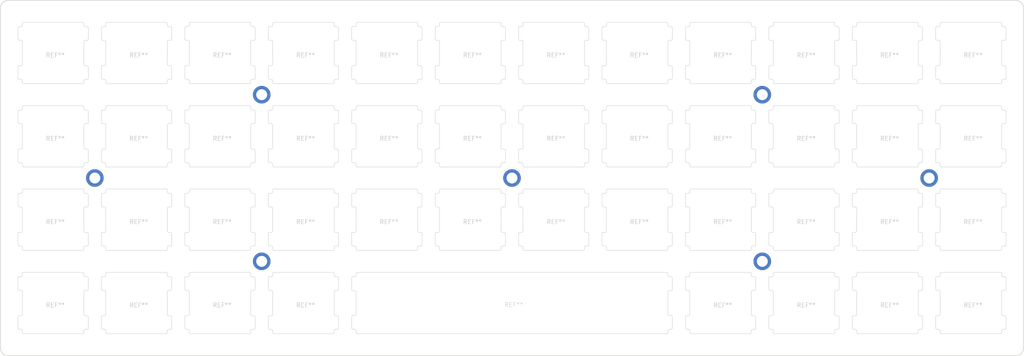
<source format=kicad_pcb>
(kicad_pcb (version 20171130) (host pcbnew 5.0.1)

  (general
    (thickness 1.6)
    (drawings 8)
    (tracks 7)
    (zones 0)
    (modules 45)
    (nets 1)
  )

  (page A4)
  (title_block
    (title SharkPCB)
    (date 2019-02-10)
    (rev V3.0.7)
    (company "Gondolin Electronics")
  )

  (layers
    (0 F.Cu signal)
    (31 B.Cu signal)
    (32 B.Adhes user hide)
    (33 F.Adhes user)
    (34 B.Paste user hide)
    (35 F.Paste user hide)
    (36 B.SilkS user)
    (37 F.SilkS user)
    (38 B.Mask user hide)
    (39 F.Mask user hide)
    (40 Dwgs.User user)
    (41 Cmts.User user)
    (42 Eco1.User user)
    (43 Eco2.User user)
    (44 Edge.Cuts user)
    (45 Margin user hide)
    (46 B.CrtYd user hide)
    (47 F.CrtYd user hide)
    (48 B.Fab user hide)
    (49 F.Fab user hide)
  )

  (setup
    (last_trace_width 0.254)
    (trace_clearance 0.13)
    (zone_clearance 0.127)
    (zone_45_only no)
    (trace_min 0.1)
    (segment_width 0.15)
    (edge_width 0.15)
    (via_size 0.45)
    (via_drill 0.2)
    (via_min_size 0.45)
    (via_min_drill 0.2)
    (uvia_size 0.45)
    (uvia_drill 0.2)
    (uvias_allowed no)
    (uvia_min_size 0.2)
    (uvia_min_drill 0.1)
    (pcb_text_width 0.3)
    (pcb_text_size 1.5 1.5)
    (mod_edge_width 0.15)
    (mod_text_size 1 1)
    (mod_text_width 0.15)
    (pad_size 1 2.2)
    (pad_drill 0.6)
    (pad_to_mask_clearance 0.051)
    (solder_mask_min_width 0.25)
    (aux_axis_origin 0 0)
    (grid_origin 148.463 102.743)
    (visible_elements FFFFFF7F)
    (pcbplotparams
      (layerselection 0x018f0_ffffffff)
      (usegerberextensions true)
      (usegerberattributes false)
      (usegerberadvancedattributes false)
      (creategerberjobfile false)
      (excludeedgelayer false)
      (linewidth 0.100000)
      (plotframeref false)
      (viasonmask false)
      (mode 1)
      (useauxorigin false)
      (hpglpennumber 1)
      (hpglpenspeed 20)
      (hpglpendiameter 15.000000)
      (psnegative false)
      (psa4output false)
      (plotreference true)
      (plotvalue true)
      (plotinvisibletext false)
      (padsonsilk false)
      (subtractmaskfromsilk false)
      (outputformat 1)
      (mirror false)
      (drillshape 0)
      (scaleselection 1)
      (outputdirectory "../../../gerbers/plates/universal/"))
  )

  (net 0 "")

  (net_class Default "This is the default net class."
    (clearance 0.13)
    (trace_width 0.254)
    (via_dia 0.45)
    (via_drill 0.2)
    (uvia_dia 0.45)
    (uvia_drill 0.2)
  )

  (net_class Fine ""
    (clearance 0.13)
    (trace_width 0.13)
    (via_dia 0.508)
    (via_drill 0.2032)
    (uvia_dia 0.45)
    (uvia_drill 0.2)
  )

  (module acheronSwitchSlots:slotMX400 (layer F.Cu) (tedit 5C895868) (tstamp 5C712402)
    (at 148.463 131.243)
    (fp_text reference REF** (at 0.4 0.4) (layer Edge.Cuts)
      (effects (font (size 1 1) (thickness 0.1)))
    )
    (fp_text value slotMX400 (at 0.4 -0.6) (layer F.Fab)
      (effects (font (size 1 1) (thickness 0.1)))
    )
    (fp_arc (start -35.8 6.3) (end -35.5 6.3) (angle -90) (layer Edge.Cuts) (width 0.1))
    (fp_line (start -36.2 6) (end -35.8 6) (layer Edge.Cuts) (width 0.1))
    (fp_arc (start -36.2 5.7) (end -36.5 5.7) (angle -90) (layer Edge.Cuts) (width 0.1))
    (fp_line (start -35.8 2.8) (end -36.2 2.8) (layer Edge.Cuts) (width 0.1))
    (fp_arc (start -36.2 -5.7) (end -36.2 -6) (angle -90) (layer Edge.Cuts) (width 0.1))
    (fp_line (start -35.8 -6) (end -36.2 -6) (layer Edge.Cuts) (width 0.1))
    (fp_arc (start -35.2 6.7) (end -35.5 6.7) (angle -90) (layer Edge.Cuts) (width 0.1))
    (fp_arc (start -35.2 -6.7) (end -35.2 -7) (angle -90) (layer Edge.Cuts) (width 0.1))
    (fp_line (start -36.2 -2.8) (end -35.8 -2.8) (layer Edge.Cuts) (width 0.1))
    (fp_line (start -36.5 3.1) (end -36.5 5.7) (layer Edge.Cuts) (width 0.1))
    (fp_line (start -35.5 6.7) (end -35.5 6.3) (layer Edge.Cuts) (width 0.1))
    (fp_arc (start -35.8 2.5) (end -35.8 2.8) (angle -90) (layer Edge.Cuts) (width 0.1))
    (fp_arc (start -35.8 -6.3) (end -35.8 -6) (angle -90) (layer Edge.Cuts) (width 0.1))
    (fp_arc (start -36.2 3.1) (end -36.2 2.8) (angle -90) (layer Edge.Cuts) (width 0.1))
    (fp_line (start -35.5 -6.3) (end -35.5 -6.7) (layer Edge.Cuts) (width 0.1))
    (fp_arc (start -35.8 -2.5) (end -35.5 -2.5) (angle -90) (layer Edge.Cuts) (width 0.1))
    (fp_arc (start -36.2 -3.1) (end -36.5 -3.1) (angle -90) (layer Edge.Cuts) (width 0.1))
    (fp_line (start -36.5 -5.7) (end -36.5 -3.1) (layer Edge.Cuts) (width 0.1))
    (fp_line (start -35.5 2.5) (end -35.5 -2.5) (layer Edge.Cuts) (width 0.1))
    (fp_line (start 35.5 6.3) (end 35.5 6.7) (layer Edge.Cuts) (width 0.1))
    (fp_arc (start 35.8 2.5) (end 35.5 2.5) (angle -90) (layer Edge.Cuts) (width 0.1))
    (fp_line (start 36.2 2.8) (end 35.8 2.8) (layer Edge.Cuts) (width 0.1))
    (fp_arc (start 36.2 3.1) (end 36.5 3.1) (angle -90) (layer Edge.Cuts) (width 0.1))
    (fp_line (start 35.8 6) (end 36.2 6) (layer Edge.Cuts) (width 0.1))
    (fp_line (start 36.5 5.7) (end 36.5 3.1) (layer Edge.Cuts) (width 0.1))
    (fp_line (start 35.5 -2.5) (end 35.5 2.5) (layer Edge.Cuts) (width 0.1))
    (fp_arc (start 35.8 6.3) (end 35.8 6) (angle -90) (layer Edge.Cuts) (width 0.1))
    (fp_arc (start 36.2 5.7) (end 36.2 6) (angle -90) (layer Edge.Cuts) (width 0.1))
    (fp_line (start 35.5 -6.7) (end 35.5 -6.3) (layer Edge.Cuts) (width 0.1))
    (fp_arc (start 35.8 -2.5) (end 35.8 -2.8) (angle -90) (layer Edge.Cuts) (width 0.1))
    (fp_arc (start 35.8 -6.3) (end 35.5 -6.3) (angle -90) (layer Edge.Cuts) (width 0.1))
    (fp_arc (start 36.2 -5.7) (end 36.5 -5.7) (angle -90) (layer Edge.Cuts) (width 0.1))
    (fp_arc (start 36.2 -3.1) (end 36.2 -2.8) (angle -90) (layer Edge.Cuts) (width 0.1))
    (fp_line (start 36.2 -6) (end 35.8 -6) (layer Edge.Cuts) (width 0.1))
    (fp_line (start 36.5 -3.1) (end 36.5 -5.7) (layer Edge.Cuts) (width 0.1))
    (fp_line (start 35.8 -2.8) (end 36.2 -2.8) (layer Edge.Cuts) (width 0.1))
    (fp_line (start 35.2 7) (end -35.2 7) (layer Edge.Cuts) (width 0.1))
    (fp_arc (start 35.2 6.7) (end 35.2 7) (angle -90) (layer Edge.Cuts) (width 0.1))
    (fp_arc (start 35.2 -6.7) (end 35.5 -6.7) (angle -90) (layer Edge.Cuts) (width 0.1))
    (fp_line (start 35.2 -7) (end -35.2 -7) (layer Edge.Cuts) (width 0.1))
  )

  (module acheronSwitchSlots:slotMX100 (layer F.Cu) (tedit 5C8958E0) (tstamp 5C70FF96)
    (at 233.963 131.243)
    (fp_text reference REF** (at 0.5 0.5) (layer Edge.Cuts)
      (effects (font (size 1 1) (thickness 0.15)))
    )
    (fp_text value slotMX100 (at 0.5 -0.5) (layer F.Fab)
      (effects (font (size 1 1) (thickness 0.15)))
    )
    (fp_arc (start -7.8 -5.8) (end -7.8 -6) (angle -90) (layer Edge.Cuts) (width 0.1))
    (fp_arc (start -7.7 -3.2) (end -8 -3.2) (angle -90) (layer Edge.Cuts) (width 0.1))
    (fp_arc (start -7.3 -2.6) (end -7 -2.6) (angle -90) (layer Edge.Cuts) (width 0.1))
    (fp_arc (start -7.3 -6.3) (end -7.3 -6) (angle -90) (layer Edge.Cuts) (width 0.1))
    (fp_line (start -8 -5.8) (end -8 -3.2) (layer Edge.Cuts) (width 0.1))
    (fp_line (start -7.3 -2.9) (end -7.7 -2.9) (layer Edge.Cuts) (width 0.1))
    (fp_line (start -7.8 -6) (end -7.3 -6) (layer Edge.Cuts) (width 0.1))
    (fp_arc (start -7.3 6.3) (end -7 6.3) (angle -90) (layer Edge.Cuts) (width 0.1))
    (fp_arc (start -7.7 5.7) (end -8 5.7) (angle -90) (layer Edge.Cuts) (width 0.1))
    (fp_line (start -7.8 2.9) (end -7.3 2.9) (layer Edge.Cuts) (width 0.1))
    (fp_line (start -8 3.1) (end -8 5.7) (layer Edge.Cuts) (width 0.1))
    (fp_line (start -7.3 6) (end -7.7 6) (layer Edge.Cuts) (width 0.1))
    (fp_arc (start -7.3 2.6) (end -7.3 2.9) (angle -90) (layer Edge.Cuts) (width 0.1))
    (fp_arc (start -7.8 3.1) (end -7.8 2.9) (angle -90) (layer Edge.Cuts) (width 0.1))
    (fp_arc (start 7.8 5.8) (end 7.8 6) (angle -90) (layer Edge.Cuts) (width 0.1))
    (fp_arc (start 7.3 6.3) (end 7.3 6) (angle -90) (layer Edge.Cuts) (width 0.1))
    (fp_line (start 7.3 2.9) (end 7.7 2.9) (layer Edge.Cuts) (width 0.1))
    (fp_line (start 8 5.8) (end 8 3.2) (layer Edge.Cuts) (width 0.1))
    (fp_line (start 7.8 6) (end 7.3 6) (layer Edge.Cuts) (width 0.1))
    (fp_arc (start 7.7 3.2) (end 8 3.2) (angle -90) (layer Edge.Cuts) (width 0.1))
    (fp_arc (start 7.3 2.6) (end 7 2.6) (angle -90) (layer Edge.Cuts) (width 0.1))
    (fp_line (start 7 -6.7) (end 7 -6.3) (layer Edge.Cuts) (width 0.1))
    (fp_arc (start 7.7 -5.7) (end 8 -5.7) (angle -90) (layer Edge.Cuts) (width 0.1))
    (fp_arc (start 7.3 -6.3) (end 7 -6.3) (angle -90) (layer Edge.Cuts) (width 0.1))
    (fp_arc (start 6.7 6.7) (end 6.7 7) (angle -90) (layer Edge.Cuts) (width 0.1))
    (fp_line (start 7 2.6) (end 7 -2.6) (layer Edge.Cuts) (width 0.1))
    (fp_line (start 7.8 -2.9) (end 7.3 -2.9) (layer Edge.Cuts) (width 0.1))
    (fp_line (start 8 -3.1) (end 8 -5.7) (layer Edge.Cuts) (width 0.1))
    (fp_line (start 7.3 -6) (end 7.7 -6) (layer Edge.Cuts) (width 0.1))
    (fp_arc (start 7.3 -2.6) (end 7.3 -2.9) (angle -90) (layer Edge.Cuts) (width 0.1))
    (fp_arc (start 7.8 -3.1) (end 7.8 -2.9) (angle -90) (layer Edge.Cuts) (width 0.1))
    (fp_arc (start 6.7 -6.7) (end 7 -6.7) (angle -90) (layer Edge.Cuts) (width 0.1))
    (fp_line (start 7 6.3) (end 7 6.7) (layer Edge.Cuts) (width 0.1))
    (fp_line (start -7 -6.3) (end -7 -6.7) (layer Edge.Cuts) (width 0.1))
    (fp_line (start -7 -2.6) (end -7 2.6) (layer Edge.Cuts) (width 0.1))
    (fp_line (start 6.7 -7) (end -6.7 -7) (layer Edge.Cuts) (width 0.1))
    (fp_arc (start -6.7 -6.7) (end -6.7 -7) (angle -90) (layer Edge.Cuts) (width 0.1))
    (fp_line (start -7 6.7) (end -7 6.3) (layer Edge.Cuts) (width 0.1))
    (fp_arc (start -6.7 6.7) (end -7 6.7) (angle -90) (layer Edge.Cuts) (width 0.1))
    (fp_line (start 6.7 7) (end -6.7 7) (layer Edge.Cuts) (width 0.1))
    (model ${ACHERONLIB}/3d_models/mx_switch.step
      (offset (xyz -7.35 -7.3 1))
      (scale (xyz 1 1 1))
      (rotate (xyz -90 0 0))
    )
  )

  (module acheronSwitchSlots:slotMX100 (layer F.Cu) (tedit 5C8958E0) (tstamp 5C70FF8B)
    (at 233.963 112.243)
    (fp_text reference REF** (at 0.5 0.5) (layer Edge.Cuts)
      (effects (font (size 1 1) (thickness 0.15)))
    )
    (fp_text value slotMX100 (at 0.5 -0.5) (layer F.Fab)
      (effects (font (size 1 1) (thickness 0.15)))
    )
    (fp_arc (start -7.8 -5.8) (end -7.8 -6) (angle -90) (layer Edge.Cuts) (width 0.1))
    (fp_arc (start -7.7 -3.2) (end -8 -3.2) (angle -90) (layer Edge.Cuts) (width 0.1))
    (fp_arc (start -7.3 -2.6) (end -7 -2.6) (angle -90) (layer Edge.Cuts) (width 0.1))
    (fp_arc (start -7.3 -6.3) (end -7.3 -6) (angle -90) (layer Edge.Cuts) (width 0.1))
    (fp_line (start -8 -5.8) (end -8 -3.2) (layer Edge.Cuts) (width 0.1))
    (fp_line (start -7.3 -2.9) (end -7.7 -2.9) (layer Edge.Cuts) (width 0.1))
    (fp_line (start -7.8 -6) (end -7.3 -6) (layer Edge.Cuts) (width 0.1))
    (fp_arc (start -7.3 6.3) (end -7 6.3) (angle -90) (layer Edge.Cuts) (width 0.1))
    (fp_arc (start -7.7 5.7) (end -8 5.7) (angle -90) (layer Edge.Cuts) (width 0.1))
    (fp_line (start -7.8 2.9) (end -7.3 2.9) (layer Edge.Cuts) (width 0.1))
    (fp_line (start -8 3.1) (end -8 5.7) (layer Edge.Cuts) (width 0.1))
    (fp_line (start -7.3 6) (end -7.7 6) (layer Edge.Cuts) (width 0.1))
    (fp_arc (start -7.3 2.6) (end -7.3 2.9) (angle -90) (layer Edge.Cuts) (width 0.1))
    (fp_arc (start -7.8 3.1) (end -7.8 2.9) (angle -90) (layer Edge.Cuts) (width 0.1))
    (fp_arc (start 7.8 5.8) (end 7.8 6) (angle -90) (layer Edge.Cuts) (width 0.1))
    (fp_arc (start 7.3 6.3) (end 7.3 6) (angle -90) (layer Edge.Cuts) (width 0.1))
    (fp_line (start 7.3 2.9) (end 7.7 2.9) (layer Edge.Cuts) (width 0.1))
    (fp_line (start 8 5.8) (end 8 3.2) (layer Edge.Cuts) (width 0.1))
    (fp_line (start 7.8 6) (end 7.3 6) (layer Edge.Cuts) (width 0.1))
    (fp_arc (start 7.7 3.2) (end 8 3.2) (angle -90) (layer Edge.Cuts) (width 0.1))
    (fp_arc (start 7.3 2.6) (end 7 2.6) (angle -90) (layer Edge.Cuts) (width 0.1))
    (fp_line (start 7 -6.7) (end 7 -6.3) (layer Edge.Cuts) (width 0.1))
    (fp_arc (start 7.7 -5.7) (end 8 -5.7) (angle -90) (layer Edge.Cuts) (width 0.1))
    (fp_arc (start 7.3 -6.3) (end 7 -6.3) (angle -90) (layer Edge.Cuts) (width 0.1))
    (fp_arc (start 6.7 6.7) (end 6.7 7) (angle -90) (layer Edge.Cuts) (width 0.1))
    (fp_line (start 7 2.6) (end 7 -2.6) (layer Edge.Cuts) (width 0.1))
    (fp_line (start 7.8 -2.9) (end 7.3 -2.9) (layer Edge.Cuts) (width 0.1))
    (fp_line (start 8 -3.1) (end 8 -5.7) (layer Edge.Cuts) (width 0.1))
    (fp_line (start 7.3 -6) (end 7.7 -6) (layer Edge.Cuts) (width 0.1))
    (fp_arc (start 7.3 -2.6) (end 7.3 -2.9) (angle -90) (layer Edge.Cuts) (width 0.1))
    (fp_arc (start 7.8 -3.1) (end 7.8 -2.9) (angle -90) (layer Edge.Cuts) (width 0.1))
    (fp_arc (start 6.7 -6.7) (end 7 -6.7) (angle -90) (layer Edge.Cuts) (width 0.1))
    (fp_line (start 7 6.3) (end 7 6.7) (layer Edge.Cuts) (width 0.1))
    (fp_line (start -7 -6.3) (end -7 -6.7) (layer Edge.Cuts) (width 0.1))
    (fp_line (start -7 -2.6) (end -7 2.6) (layer Edge.Cuts) (width 0.1))
    (fp_line (start 6.7 -7) (end -6.7 -7) (layer Edge.Cuts) (width 0.1))
    (fp_arc (start -6.7 -6.7) (end -6.7 -7) (angle -90) (layer Edge.Cuts) (width 0.1))
    (fp_line (start -7 6.7) (end -7 6.3) (layer Edge.Cuts) (width 0.1))
    (fp_arc (start -6.7 6.7) (end -7 6.7) (angle -90) (layer Edge.Cuts) (width 0.1))
    (fp_line (start 6.7 7) (end -6.7 7) (layer Edge.Cuts) (width 0.1))
    (model ${ACHERONLIB}/3d_models/mx_switch.step
      (offset (xyz -7.35 -7.3 1))
      (scale (xyz 1 1 1))
      (rotate (xyz -90 0 0))
    )
  )

  (module acheronSwitchSlots:slotMX100 (layer F.Cu) (tedit 5C8958E0) (tstamp 5C70FF80)
    (at 233.963 74.243)
    (fp_text reference REF** (at 0.5 0.5) (layer Edge.Cuts)
      (effects (font (size 1 1) (thickness 0.15)))
    )
    (fp_text value slotMX100 (at 0.5 -0.5) (layer F.Fab)
      (effects (font (size 1 1) (thickness 0.15)))
    )
    (fp_arc (start -7.8 -5.8) (end -7.8 -6) (angle -90) (layer Edge.Cuts) (width 0.1))
    (fp_arc (start -7.7 -3.2) (end -8 -3.2) (angle -90) (layer Edge.Cuts) (width 0.1))
    (fp_arc (start -7.3 -2.6) (end -7 -2.6) (angle -90) (layer Edge.Cuts) (width 0.1))
    (fp_arc (start -7.3 -6.3) (end -7.3 -6) (angle -90) (layer Edge.Cuts) (width 0.1))
    (fp_line (start -8 -5.8) (end -8 -3.2) (layer Edge.Cuts) (width 0.1))
    (fp_line (start -7.3 -2.9) (end -7.7 -2.9) (layer Edge.Cuts) (width 0.1))
    (fp_line (start -7.8 -6) (end -7.3 -6) (layer Edge.Cuts) (width 0.1))
    (fp_arc (start -7.3 6.3) (end -7 6.3) (angle -90) (layer Edge.Cuts) (width 0.1))
    (fp_arc (start -7.7 5.7) (end -8 5.7) (angle -90) (layer Edge.Cuts) (width 0.1))
    (fp_line (start -7.8 2.9) (end -7.3 2.9) (layer Edge.Cuts) (width 0.1))
    (fp_line (start -8 3.1) (end -8 5.7) (layer Edge.Cuts) (width 0.1))
    (fp_line (start -7.3 6) (end -7.7 6) (layer Edge.Cuts) (width 0.1))
    (fp_arc (start -7.3 2.6) (end -7.3 2.9) (angle -90) (layer Edge.Cuts) (width 0.1))
    (fp_arc (start -7.8 3.1) (end -7.8 2.9) (angle -90) (layer Edge.Cuts) (width 0.1))
    (fp_arc (start 7.8 5.8) (end 7.8 6) (angle -90) (layer Edge.Cuts) (width 0.1))
    (fp_arc (start 7.3 6.3) (end 7.3 6) (angle -90) (layer Edge.Cuts) (width 0.1))
    (fp_line (start 7.3 2.9) (end 7.7 2.9) (layer Edge.Cuts) (width 0.1))
    (fp_line (start 8 5.8) (end 8 3.2) (layer Edge.Cuts) (width 0.1))
    (fp_line (start 7.8 6) (end 7.3 6) (layer Edge.Cuts) (width 0.1))
    (fp_arc (start 7.7 3.2) (end 8 3.2) (angle -90) (layer Edge.Cuts) (width 0.1))
    (fp_arc (start 7.3 2.6) (end 7 2.6) (angle -90) (layer Edge.Cuts) (width 0.1))
    (fp_line (start 7 -6.7) (end 7 -6.3) (layer Edge.Cuts) (width 0.1))
    (fp_arc (start 7.7 -5.7) (end 8 -5.7) (angle -90) (layer Edge.Cuts) (width 0.1))
    (fp_arc (start 7.3 -6.3) (end 7 -6.3) (angle -90) (layer Edge.Cuts) (width 0.1))
    (fp_arc (start 6.7 6.7) (end 6.7 7) (angle -90) (layer Edge.Cuts) (width 0.1))
    (fp_line (start 7 2.6) (end 7 -2.6) (layer Edge.Cuts) (width 0.1))
    (fp_line (start 7.8 -2.9) (end 7.3 -2.9) (layer Edge.Cuts) (width 0.1))
    (fp_line (start 8 -3.1) (end 8 -5.7) (layer Edge.Cuts) (width 0.1))
    (fp_line (start 7.3 -6) (end 7.7 -6) (layer Edge.Cuts) (width 0.1))
    (fp_arc (start 7.3 -2.6) (end 7.3 -2.9) (angle -90) (layer Edge.Cuts) (width 0.1))
    (fp_arc (start 7.8 -3.1) (end 7.8 -2.9) (angle -90) (layer Edge.Cuts) (width 0.1))
    (fp_arc (start 6.7 -6.7) (end 7 -6.7) (angle -90) (layer Edge.Cuts) (width 0.1))
    (fp_line (start 7 6.3) (end 7 6.7) (layer Edge.Cuts) (width 0.1))
    (fp_line (start -7 -6.3) (end -7 -6.7) (layer Edge.Cuts) (width 0.1))
    (fp_line (start -7 -2.6) (end -7 2.6) (layer Edge.Cuts) (width 0.1))
    (fp_line (start 6.7 -7) (end -6.7 -7) (layer Edge.Cuts) (width 0.1))
    (fp_arc (start -6.7 -6.7) (end -6.7 -7) (angle -90) (layer Edge.Cuts) (width 0.1))
    (fp_line (start -7 6.7) (end -7 6.3) (layer Edge.Cuts) (width 0.1))
    (fp_arc (start -6.7 6.7) (end -7 6.7) (angle -90) (layer Edge.Cuts) (width 0.1))
    (fp_line (start 6.7 7) (end -6.7 7) (layer Edge.Cuts) (width 0.1))
    (model ${ACHERONLIB}/3d_models/mx_switch.step
      (offset (xyz -7.35 -7.3 1))
      (scale (xyz 1 1 1))
      (rotate (xyz -90 0 0))
    )
  )

  (module acheronSwitchSlots:slotMX100 (layer F.Cu) (tedit 5C8958E0) (tstamp 5C70FDE6)
    (at 81.963 131.243)
    (fp_text reference REF** (at 0.5 0.5) (layer Edge.Cuts)
      (effects (font (size 1 1) (thickness 0.15)))
    )
    (fp_text value slotMX100 (at 0.5 -0.5) (layer F.Fab)
      (effects (font (size 1 1) (thickness 0.15)))
    )
    (fp_arc (start -7.8 -5.8) (end -7.8 -6) (angle -90) (layer Edge.Cuts) (width 0.1))
    (fp_arc (start -7.7 -3.2) (end -8 -3.2) (angle -90) (layer Edge.Cuts) (width 0.1))
    (fp_arc (start -7.3 -2.6) (end -7 -2.6) (angle -90) (layer Edge.Cuts) (width 0.1))
    (fp_arc (start -7.3 -6.3) (end -7.3 -6) (angle -90) (layer Edge.Cuts) (width 0.1))
    (fp_line (start -8 -5.8) (end -8 -3.2) (layer Edge.Cuts) (width 0.1))
    (fp_line (start -7.3 -2.9) (end -7.7 -2.9) (layer Edge.Cuts) (width 0.1))
    (fp_line (start -7.8 -6) (end -7.3 -6) (layer Edge.Cuts) (width 0.1))
    (fp_arc (start -7.3 6.3) (end -7 6.3) (angle -90) (layer Edge.Cuts) (width 0.1))
    (fp_arc (start -7.7 5.7) (end -8 5.7) (angle -90) (layer Edge.Cuts) (width 0.1))
    (fp_line (start -7.8 2.9) (end -7.3 2.9) (layer Edge.Cuts) (width 0.1))
    (fp_line (start -8 3.1) (end -8 5.7) (layer Edge.Cuts) (width 0.1))
    (fp_line (start -7.3 6) (end -7.7 6) (layer Edge.Cuts) (width 0.1))
    (fp_arc (start -7.3 2.6) (end -7.3 2.9) (angle -90) (layer Edge.Cuts) (width 0.1))
    (fp_arc (start -7.8 3.1) (end -7.8 2.9) (angle -90) (layer Edge.Cuts) (width 0.1))
    (fp_arc (start 7.8 5.8) (end 7.8 6) (angle -90) (layer Edge.Cuts) (width 0.1))
    (fp_arc (start 7.3 6.3) (end 7.3 6) (angle -90) (layer Edge.Cuts) (width 0.1))
    (fp_line (start 7.3 2.9) (end 7.7 2.9) (layer Edge.Cuts) (width 0.1))
    (fp_line (start 8 5.8) (end 8 3.2) (layer Edge.Cuts) (width 0.1))
    (fp_line (start 7.8 6) (end 7.3 6) (layer Edge.Cuts) (width 0.1))
    (fp_arc (start 7.7 3.2) (end 8 3.2) (angle -90) (layer Edge.Cuts) (width 0.1))
    (fp_arc (start 7.3 2.6) (end 7 2.6) (angle -90) (layer Edge.Cuts) (width 0.1))
    (fp_line (start 7 -6.7) (end 7 -6.3) (layer Edge.Cuts) (width 0.1))
    (fp_arc (start 7.7 -5.7) (end 8 -5.7) (angle -90) (layer Edge.Cuts) (width 0.1))
    (fp_arc (start 7.3 -6.3) (end 7 -6.3) (angle -90) (layer Edge.Cuts) (width 0.1))
    (fp_arc (start 6.7 6.7) (end 6.7 7) (angle -90) (layer Edge.Cuts) (width 0.1))
    (fp_line (start 7 2.6) (end 7 -2.6) (layer Edge.Cuts) (width 0.1))
    (fp_line (start 7.8 -2.9) (end 7.3 -2.9) (layer Edge.Cuts) (width 0.1))
    (fp_line (start 8 -3.1) (end 8 -5.7) (layer Edge.Cuts) (width 0.1))
    (fp_line (start 7.3 -6) (end 7.7 -6) (layer Edge.Cuts) (width 0.1))
    (fp_arc (start 7.3 -2.6) (end 7.3 -2.9) (angle -90) (layer Edge.Cuts) (width 0.1))
    (fp_arc (start 7.8 -3.1) (end 7.8 -2.9) (angle -90) (layer Edge.Cuts) (width 0.1))
    (fp_arc (start 6.7 -6.7) (end 7 -6.7) (angle -90) (layer Edge.Cuts) (width 0.1))
    (fp_line (start 7 6.3) (end 7 6.7) (layer Edge.Cuts) (width 0.1))
    (fp_line (start -7 -6.3) (end -7 -6.7) (layer Edge.Cuts) (width 0.1))
    (fp_line (start -7 -2.6) (end -7 2.6) (layer Edge.Cuts) (width 0.1))
    (fp_line (start 6.7 -7) (end -6.7 -7) (layer Edge.Cuts) (width 0.1))
    (fp_arc (start -6.7 -6.7) (end -6.7 -7) (angle -90) (layer Edge.Cuts) (width 0.1))
    (fp_line (start -7 6.7) (end -7 6.3) (layer Edge.Cuts) (width 0.1))
    (fp_arc (start -6.7 6.7) (end -7 6.7) (angle -90) (layer Edge.Cuts) (width 0.1))
    (fp_line (start 6.7 7) (end -6.7 7) (layer Edge.Cuts) (width 0.1))
    (model ${ACHERONLIB}/3d_models/mx_switch.step
      (offset (xyz -7.35 -7.3 1))
      (scale (xyz 1 1 1))
      (rotate (xyz -90 0 0))
    )
  )

  (module acheronSwitchSlots:slotMX100 (layer F.Cu) (tedit 5C8958E0) (tstamp 5C70FDDB)
    (at 252.963 131.243)
    (fp_text reference REF** (at 0.5 0.5) (layer Edge.Cuts)
      (effects (font (size 1 1) (thickness 0.15)))
    )
    (fp_text value slotMX100 (at 0.5 -0.5) (layer F.Fab)
      (effects (font (size 1 1) (thickness 0.15)))
    )
    (fp_arc (start -7.8 -5.8) (end -7.8 -6) (angle -90) (layer Edge.Cuts) (width 0.1))
    (fp_arc (start -7.7 -3.2) (end -8 -3.2) (angle -90) (layer Edge.Cuts) (width 0.1))
    (fp_arc (start -7.3 -2.6) (end -7 -2.6) (angle -90) (layer Edge.Cuts) (width 0.1))
    (fp_arc (start -7.3 -6.3) (end -7.3 -6) (angle -90) (layer Edge.Cuts) (width 0.1))
    (fp_line (start -8 -5.8) (end -8 -3.2) (layer Edge.Cuts) (width 0.1))
    (fp_line (start -7.3 -2.9) (end -7.7 -2.9) (layer Edge.Cuts) (width 0.1))
    (fp_line (start -7.8 -6) (end -7.3 -6) (layer Edge.Cuts) (width 0.1))
    (fp_arc (start -7.3 6.3) (end -7 6.3) (angle -90) (layer Edge.Cuts) (width 0.1))
    (fp_arc (start -7.7 5.7) (end -8 5.7) (angle -90) (layer Edge.Cuts) (width 0.1))
    (fp_line (start -7.8 2.9) (end -7.3 2.9) (layer Edge.Cuts) (width 0.1))
    (fp_line (start -8 3.1) (end -8 5.7) (layer Edge.Cuts) (width 0.1))
    (fp_line (start -7.3 6) (end -7.7 6) (layer Edge.Cuts) (width 0.1))
    (fp_arc (start -7.3 2.6) (end -7.3 2.9) (angle -90) (layer Edge.Cuts) (width 0.1))
    (fp_arc (start -7.8 3.1) (end -7.8 2.9) (angle -90) (layer Edge.Cuts) (width 0.1))
    (fp_arc (start 7.8 5.8) (end 7.8 6) (angle -90) (layer Edge.Cuts) (width 0.1))
    (fp_arc (start 7.3 6.3) (end 7.3 6) (angle -90) (layer Edge.Cuts) (width 0.1))
    (fp_line (start 7.3 2.9) (end 7.7 2.9) (layer Edge.Cuts) (width 0.1))
    (fp_line (start 8 5.8) (end 8 3.2) (layer Edge.Cuts) (width 0.1))
    (fp_line (start 7.8 6) (end 7.3 6) (layer Edge.Cuts) (width 0.1))
    (fp_arc (start 7.7 3.2) (end 8 3.2) (angle -90) (layer Edge.Cuts) (width 0.1))
    (fp_arc (start 7.3 2.6) (end 7 2.6) (angle -90) (layer Edge.Cuts) (width 0.1))
    (fp_line (start 7 -6.7) (end 7 -6.3) (layer Edge.Cuts) (width 0.1))
    (fp_arc (start 7.7 -5.7) (end 8 -5.7) (angle -90) (layer Edge.Cuts) (width 0.1))
    (fp_arc (start 7.3 -6.3) (end 7 -6.3) (angle -90) (layer Edge.Cuts) (width 0.1))
    (fp_arc (start 6.7 6.7) (end 6.7 7) (angle -90) (layer Edge.Cuts) (width 0.1))
    (fp_line (start 7 2.6) (end 7 -2.6) (layer Edge.Cuts) (width 0.1))
    (fp_line (start 7.8 -2.9) (end 7.3 -2.9) (layer Edge.Cuts) (width 0.1))
    (fp_line (start 8 -3.1) (end 8 -5.7) (layer Edge.Cuts) (width 0.1))
    (fp_line (start 7.3 -6) (end 7.7 -6) (layer Edge.Cuts) (width 0.1))
    (fp_arc (start 7.3 -2.6) (end 7.3 -2.9) (angle -90) (layer Edge.Cuts) (width 0.1))
    (fp_arc (start 7.8 -3.1) (end 7.8 -2.9) (angle -90) (layer Edge.Cuts) (width 0.1))
    (fp_arc (start 6.7 -6.7) (end 7 -6.7) (angle -90) (layer Edge.Cuts) (width 0.1))
    (fp_line (start 7 6.3) (end 7 6.7) (layer Edge.Cuts) (width 0.1))
    (fp_line (start -7 -6.3) (end -7 -6.7) (layer Edge.Cuts) (width 0.1))
    (fp_line (start -7 -2.6) (end -7 2.6) (layer Edge.Cuts) (width 0.1))
    (fp_line (start 6.7 -7) (end -6.7 -7) (layer Edge.Cuts) (width 0.1))
    (fp_arc (start -6.7 -6.7) (end -6.7 -7) (angle -90) (layer Edge.Cuts) (width 0.1))
    (fp_line (start -7 6.7) (end -7 6.3) (layer Edge.Cuts) (width 0.1))
    (fp_arc (start -6.7 6.7) (end -7 6.7) (angle -90) (layer Edge.Cuts) (width 0.1))
    (fp_line (start 6.7 7) (end -6.7 7) (layer Edge.Cuts) (width 0.1))
    (model ${ACHERONLIB}/3d_models/mx_switch.step
      (offset (xyz -7.35 -7.3 1))
      (scale (xyz 1 1 1))
      (rotate (xyz -90 0 0))
    )
  )

  (module acheronSwitchSlots:slotMX100 (layer F.Cu) (tedit 5C8958E0) (tstamp 5C70FDC5)
    (at 195.963 131.243)
    (fp_text reference REF** (at 0.5 0.5) (layer Edge.Cuts)
      (effects (font (size 1 1) (thickness 0.15)))
    )
    (fp_text value slotMX100 (at 0.5 -0.5) (layer F.Fab)
      (effects (font (size 1 1) (thickness 0.15)))
    )
    (fp_arc (start -7.8 -5.8) (end -7.8 -6) (angle -90) (layer Edge.Cuts) (width 0.1))
    (fp_arc (start -7.7 -3.2) (end -8 -3.2) (angle -90) (layer Edge.Cuts) (width 0.1))
    (fp_arc (start -7.3 -2.6) (end -7 -2.6) (angle -90) (layer Edge.Cuts) (width 0.1))
    (fp_arc (start -7.3 -6.3) (end -7.3 -6) (angle -90) (layer Edge.Cuts) (width 0.1))
    (fp_line (start -8 -5.8) (end -8 -3.2) (layer Edge.Cuts) (width 0.1))
    (fp_line (start -7.3 -2.9) (end -7.7 -2.9) (layer Edge.Cuts) (width 0.1))
    (fp_line (start -7.8 -6) (end -7.3 -6) (layer Edge.Cuts) (width 0.1))
    (fp_arc (start -7.3 6.3) (end -7 6.3) (angle -90) (layer Edge.Cuts) (width 0.1))
    (fp_arc (start -7.7 5.7) (end -8 5.7) (angle -90) (layer Edge.Cuts) (width 0.1))
    (fp_line (start -7.8 2.9) (end -7.3 2.9) (layer Edge.Cuts) (width 0.1))
    (fp_line (start -8 3.1) (end -8 5.7) (layer Edge.Cuts) (width 0.1))
    (fp_line (start -7.3 6) (end -7.7 6) (layer Edge.Cuts) (width 0.1))
    (fp_arc (start -7.3 2.6) (end -7.3 2.9) (angle -90) (layer Edge.Cuts) (width 0.1))
    (fp_arc (start -7.8 3.1) (end -7.8 2.9) (angle -90) (layer Edge.Cuts) (width 0.1))
    (fp_arc (start 7.8 5.8) (end 7.8 6) (angle -90) (layer Edge.Cuts) (width 0.1))
    (fp_arc (start 7.3 6.3) (end 7.3 6) (angle -90) (layer Edge.Cuts) (width 0.1))
    (fp_line (start 7.3 2.9) (end 7.7 2.9) (layer Edge.Cuts) (width 0.1))
    (fp_line (start 8 5.8) (end 8 3.2) (layer Edge.Cuts) (width 0.1))
    (fp_line (start 7.8 6) (end 7.3 6) (layer Edge.Cuts) (width 0.1))
    (fp_arc (start 7.7 3.2) (end 8 3.2) (angle -90) (layer Edge.Cuts) (width 0.1))
    (fp_arc (start 7.3 2.6) (end 7 2.6) (angle -90) (layer Edge.Cuts) (width 0.1))
    (fp_line (start 7 -6.7) (end 7 -6.3) (layer Edge.Cuts) (width 0.1))
    (fp_arc (start 7.7 -5.7) (end 8 -5.7) (angle -90) (layer Edge.Cuts) (width 0.1))
    (fp_arc (start 7.3 -6.3) (end 7 -6.3) (angle -90) (layer Edge.Cuts) (width 0.1))
    (fp_arc (start 6.7 6.7) (end 6.7 7) (angle -90) (layer Edge.Cuts) (width 0.1))
    (fp_line (start 7 2.6) (end 7 -2.6) (layer Edge.Cuts) (width 0.1))
    (fp_line (start 7.8 -2.9) (end 7.3 -2.9) (layer Edge.Cuts) (width 0.1))
    (fp_line (start 8 -3.1) (end 8 -5.7) (layer Edge.Cuts) (width 0.1))
    (fp_line (start 7.3 -6) (end 7.7 -6) (layer Edge.Cuts) (width 0.1))
    (fp_arc (start 7.3 -2.6) (end 7.3 -2.9) (angle -90) (layer Edge.Cuts) (width 0.1))
    (fp_arc (start 7.8 -3.1) (end 7.8 -2.9) (angle -90) (layer Edge.Cuts) (width 0.1))
    (fp_arc (start 6.7 -6.7) (end 7 -6.7) (angle -90) (layer Edge.Cuts) (width 0.1))
    (fp_line (start 7 6.3) (end 7 6.7) (layer Edge.Cuts) (width 0.1))
    (fp_line (start -7 -6.3) (end -7 -6.7) (layer Edge.Cuts) (width 0.1))
    (fp_line (start -7 -2.6) (end -7 2.6) (layer Edge.Cuts) (width 0.1))
    (fp_line (start 6.7 -7) (end -6.7 -7) (layer Edge.Cuts) (width 0.1))
    (fp_arc (start -6.7 -6.7) (end -6.7 -7) (angle -90) (layer Edge.Cuts) (width 0.1))
    (fp_line (start -7 6.7) (end -7 6.3) (layer Edge.Cuts) (width 0.1))
    (fp_arc (start -6.7 6.7) (end -7 6.7) (angle -90) (layer Edge.Cuts) (width 0.1))
    (fp_line (start 6.7 7) (end -6.7 7) (layer Edge.Cuts) (width 0.1))
    (model ${ACHERONLIB}/3d_models/mx_switch.step
      (offset (xyz -7.35 -7.3 1))
      (scale (xyz 1 1 1))
      (rotate (xyz -90 0 0))
    )
  )

  (module acheronSwitchSlots:slotMX100 (layer F.Cu) (tedit 5C8958E0) (tstamp 5C70FDA4)
    (at 100.963 131.243)
    (fp_text reference REF** (at 0.5 0.5) (layer Edge.Cuts)
      (effects (font (size 1 1) (thickness 0.15)))
    )
    (fp_text value slotMX100 (at 0.5 -0.5) (layer F.Fab)
      (effects (font (size 1 1) (thickness 0.15)))
    )
    (fp_arc (start -7.8 -5.8) (end -7.8 -6) (angle -90) (layer Edge.Cuts) (width 0.1))
    (fp_arc (start -7.7 -3.2) (end -8 -3.2) (angle -90) (layer Edge.Cuts) (width 0.1))
    (fp_arc (start -7.3 -2.6) (end -7 -2.6) (angle -90) (layer Edge.Cuts) (width 0.1))
    (fp_arc (start -7.3 -6.3) (end -7.3 -6) (angle -90) (layer Edge.Cuts) (width 0.1))
    (fp_line (start -8 -5.8) (end -8 -3.2) (layer Edge.Cuts) (width 0.1))
    (fp_line (start -7.3 -2.9) (end -7.7 -2.9) (layer Edge.Cuts) (width 0.1))
    (fp_line (start -7.8 -6) (end -7.3 -6) (layer Edge.Cuts) (width 0.1))
    (fp_arc (start -7.3 6.3) (end -7 6.3) (angle -90) (layer Edge.Cuts) (width 0.1))
    (fp_arc (start -7.7 5.7) (end -8 5.7) (angle -90) (layer Edge.Cuts) (width 0.1))
    (fp_line (start -7.8 2.9) (end -7.3 2.9) (layer Edge.Cuts) (width 0.1))
    (fp_line (start -8 3.1) (end -8 5.7) (layer Edge.Cuts) (width 0.1))
    (fp_line (start -7.3 6) (end -7.7 6) (layer Edge.Cuts) (width 0.1))
    (fp_arc (start -7.3 2.6) (end -7.3 2.9) (angle -90) (layer Edge.Cuts) (width 0.1))
    (fp_arc (start -7.8 3.1) (end -7.8 2.9) (angle -90) (layer Edge.Cuts) (width 0.1))
    (fp_arc (start 7.8 5.8) (end 7.8 6) (angle -90) (layer Edge.Cuts) (width 0.1))
    (fp_arc (start 7.3 6.3) (end 7.3 6) (angle -90) (layer Edge.Cuts) (width 0.1))
    (fp_line (start 7.3 2.9) (end 7.7 2.9) (layer Edge.Cuts) (width 0.1))
    (fp_line (start 8 5.8) (end 8 3.2) (layer Edge.Cuts) (width 0.1))
    (fp_line (start 7.8 6) (end 7.3 6) (layer Edge.Cuts) (width 0.1))
    (fp_arc (start 7.7 3.2) (end 8 3.2) (angle -90) (layer Edge.Cuts) (width 0.1))
    (fp_arc (start 7.3 2.6) (end 7 2.6) (angle -90) (layer Edge.Cuts) (width 0.1))
    (fp_line (start 7 -6.7) (end 7 -6.3) (layer Edge.Cuts) (width 0.1))
    (fp_arc (start 7.7 -5.7) (end 8 -5.7) (angle -90) (layer Edge.Cuts) (width 0.1))
    (fp_arc (start 7.3 -6.3) (end 7 -6.3) (angle -90) (layer Edge.Cuts) (width 0.1))
    (fp_arc (start 6.7 6.7) (end 6.7 7) (angle -90) (layer Edge.Cuts) (width 0.1))
    (fp_line (start 7 2.6) (end 7 -2.6) (layer Edge.Cuts) (width 0.1))
    (fp_line (start 7.8 -2.9) (end 7.3 -2.9) (layer Edge.Cuts) (width 0.1))
    (fp_line (start 8 -3.1) (end 8 -5.7) (layer Edge.Cuts) (width 0.1))
    (fp_line (start 7.3 -6) (end 7.7 -6) (layer Edge.Cuts) (width 0.1))
    (fp_arc (start 7.3 -2.6) (end 7.3 -2.9) (angle -90) (layer Edge.Cuts) (width 0.1))
    (fp_arc (start 7.8 -3.1) (end 7.8 -2.9) (angle -90) (layer Edge.Cuts) (width 0.1))
    (fp_arc (start 6.7 -6.7) (end 7 -6.7) (angle -90) (layer Edge.Cuts) (width 0.1))
    (fp_line (start 7 6.3) (end 7 6.7) (layer Edge.Cuts) (width 0.1))
    (fp_line (start -7 -6.3) (end -7 -6.7) (layer Edge.Cuts) (width 0.1))
    (fp_line (start -7 -2.6) (end -7 2.6) (layer Edge.Cuts) (width 0.1))
    (fp_line (start 6.7 -7) (end -6.7 -7) (layer Edge.Cuts) (width 0.1))
    (fp_arc (start -6.7 -6.7) (end -6.7 -7) (angle -90) (layer Edge.Cuts) (width 0.1))
    (fp_line (start -7 6.7) (end -7 6.3) (layer Edge.Cuts) (width 0.1))
    (fp_arc (start -6.7 6.7) (end -7 6.7) (angle -90) (layer Edge.Cuts) (width 0.1))
    (fp_line (start 6.7 7) (end -6.7 7) (layer Edge.Cuts) (width 0.1))
    (model ${ACHERONLIB}/3d_models/mx_switch.step
      (offset (xyz -7.35 -7.3 1))
      (scale (xyz 1 1 1))
      (rotate (xyz -90 0 0))
    )
  )

  (module acheronSwitchSlots:slotMX100 (layer F.Cu) (tedit 5C8958E0) (tstamp 5C70FD8E)
    (at 214.963 131.243)
    (fp_text reference REF** (at 0.5 0.5) (layer Edge.Cuts)
      (effects (font (size 1 1) (thickness 0.15)))
    )
    (fp_text value slotMX100 (at 0.5 -0.5) (layer F.Fab)
      (effects (font (size 1 1) (thickness 0.15)))
    )
    (fp_arc (start -7.8 -5.8) (end -7.8 -6) (angle -90) (layer Edge.Cuts) (width 0.1))
    (fp_arc (start -7.7 -3.2) (end -8 -3.2) (angle -90) (layer Edge.Cuts) (width 0.1))
    (fp_arc (start -7.3 -2.6) (end -7 -2.6) (angle -90) (layer Edge.Cuts) (width 0.1))
    (fp_arc (start -7.3 -6.3) (end -7.3 -6) (angle -90) (layer Edge.Cuts) (width 0.1))
    (fp_line (start -8 -5.8) (end -8 -3.2) (layer Edge.Cuts) (width 0.1))
    (fp_line (start -7.3 -2.9) (end -7.7 -2.9) (layer Edge.Cuts) (width 0.1))
    (fp_line (start -7.8 -6) (end -7.3 -6) (layer Edge.Cuts) (width 0.1))
    (fp_arc (start -7.3 6.3) (end -7 6.3) (angle -90) (layer Edge.Cuts) (width 0.1))
    (fp_arc (start -7.7 5.7) (end -8 5.7) (angle -90) (layer Edge.Cuts) (width 0.1))
    (fp_line (start -7.8 2.9) (end -7.3 2.9) (layer Edge.Cuts) (width 0.1))
    (fp_line (start -8 3.1) (end -8 5.7) (layer Edge.Cuts) (width 0.1))
    (fp_line (start -7.3 6) (end -7.7 6) (layer Edge.Cuts) (width 0.1))
    (fp_arc (start -7.3 2.6) (end -7.3 2.9) (angle -90) (layer Edge.Cuts) (width 0.1))
    (fp_arc (start -7.8 3.1) (end -7.8 2.9) (angle -90) (layer Edge.Cuts) (width 0.1))
    (fp_arc (start 7.8 5.8) (end 7.8 6) (angle -90) (layer Edge.Cuts) (width 0.1))
    (fp_arc (start 7.3 6.3) (end 7.3 6) (angle -90) (layer Edge.Cuts) (width 0.1))
    (fp_line (start 7.3 2.9) (end 7.7 2.9) (layer Edge.Cuts) (width 0.1))
    (fp_line (start 8 5.8) (end 8 3.2) (layer Edge.Cuts) (width 0.1))
    (fp_line (start 7.8 6) (end 7.3 6) (layer Edge.Cuts) (width 0.1))
    (fp_arc (start 7.7 3.2) (end 8 3.2) (angle -90) (layer Edge.Cuts) (width 0.1))
    (fp_arc (start 7.3 2.6) (end 7 2.6) (angle -90) (layer Edge.Cuts) (width 0.1))
    (fp_line (start 7 -6.7) (end 7 -6.3) (layer Edge.Cuts) (width 0.1))
    (fp_arc (start 7.7 -5.7) (end 8 -5.7) (angle -90) (layer Edge.Cuts) (width 0.1))
    (fp_arc (start 7.3 -6.3) (end 7 -6.3) (angle -90) (layer Edge.Cuts) (width 0.1))
    (fp_arc (start 6.7 6.7) (end 6.7 7) (angle -90) (layer Edge.Cuts) (width 0.1))
    (fp_line (start 7 2.6) (end 7 -2.6) (layer Edge.Cuts) (width 0.1))
    (fp_line (start 7.8 -2.9) (end 7.3 -2.9) (layer Edge.Cuts) (width 0.1))
    (fp_line (start 8 -3.1) (end 8 -5.7) (layer Edge.Cuts) (width 0.1))
    (fp_line (start 7.3 -6) (end 7.7 -6) (layer Edge.Cuts) (width 0.1))
    (fp_arc (start 7.3 -2.6) (end 7.3 -2.9) (angle -90) (layer Edge.Cuts) (width 0.1))
    (fp_arc (start 7.8 -3.1) (end 7.8 -2.9) (angle -90) (layer Edge.Cuts) (width 0.1))
    (fp_arc (start 6.7 -6.7) (end 7 -6.7) (angle -90) (layer Edge.Cuts) (width 0.1))
    (fp_line (start 7 6.3) (end 7 6.7) (layer Edge.Cuts) (width 0.1))
    (fp_line (start -7 -6.3) (end -7 -6.7) (layer Edge.Cuts) (width 0.1))
    (fp_line (start -7 -2.6) (end -7 2.6) (layer Edge.Cuts) (width 0.1))
    (fp_line (start 6.7 -7) (end -6.7 -7) (layer Edge.Cuts) (width 0.1))
    (fp_arc (start -6.7 -6.7) (end -6.7 -7) (angle -90) (layer Edge.Cuts) (width 0.1))
    (fp_line (start -7 6.7) (end -7 6.3) (layer Edge.Cuts) (width 0.1))
    (fp_arc (start -6.7 6.7) (end -7 6.7) (angle -90) (layer Edge.Cuts) (width 0.1))
    (fp_line (start 6.7 7) (end -6.7 7) (layer Edge.Cuts) (width 0.1))
    (model ${ACHERONLIB}/3d_models/mx_switch.step
      (offset (xyz -7.35 -7.3 1))
      (scale (xyz 1 1 1))
      (rotate (xyz -90 0 0))
    )
  )

  (module acheronSwitchSlots:slotMX100 (layer F.Cu) (tedit 5C8958E0) (tstamp 5C70FD83)
    (at 62.963 131.243)
    (fp_text reference REF** (at 0.5 0.5) (layer Edge.Cuts)
      (effects (font (size 1 1) (thickness 0.15)))
    )
    (fp_text value slotMX100 (at 0.5 -0.5) (layer F.Fab)
      (effects (font (size 1 1) (thickness 0.15)))
    )
    (fp_arc (start -7.8 -5.8) (end -7.8 -6) (angle -90) (layer Edge.Cuts) (width 0.1))
    (fp_arc (start -7.7 -3.2) (end -8 -3.2) (angle -90) (layer Edge.Cuts) (width 0.1))
    (fp_arc (start -7.3 -2.6) (end -7 -2.6) (angle -90) (layer Edge.Cuts) (width 0.1))
    (fp_arc (start -7.3 -6.3) (end -7.3 -6) (angle -90) (layer Edge.Cuts) (width 0.1))
    (fp_line (start -8 -5.8) (end -8 -3.2) (layer Edge.Cuts) (width 0.1))
    (fp_line (start -7.3 -2.9) (end -7.7 -2.9) (layer Edge.Cuts) (width 0.1))
    (fp_line (start -7.8 -6) (end -7.3 -6) (layer Edge.Cuts) (width 0.1))
    (fp_arc (start -7.3 6.3) (end -7 6.3) (angle -90) (layer Edge.Cuts) (width 0.1))
    (fp_arc (start -7.7 5.7) (end -8 5.7) (angle -90) (layer Edge.Cuts) (width 0.1))
    (fp_line (start -7.8 2.9) (end -7.3 2.9) (layer Edge.Cuts) (width 0.1))
    (fp_line (start -8 3.1) (end -8 5.7) (layer Edge.Cuts) (width 0.1))
    (fp_line (start -7.3 6) (end -7.7 6) (layer Edge.Cuts) (width 0.1))
    (fp_arc (start -7.3 2.6) (end -7.3 2.9) (angle -90) (layer Edge.Cuts) (width 0.1))
    (fp_arc (start -7.8 3.1) (end -7.8 2.9) (angle -90) (layer Edge.Cuts) (width 0.1))
    (fp_arc (start 7.8 5.8) (end 7.8 6) (angle -90) (layer Edge.Cuts) (width 0.1))
    (fp_arc (start 7.3 6.3) (end 7.3 6) (angle -90) (layer Edge.Cuts) (width 0.1))
    (fp_line (start 7.3 2.9) (end 7.7 2.9) (layer Edge.Cuts) (width 0.1))
    (fp_line (start 8 5.8) (end 8 3.2) (layer Edge.Cuts) (width 0.1))
    (fp_line (start 7.8 6) (end 7.3 6) (layer Edge.Cuts) (width 0.1))
    (fp_arc (start 7.7 3.2) (end 8 3.2) (angle -90) (layer Edge.Cuts) (width 0.1))
    (fp_arc (start 7.3 2.6) (end 7 2.6) (angle -90) (layer Edge.Cuts) (width 0.1))
    (fp_line (start 7 -6.7) (end 7 -6.3) (layer Edge.Cuts) (width 0.1))
    (fp_arc (start 7.7 -5.7) (end 8 -5.7) (angle -90) (layer Edge.Cuts) (width 0.1))
    (fp_arc (start 7.3 -6.3) (end 7 -6.3) (angle -90) (layer Edge.Cuts) (width 0.1))
    (fp_arc (start 6.7 6.7) (end 6.7 7) (angle -90) (layer Edge.Cuts) (width 0.1))
    (fp_line (start 7 2.6) (end 7 -2.6) (layer Edge.Cuts) (width 0.1))
    (fp_line (start 7.8 -2.9) (end 7.3 -2.9) (layer Edge.Cuts) (width 0.1))
    (fp_line (start 8 -3.1) (end 8 -5.7) (layer Edge.Cuts) (width 0.1))
    (fp_line (start 7.3 -6) (end 7.7 -6) (layer Edge.Cuts) (width 0.1))
    (fp_arc (start 7.3 -2.6) (end 7.3 -2.9) (angle -90) (layer Edge.Cuts) (width 0.1))
    (fp_arc (start 7.8 -3.1) (end 7.8 -2.9) (angle -90) (layer Edge.Cuts) (width 0.1))
    (fp_arc (start 6.7 -6.7) (end 7 -6.7) (angle -90) (layer Edge.Cuts) (width 0.1))
    (fp_line (start 7 6.3) (end 7 6.7) (layer Edge.Cuts) (width 0.1))
    (fp_line (start -7 -6.3) (end -7 -6.7) (layer Edge.Cuts) (width 0.1))
    (fp_line (start -7 -2.6) (end -7 2.6) (layer Edge.Cuts) (width 0.1))
    (fp_line (start 6.7 -7) (end -6.7 -7) (layer Edge.Cuts) (width 0.1))
    (fp_arc (start -6.7 -6.7) (end -6.7 -7) (angle -90) (layer Edge.Cuts) (width 0.1))
    (fp_line (start -7 6.7) (end -7 6.3) (layer Edge.Cuts) (width 0.1))
    (fp_arc (start -6.7 6.7) (end -7 6.7) (angle -90) (layer Edge.Cuts) (width 0.1))
    (fp_line (start 6.7 7) (end -6.7 7) (layer Edge.Cuts) (width 0.1))
    (model ${ACHERONLIB}/3d_models/mx_switch.step
      (offset (xyz -7.35 -7.3 1))
      (scale (xyz 1 1 1))
      (rotate (xyz -90 0 0))
    )
  )

  (module acheronSwitchSlots:slotMX100 (layer F.Cu) (tedit 5C8958E0) (tstamp 5C70FD78)
    (at 43.963 131.243)
    (fp_text reference REF** (at 0.5 0.5) (layer Edge.Cuts)
      (effects (font (size 1 1) (thickness 0.15)))
    )
    (fp_text value slotMX100 (at 0.5 -0.5) (layer F.Fab)
      (effects (font (size 1 1) (thickness 0.15)))
    )
    (fp_arc (start -7.8 -5.8) (end -7.8 -6) (angle -90) (layer Edge.Cuts) (width 0.1))
    (fp_arc (start -7.7 -3.2) (end -8 -3.2) (angle -90) (layer Edge.Cuts) (width 0.1))
    (fp_arc (start -7.3 -2.6) (end -7 -2.6) (angle -90) (layer Edge.Cuts) (width 0.1))
    (fp_arc (start -7.3 -6.3) (end -7.3 -6) (angle -90) (layer Edge.Cuts) (width 0.1))
    (fp_line (start -8 -5.8) (end -8 -3.2) (layer Edge.Cuts) (width 0.1))
    (fp_line (start -7.3 -2.9) (end -7.7 -2.9) (layer Edge.Cuts) (width 0.1))
    (fp_line (start -7.8 -6) (end -7.3 -6) (layer Edge.Cuts) (width 0.1))
    (fp_arc (start -7.3 6.3) (end -7 6.3) (angle -90) (layer Edge.Cuts) (width 0.1))
    (fp_arc (start -7.7 5.7) (end -8 5.7) (angle -90) (layer Edge.Cuts) (width 0.1))
    (fp_line (start -7.8 2.9) (end -7.3 2.9) (layer Edge.Cuts) (width 0.1))
    (fp_line (start -8 3.1) (end -8 5.7) (layer Edge.Cuts) (width 0.1))
    (fp_line (start -7.3 6) (end -7.7 6) (layer Edge.Cuts) (width 0.1))
    (fp_arc (start -7.3 2.6) (end -7.3 2.9) (angle -90) (layer Edge.Cuts) (width 0.1))
    (fp_arc (start -7.8 3.1) (end -7.8 2.9) (angle -90) (layer Edge.Cuts) (width 0.1))
    (fp_arc (start 7.8 5.8) (end 7.8 6) (angle -90) (layer Edge.Cuts) (width 0.1))
    (fp_arc (start 7.3 6.3) (end 7.3 6) (angle -90) (layer Edge.Cuts) (width 0.1))
    (fp_line (start 7.3 2.9) (end 7.7 2.9) (layer Edge.Cuts) (width 0.1))
    (fp_line (start 8 5.8) (end 8 3.2) (layer Edge.Cuts) (width 0.1))
    (fp_line (start 7.8 6) (end 7.3 6) (layer Edge.Cuts) (width 0.1))
    (fp_arc (start 7.7 3.2) (end 8 3.2) (angle -90) (layer Edge.Cuts) (width 0.1))
    (fp_arc (start 7.3 2.6) (end 7 2.6) (angle -90) (layer Edge.Cuts) (width 0.1))
    (fp_line (start 7 -6.7) (end 7 -6.3) (layer Edge.Cuts) (width 0.1))
    (fp_arc (start 7.7 -5.7) (end 8 -5.7) (angle -90) (layer Edge.Cuts) (width 0.1))
    (fp_arc (start 7.3 -6.3) (end 7 -6.3) (angle -90) (layer Edge.Cuts) (width 0.1))
    (fp_arc (start 6.7 6.7) (end 6.7 7) (angle -90) (layer Edge.Cuts) (width 0.1))
    (fp_line (start 7 2.6) (end 7 -2.6) (layer Edge.Cuts) (width 0.1))
    (fp_line (start 7.8 -2.9) (end 7.3 -2.9) (layer Edge.Cuts) (width 0.1))
    (fp_line (start 8 -3.1) (end 8 -5.7) (layer Edge.Cuts) (width 0.1))
    (fp_line (start 7.3 -6) (end 7.7 -6) (layer Edge.Cuts) (width 0.1))
    (fp_arc (start 7.3 -2.6) (end 7.3 -2.9) (angle -90) (layer Edge.Cuts) (width 0.1))
    (fp_arc (start 7.8 -3.1) (end 7.8 -2.9) (angle -90) (layer Edge.Cuts) (width 0.1))
    (fp_arc (start 6.7 -6.7) (end 7 -6.7) (angle -90) (layer Edge.Cuts) (width 0.1))
    (fp_line (start 7 6.3) (end 7 6.7) (layer Edge.Cuts) (width 0.1))
    (fp_line (start -7 -6.3) (end -7 -6.7) (layer Edge.Cuts) (width 0.1))
    (fp_line (start -7 -2.6) (end -7 2.6) (layer Edge.Cuts) (width 0.1))
    (fp_line (start 6.7 -7) (end -6.7 -7) (layer Edge.Cuts) (width 0.1))
    (fp_arc (start -6.7 -6.7) (end -6.7 -7) (angle -90) (layer Edge.Cuts) (width 0.1))
    (fp_line (start -7 6.7) (end -7 6.3) (layer Edge.Cuts) (width 0.1))
    (fp_arc (start -6.7 6.7) (end -7 6.7) (angle -90) (layer Edge.Cuts) (width 0.1))
    (fp_line (start 6.7 7) (end -6.7 7) (layer Edge.Cuts) (width 0.1))
    (model ${ACHERONLIB}/3d_models/mx_switch.step
      (offset (xyz -7.35 -7.3 1))
      (scale (xyz 1 1 1))
      (rotate (xyz -90 0 0))
    )
  )

  (module acheronSwitchSlots:slotMX100 (layer F.Cu) (tedit 5C8958E0) (tstamp 5C70FCF4)
    (at 195.963 112.243)
    (fp_text reference REF** (at 0.5 0.5) (layer Edge.Cuts)
      (effects (font (size 1 1) (thickness 0.15)))
    )
    (fp_text value slotMX100 (at 0.5 -0.5) (layer F.Fab)
      (effects (font (size 1 1) (thickness 0.15)))
    )
    (fp_arc (start -7.8 -5.8) (end -7.8 -6) (angle -90) (layer Edge.Cuts) (width 0.1))
    (fp_arc (start -7.7 -3.2) (end -8 -3.2) (angle -90) (layer Edge.Cuts) (width 0.1))
    (fp_arc (start -7.3 -2.6) (end -7 -2.6) (angle -90) (layer Edge.Cuts) (width 0.1))
    (fp_arc (start -7.3 -6.3) (end -7.3 -6) (angle -90) (layer Edge.Cuts) (width 0.1))
    (fp_line (start -8 -5.8) (end -8 -3.2) (layer Edge.Cuts) (width 0.1))
    (fp_line (start -7.3 -2.9) (end -7.7 -2.9) (layer Edge.Cuts) (width 0.1))
    (fp_line (start -7.8 -6) (end -7.3 -6) (layer Edge.Cuts) (width 0.1))
    (fp_arc (start -7.3 6.3) (end -7 6.3) (angle -90) (layer Edge.Cuts) (width 0.1))
    (fp_arc (start -7.7 5.7) (end -8 5.7) (angle -90) (layer Edge.Cuts) (width 0.1))
    (fp_line (start -7.8 2.9) (end -7.3 2.9) (layer Edge.Cuts) (width 0.1))
    (fp_line (start -8 3.1) (end -8 5.7) (layer Edge.Cuts) (width 0.1))
    (fp_line (start -7.3 6) (end -7.7 6) (layer Edge.Cuts) (width 0.1))
    (fp_arc (start -7.3 2.6) (end -7.3 2.9) (angle -90) (layer Edge.Cuts) (width 0.1))
    (fp_arc (start -7.8 3.1) (end -7.8 2.9) (angle -90) (layer Edge.Cuts) (width 0.1))
    (fp_arc (start 7.8 5.8) (end 7.8 6) (angle -90) (layer Edge.Cuts) (width 0.1))
    (fp_arc (start 7.3 6.3) (end 7.3 6) (angle -90) (layer Edge.Cuts) (width 0.1))
    (fp_line (start 7.3 2.9) (end 7.7 2.9) (layer Edge.Cuts) (width 0.1))
    (fp_line (start 8 5.8) (end 8 3.2) (layer Edge.Cuts) (width 0.1))
    (fp_line (start 7.8 6) (end 7.3 6) (layer Edge.Cuts) (width 0.1))
    (fp_arc (start 7.7 3.2) (end 8 3.2) (angle -90) (layer Edge.Cuts) (width 0.1))
    (fp_arc (start 7.3 2.6) (end 7 2.6) (angle -90) (layer Edge.Cuts) (width 0.1))
    (fp_line (start 7 -6.7) (end 7 -6.3) (layer Edge.Cuts) (width 0.1))
    (fp_arc (start 7.7 -5.7) (end 8 -5.7) (angle -90) (layer Edge.Cuts) (width 0.1))
    (fp_arc (start 7.3 -6.3) (end 7 -6.3) (angle -90) (layer Edge.Cuts) (width 0.1))
    (fp_arc (start 6.7 6.7) (end 6.7 7) (angle -90) (layer Edge.Cuts) (width 0.1))
    (fp_line (start 7 2.6) (end 7 -2.6) (layer Edge.Cuts) (width 0.1))
    (fp_line (start 7.8 -2.9) (end 7.3 -2.9) (layer Edge.Cuts) (width 0.1))
    (fp_line (start 8 -3.1) (end 8 -5.7) (layer Edge.Cuts) (width 0.1))
    (fp_line (start 7.3 -6) (end 7.7 -6) (layer Edge.Cuts) (width 0.1))
    (fp_arc (start 7.3 -2.6) (end 7.3 -2.9) (angle -90) (layer Edge.Cuts) (width 0.1))
    (fp_arc (start 7.8 -3.1) (end 7.8 -2.9) (angle -90) (layer Edge.Cuts) (width 0.1))
    (fp_arc (start 6.7 -6.7) (end 7 -6.7) (angle -90) (layer Edge.Cuts) (width 0.1))
    (fp_line (start 7 6.3) (end 7 6.7) (layer Edge.Cuts) (width 0.1))
    (fp_line (start -7 -6.3) (end -7 -6.7) (layer Edge.Cuts) (width 0.1))
    (fp_line (start -7 -2.6) (end -7 2.6) (layer Edge.Cuts) (width 0.1))
    (fp_line (start 6.7 -7) (end -6.7 -7) (layer Edge.Cuts) (width 0.1))
    (fp_arc (start -6.7 -6.7) (end -6.7 -7) (angle -90) (layer Edge.Cuts) (width 0.1))
    (fp_line (start -7 6.7) (end -7 6.3) (layer Edge.Cuts) (width 0.1))
    (fp_arc (start -6.7 6.7) (end -7 6.7) (angle -90) (layer Edge.Cuts) (width 0.1))
    (fp_line (start 6.7 7) (end -6.7 7) (layer Edge.Cuts) (width 0.1))
    (model ${ACHERONLIB}/3d_models/mx_switch.step
      (offset (xyz -7.35 -7.3 1))
      (scale (xyz 1 1 1))
      (rotate (xyz -90 0 0))
    )
  )

  (module acheronSwitchSlots:slotMX100 (layer F.Cu) (tedit 5C8958E0) (tstamp 5C70FCE9)
    (at 252.963 112.243)
    (fp_text reference REF** (at 0.5 0.5) (layer Edge.Cuts)
      (effects (font (size 1 1) (thickness 0.15)))
    )
    (fp_text value slotMX100 (at 0.5 -0.5) (layer F.Fab)
      (effects (font (size 1 1) (thickness 0.15)))
    )
    (fp_arc (start -7.8 -5.8) (end -7.8 -6) (angle -90) (layer Edge.Cuts) (width 0.1))
    (fp_arc (start -7.7 -3.2) (end -8 -3.2) (angle -90) (layer Edge.Cuts) (width 0.1))
    (fp_arc (start -7.3 -2.6) (end -7 -2.6) (angle -90) (layer Edge.Cuts) (width 0.1))
    (fp_arc (start -7.3 -6.3) (end -7.3 -6) (angle -90) (layer Edge.Cuts) (width 0.1))
    (fp_line (start -8 -5.8) (end -8 -3.2) (layer Edge.Cuts) (width 0.1))
    (fp_line (start -7.3 -2.9) (end -7.7 -2.9) (layer Edge.Cuts) (width 0.1))
    (fp_line (start -7.8 -6) (end -7.3 -6) (layer Edge.Cuts) (width 0.1))
    (fp_arc (start -7.3 6.3) (end -7 6.3) (angle -90) (layer Edge.Cuts) (width 0.1))
    (fp_arc (start -7.7 5.7) (end -8 5.7) (angle -90) (layer Edge.Cuts) (width 0.1))
    (fp_line (start -7.8 2.9) (end -7.3 2.9) (layer Edge.Cuts) (width 0.1))
    (fp_line (start -8 3.1) (end -8 5.7) (layer Edge.Cuts) (width 0.1))
    (fp_line (start -7.3 6) (end -7.7 6) (layer Edge.Cuts) (width 0.1))
    (fp_arc (start -7.3 2.6) (end -7.3 2.9) (angle -90) (layer Edge.Cuts) (width 0.1))
    (fp_arc (start -7.8 3.1) (end -7.8 2.9) (angle -90) (layer Edge.Cuts) (width 0.1))
    (fp_arc (start 7.8 5.8) (end 7.8 6) (angle -90) (layer Edge.Cuts) (width 0.1))
    (fp_arc (start 7.3 6.3) (end 7.3 6) (angle -90) (layer Edge.Cuts) (width 0.1))
    (fp_line (start 7.3 2.9) (end 7.7 2.9) (layer Edge.Cuts) (width 0.1))
    (fp_line (start 8 5.8) (end 8 3.2) (layer Edge.Cuts) (width 0.1))
    (fp_line (start 7.8 6) (end 7.3 6) (layer Edge.Cuts) (width 0.1))
    (fp_arc (start 7.7 3.2) (end 8 3.2) (angle -90) (layer Edge.Cuts) (width 0.1))
    (fp_arc (start 7.3 2.6) (end 7 2.6) (angle -90) (layer Edge.Cuts) (width 0.1))
    (fp_line (start 7 -6.7) (end 7 -6.3) (layer Edge.Cuts) (width 0.1))
    (fp_arc (start 7.7 -5.7) (end 8 -5.7) (angle -90) (layer Edge.Cuts) (width 0.1))
    (fp_arc (start 7.3 -6.3) (end 7 -6.3) (angle -90) (layer Edge.Cuts) (width 0.1))
    (fp_arc (start 6.7 6.7) (end 6.7 7) (angle -90) (layer Edge.Cuts) (width 0.1))
    (fp_line (start 7 2.6) (end 7 -2.6) (layer Edge.Cuts) (width 0.1))
    (fp_line (start 7.8 -2.9) (end 7.3 -2.9) (layer Edge.Cuts) (width 0.1))
    (fp_line (start 8 -3.1) (end 8 -5.7) (layer Edge.Cuts) (width 0.1))
    (fp_line (start 7.3 -6) (end 7.7 -6) (layer Edge.Cuts) (width 0.1))
    (fp_arc (start 7.3 -2.6) (end 7.3 -2.9) (angle -90) (layer Edge.Cuts) (width 0.1))
    (fp_arc (start 7.8 -3.1) (end 7.8 -2.9) (angle -90) (layer Edge.Cuts) (width 0.1))
    (fp_arc (start 6.7 -6.7) (end 7 -6.7) (angle -90) (layer Edge.Cuts) (width 0.1))
    (fp_line (start 7 6.3) (end 7 6.7) (layer Edge.Cuts) (width 0.1))
    (fp_line (start -7 -6.3) (end -7 -6.7) (layer Edge.Cuts) (width 0.1))
    (fp_line (start -7 -2.6) (end -7 2.6) (layer Edge.Cuts) (width 0.1))
    (fp_line (start 6.7 -7) (end -6.7 -7) (layer Edge.Cuts) (width 0.1))
    (fp_arc (start -6.7 -6.7) (end -6.7 -7) (angle -90) (layer Edge.Cuts) (width 0.1))
    (fp_line (start -7 6.7) (end -7 6.3) (layer Edge.Cuts) (width 0.1))
    (fp_arc (start -6.7 6.7) (end -7 6.7) (angle -90) (layer Edge.Cuts) (width 0.1))
    (fp_line (start 6.7 7) (end -6.7 7) (layer Edge.Cuts) (width 0.1))
    (model ${ACHERONLIB}/3d_models/mx_switch.step
      (offset (xyz -7.35 -7.3 1))
      (scale (xyz 1 1 1))
      (rotate (xyz -90 0 0))
    )
  )

  (module acheronSwitchSlots:slotMX100 (layer F.Cu) (tedit 5C8958E0) (tstamp 5C70FCDE)
    (at 81.963 112.243)
    (fp_text reference REF** (at 0.5 0.5) (layer Edge.Cuts)
      (effects (font (size 1 1) (thickness 0.15)))
    )
    (fp_text value slotMX100 (at 0.5 -0.5) (layer F.Fab)
      (effects (font (size 1 1) (thickness 0.15)))
    )
    (fp_arc (start -7.8 -5.8) (end -7.8 -6) (angle -90) (layer Edge.Cuts) (width 0.1))
    (fp_arc (start -7.7 -3.2) (end -8 -3.2) (angle -90) (layer Edge.Cuts) (width 0.1))
    (fp_arc (start -7.3 -2.6) (end -7 -2.6) (angle -90) (layer Edge.Cuts) (width 0.1))
    (fp_arc (start -7.3 -6.3) (end -7.3 -6) (angle -90) (layer Edge.Cuts) (width 0.1))
    (fp_line (start -8 -5.8) (end -8 -3.2) (layer Edge.Cuts) (width 0.1))
    (fp_line (start -7.3 -2.9) (end -7.7 -2.9) (layer Edge.Cuts) (width 0.1))
    (fp_line (start -7.8 -6) (end -7.3 -6) (layer Edge.Cuts) (width 0.1))
    (fp_arc (start -7.3 6.3) (end -7 6.3) (angle -90) (layer Edge.Cuts) (width 0.1))
    (fp_arc (start -7.7 5.7) (end -8 5.7) (angle -90) (layer Edge.Cuts) (width 0.1))
    (fp_line (start -7.8 2.9) (end -7.3 2.9) (layer Edge.Cuts) (width 0.1))
    (fp_line (start -8 3.1) (end -8 5.7) (layer Edge.Cuts) (width 0.1))
    (fp_line (start -7.3 6) (end -7.7 6) (layer Edge.Cuts) (width 0.1))
    (fp_arc (start -7.3 2.6) (end -7.3 2.9) (angle -90) (layer Edge.Cuts) (width 0.1))
    (fp_arc (start -7.8 3.1) (end -7.8 2.9) (angle -90) (layer Edge.Cuts) (width 0.1))
    (fp_arc (start 7.8 5.8) (end 7.8 6) (angle -90) (layer Edge.Cuts) (width 0.1))
    (fp_arc (start 7.3 6.3) (end 7.3 6) (angle -90) (layer Edge.Cuts) (width 0.1))
    (fp_line (start 7.3 2.9) (end 7.7 2.9) (layer Edge.Cuts) (width 0.1))
    (fp_line (start 8 5.8) (end 8 3.2) (layer Edge.Cuts) (width 0.1))
    (fp_line (start 7.8 6) (end 7.3 6) (layer Edge.Cuts) (width 0.1))
    (fp_arc (start 7.7 3.2) (end 8 3.2) (angle -90) (layer Edge.Cuts) (width 0.1))
    (fp_arc (start 7.3 2.6) (end 7 2.6) (angle -90) (layer Edge.Cuts) (width 0.1))
    (fp_line (start 7 -6.7) (end 7 -6.3) (layer Edge.Cuts) (width 0.1))
    (fp_arc (start 7.7 -5.7) (end 8 -5.7) (angle -90) (layer Edge.Cuts) (width 0.1))
    (fp_arc (start 7.3 -6.3) (end 7 -6.3) (angle -90) (layer Edge.Cuts) (width 0.1))
    (fp_arc (start 6.7 6.7) (end 6.7 7) (angle -90) (layer Edge.Cuts) (width 0.1))
    (fp_line (start 7 2.6) (end 7 -2.6) (layer Edge.Cuts) (width 0.1))
    (fp_line (start 7.8 -2.9) (end 7.3 -2.9) (layer Edge.Cuts) (width 0.1))
    (fp_line (start 8 -3.1) (end 8 -5.7) (layer Edge.Cuts) (width 0.1))
    (fp_line (start 7.3 -6) (end 7.7 -6) (layer Edge.Cuts) (width 0.1))
    (fp_arc (start 7.3 -2.6) (end 7.3 -2.9) (angle -90) (layer Edge.Cuts) (width 0.1))
    (fp_arc (start 7.8 -3.1) (end 7.8 -2.9) (angle -90) (layer Edge.Cuts) (width 0.1))
    (fp_arc (start 6.7 -6.7) (end 7 -6.7) (angle -90) (layer Edge.Cuts) (width 0.1))
    (fp_line (start 7 6.3) (end 7 6.7) (layer Edge.Cuts) (width 0.1))
    (fp_line (start -7 -6.3) (end -7 -6.7) (layer Edge.Cuts) (width 0.1))
    (fp_line (start -7 -2.6) (end -7 2.6) (layer Edge.Cuts) (width 0.1))
    (fp_line (start 6.7 -7) (end -6.7 -7) (layer Edge.Cuts) (width 0.1))
    (fp_arc (start -6.7 -6.7) (end -6.7 -7) (angle -90) (layer Edge.Cuts) (width 0.1))
    (fp_line (start -7 6.7) (end -7 6.3) (layer Edge.Cuts) (width 0.1))
    (fp_arc (start -6.7 6.7) (end -7 6.7) (angle -90) (layer Edge.Cuts) (width 0.1))
    (fp_line (start 6.7 7) (end -6.7 7) (layer Edge.Cuts) (width 0.1))
    (model ${ACHERONLIB}/3d_models/mx_switch.step
      (offset (xyz -7.35 -7.3 1))
      (scale (xyz 1 1 1))
      (rotate (xyz -90 0 0))
    )
  )

  (module acheronSwitchSlots:slotMX100 (layer F.Cu) (tedit 5C8958E0) (tstamp 5C70FCD3)
    (at 176.963 112.243)
    (fp_text reference REF** (at 0.5 0.5) (layer Edge.Cuts)
      (effects (font (size 1 1) (thickness 0.15)))
    )
    (fp_text value slotMX100 (at 0.5 -0.5) (layer F.Fab)
      (effects (font (size 1 1) (thickness 0.15)))
    )
    (fp_arc (start -7.8 -5.8) (end -7.8 -6) (angle -90) (layer Edge.Cuts) (width 0.1))
    (fp_arc (start -7.7 -3.2) (end -8 -3.2) (angle -90) (layer Edge.Cuts) (width 0.1))
    (fp_arc (start -7.3 -2.6) (end -7 -2.6) (angle -90) (layer Edge.Cuts) (width 0.1))
    (fp_arc (start -7.3 -6.3) (end -7.3 -6) (angle -90) (layer Edge.Cuts) (width 0.1))
    (fp_line (start -8 -5.8) (end -8 -3.2) (layer Edge.Cuts) (width 0.1))
    (fp_line (start -7.3 -2.9) (end -7.7 -2.9) (layer Edge.Cuts) (width 0.1))
    (fp_line (start -7.8 -6) (end -7.3 -6) (layer Edge.Cuts) (width 0.1))
    (fp_arc (start -7.3 6.3) (end -7 6.3) (angle -90) (layer Edge.Cuts) (width 0.1))
    (fp_arc (start -7.7 5.7) (end -8 5.7) (angle -90) (layer Edge.Cuts) (width 0.1))
    (fp_line (start -7.8 2.9) (end -7.3 2.9) (layer Edge.Cuts) (width 0.1))
    (fp_line (start -8 3.1) (end -8 5.7) (layer Edge.Cuts) (width 0.1))
    (fp_line (start -7.3 6) (end -7.7 6) (layer Edge.Cuts) (width 0.1))
    (fp_arc (start -7.3 2.6) (end -7.3 2.9) (angle -90) (layer Edge.Cuts) (width 0.1))
    (fp_arc (start -7.8 3.1) (end -7.8 2.9) (angle -90) (layer Edge.Cuts) (width 0.1))
    (fp_arc (start 7.8 5.8) (end 7.8 6) (angle -90) (layer Edge.Cuts) (width 0.1))
    (fp_arc (start 7.3 6.3) (end 7.3 6) (angle -90) (layer Edge.Cuts) (width 0.1))
    (fp_line (start 7.3 2.9) (end 7.7 2.9) (layer Edge.Cuts) (width 0.1))
    (fp_line (start 8 5.8) (end 8 3.2) (layer Edge.Cuts) (width 0.1))
    (fp_line (start 7.8 6) (end 7.3 6) (layer Edge.Cuts) (width 0.1))
    (fp_arc (start 7.7 3.2) (end 8 3.2) (angle -90) (layer Edge.Cuts) (width 0.1))
    (fp_arc (start 7.3 2.6) (end 7 2.6) (angle -90) (layer Edge.Cuts) (width 0.1))
    (fp_line (start 7 -6.7) (end 7 -6.3) (layer Edge.Cuts) (width 0.1))
    (fp_arc (start 7.7 -5.7) (end 8 -5.7) (angle -90) (layer Edge.Cuts) (width 0.1))
    (fp_arc (start 7.3 -6.3) (end 7 -6.3) (angle -90) (layer Edge.Cuts) (width 0.1))
    (fp_arc (start 6.7 6.7) (end 6.7 7) (angle -90) (layer Edge.Cuts) (width 0.1))
    (fp_line (start 7 2.6) (end 7 -2.6) (layer Edge.Cuts) (width 0.1))
    (fp_line (start 7.8 -2.9) (end 7.3 -2.9) (layer Edge.Cuts) (width 0.1))
    (fp_line (start 8 -3.1) (end 8 -5.7) (layer Edge.Cuts) (width 0.1))
    (fp_line (start 7.3 -6) (end 7.7 -6) (layer Edge.Cuts) (width 0.1))
    (fp_arc (start 7.3 -2.6) (end 7.3 -2.9) (angle -90) (layer Edge.Cuts) (width 0.1))
    (fp_arc (start 7.8 -3.1) (end 7.8 -2.9) (angle -90) (layer Edge.Cuts) (width 0.1))
    (fp_arc (start 6.7 -6.7) (end 7 -6.7) (angle -90) (layer Edge.Cuts) (width 0.1))
    (fp_line (start 7 6.3) (end 7 6.7) (layer Edge.Cuts) (width 0.1))
    (fp_line (start -7 -6.3) (end -7 -6.7) (layer Edge.Cuts) (width 0.1))
    (fp_line (start -7 -2.6) (end -7 2.6) (layer Edge.Cuts) (width 0.1))
    (fp_line (start 6.7 -7) (end -6.7 -7) (layer Edge.Cuts) (width 0.1))
    (fp_arc (start -6.7 -6.7) (end -6.7 -7) (angle -90) (layer Edge.Cuts) (width 0.1))
    (fp_line (start -7 6.7) (end -7 6.3) (layer Edge.Cuts) (width 0.1))
    (fp_arc (start -6.7 6.7) (end -7 6.7) (angle -90) (layer Edge.Cuts) (width 0.1))
    (fp_line (start 6.7 7) (end -6.7 7) (layer Edge.Cuts) (width 0.1))
    (model ${ACHERONLIB}/3d_models/mx_switch.step
      (offset (xyz -7.35 -7.3 1))
      (scale (xyz 1 1 1))
      (rotate (xyz -90 0 0))
    )
  )

  (module acheronSwitchSlots:slotMX100 (layer F.Cu) (tedit 5C8958E0) (tstamp 5C70FCC8)
    (at 62.963 112.243)
    (fp_text reference REF** (at 0.5 0.5) (layer Edge.Cuts)
      (effects (font (size 1 1) (thickness 0.15)))
    )
    (fp_text value slotMX100 (at 0.5 -0.5) (layer F.Fab)
      (effects (font (size 1 1) (thickness 0.15)))
    )
    (fp_arc (start -7.8 -5.8) (end -7.8 -6) (angle -90) (layer Edge.Cuts) (width 0.1))
    (fp_arc (start -7.7 -3.2) (end -8 -3.2) (angle -90) (layer Edge.Cuts) (width 0.1))
    (fp_arc (start -7.3 -2.6) (end -7 -2.6) (angle -90) (layer Edge.Cuts) (width 0.1))
    (fp_arc (start -7.3 -6.3) (end -7.3 -6) (angle -90) (layer Edge.Cuts) (width 0.1))
    (fp_line (start -8 -5.8) (end -8 -3.2) (layer Edge.Cuts) (width 0.1))
    (fp_line (start -7.3 -2.9) (end -7.7 -2.9) (layer Edge.Cuts) (width 0.1))
    (fp_line (start -7.8 -6) (end -7.3 -6) (layer Edge.Cuts) (width 0.1))
    (fp_arc (start -7.3 6.3) (end -7 6.3) (angle -90) (layer Edge.Cuts) (width 0.1))
    (fp_arc (start -7.7 5.7) (end -8 5.7) (angle -90) (layer Edge.Cuts) (width 0.1))
    (fp_line (start -7.8 2.9) (end -7.3 2.9) (layer Edge.Cuts) (width 0.1))
    (fp_line (start -8 3.1) (end -8 5.7) (layer Edge.Cuts) (width 0.1))
    (fp_line (start -7.3 6) (end -7.7 6) (layer Edge.Cuts) (width 0.1))
    (fp_arc (start -7.3 2.6) (end -7.3 2.9) (angle -90) (layer Edge.Cuts) (width 0.1))
    (fp_arc (start -7.8 3.1) (end -7.8 2.9) (angle -90) (layer Edge.Cuts) (width 0.1))
    (fp_arc (start 7.8 5.8) (end 7.8 6) (angle -90) (layer Edge.Cuts) (width 0.1))
    (fp_arc (start 7.3 6.3) (end 7.3 6) (angle -90) (layer Edge.Cuts) (width 0.1))
    (fp_line (start 7.3 2.9) (end 7.7 2.9) (layer Edge.Cuts) (width 0.1))
    (fp_line (start 8 5.8) (end 8 3.2) (layer Edge.Cuts) (width 0.1))
    (fp_line (start 7.8 6) (end 7.3 6) (layer Edge.Cuts) (width 0.1))
    (fp_arc (start 7.7 3.2) (end 8 3.2) (angle -90) (layer Edge.Cuts) (width 0.1))
    (fp_arc (start 7.3 2.6) (end 7 2.6) (angle -90) (layer Edge.Cuts) (width 0.1))
    (fp_line (start 7 -6.7) (end 7 -6.3) (layer Edge.Cuts) (width 0.1))
    (fp_arc (start 7.7 -5.7) (end 8 -5.7) (angle -90) (layer Edge.Cuts) (width 0.1))
    (fp_arc (start 7.3 -6.3) (end 7 -6.3) (angle -90) (layer Edge.Cuts) (width 0.1))
    (fp_arc (start 6.7 6.7) (end 6.7 7) (angle -90) (layer Edge.Cuts) (width 0.1))
    (fp_line (start 7 2.6) (end 7 -2.6) (layer Edge.Cuts) (width 0.1))
    (fp_line (start 7.8 -2.9) (end 7.3 -2.9) (layer Edge.Cuts) (width 0.1))
    (fp_line (start 8 -3.1) (end 8 -5.7) (layer Edge.Cuts) (width 0.1))
    (fp_line (start 7.3 -6) (end 7.7 -6) (layer Edge.Cuts) (width 0.1))
    (fp_arc (start 7.3 -2.6) (end 7.3 -2.9) (angle -90) (layer Edge.Cuts) (width 0.1))
    (fp_arc (start 7.8 -3.1) (end 7.8 -2.9) (angle -90) (layer Edge.Cuts) (width 0.1))
    (fp_arc (start 6.7 -6.7) (end 7 -6.7) (angle -90) (layer Edge.Cuts) (width 0.1))
    (fp_line (start 7 6.3) (end 7 6.7) (layer Edge.Cuts) (width 0.1))
    (fp_line (start -7 -6.3) (end -7 -6.7) (layer Edge.Cuts) (width 0.1))
    (fp_line (start -7 -2.6) (end -7 2.6) (layer Edge.Cuts) (width 0.1))
    (fp_line (start 6.7 -7) (end -6.7 -7) (layer Edge.Cuts) (width 0.1))
    (fp_arc (start -6.7 -6.7) (end -6.7 -7) (angle -90) (layer Edge.Cuts) (width 0.1))
    (fp_line (start -7 6.7) (end -7 6.3) (layer Edge.Cuts) (width 0.1))
    (fp_arc (start -6.7 6.7) (end -7 6.7) (angle -90) (layer Edge.Cuts) (width 0.1))
    (fp_line (start 6.7 7) (end -6.7 7) (layer Edge.Cuts) (width 0.1))
    (model ${ACHERONLIB}/3d_models/mx_switch.step
      (offset (xyz -7.35 -7.3 1))
      (scale (xyz 1 1 1))
      (rotate (xyz -90 0 0))
    )
  )

  (module acheronSwitchSlots:slotMX100 (layer F.Cu) (tedit 5C8958E0) (tstamp 5C70FCBD)
    (at 43.963 112.243)
    (fp_text reference REF** (at 0.5 0.5) (layer Edge.Cuts)
      (effects (font (size 1 1) (thickness 0.15)))
    )
    (fp_text value slotMX100 (at 0.5 -0.5) (layer F.Fab)
      (effects (font (size 1 1) (thickness 0.15)))
    )
    (fp_arc (start -7.8 -5.8) (end -7.8 -6) (angle -90) (layer Edge.Cuts) (width 0.1))
    (fp_arc (start -7.7 -3.2) (end -8 -3.2) (angle -90) (layer Edge.Cuts) (width 0.1))
    (fp_arc (start -7.3 -2.6) (end -7 -2.6) (angle -90) (layer Edge.Cuts) (width 0.1))
    (fp_arc (start -7.3 -6.3) (end -7.3 -6) (angle -90) (layer Edge.Cuts) (width 0.1))
    (fp_line (start -8 -5.8) (end -8 -3.2) (layer Edge.Cuts) (width 0.1))
    (fp_line (start -7.3 -2.9) (end -7.7 -2.9) (layer Edge.Cuts) (width 0.1))
    (fp_line (start -7.8 -6) (end -7.3 -6) (layer Edge.Cuts) (width 0.1))
    (fp_arc (start -7.3 6.3) (end -7 6.3) (angle -90) (layer Edge.Cuts) (width 0.1))
    (fp_arc (start -7.7 5.7) (end -8 5.7) (angle -90) (layer Edge.Cuts) (width 0.1))
    (fp_line (start -7.8 2.9) (end -7.3 2.9) (layer Edge.Cuts) (width 0.1))
    (fp_line (start -8 3.1) (end -8 5.7) (layer Edge.Cuts) (width 0.1))
    (fp_line (start -7.3 6) (end -7.7 6) (layer Edge.Cuts) (width 0.1))
    (fp_arc (start -7.3 2.6) (end -7.3 2.9) (angle -90) (layer Edge.Cuts) (width 0.1))
    (fp_arc (start -7.8 3.1) (end -7.8 2.9) (angle -90) (layer Edge.Cuts) (width 0.1))
    (fp_arc (start 7.8 5.8) (end 7.8 6) (angle -90) (layer Edge.Cuts) (width 0.1))
    (fp_arc (start 7.3 6.3) (end 7.3 6) (angle -90) (layer Edge.Cuts) (width 0.1))
    (fp_line (start 7.3 2.9) (end 7.7 2.9) (layer Edge.Cuts) (width 0.1))
    (fp_line (start 8 5.8) (end 8 3.2) (layer Edge.Cuts) (width 0.1))
    (fp_line (start 7.8 6) (end 7.3 6) (layer Edge.Cuts) (width 0.1))
    (fp_arc (start 7.7 3.2) (end 8 3.2) (angle -90) (layer Edge.Cuts) (width 0.1))
    (fp_arc (start 7.3 2.6) (end 7 2.6) (angle -90) (layer Edge.Cuts) (width 0.1))
    (fp_line (start 7 -6.7) (end 7 -6.3) (layer Edge.Cuts) (width 0.1))
    (fp_arc (start 7.7 -5.7) (end 8 -5.7) (angle -90) (layer Edge.Cuts) (width 0.1))
    (fp_arc (start 7.3 -6.3) (end 7 -6.3) (angle -90) (layer Edge.Cuts) (width 0.1))
    (fp_arc (start 6.7 6.7) (end 6.7 7) (angle -90) (layer Edge.Cuts) (width 0.1))
    (fp_line (start 7 2.6) (end 7 -2.6) (layer Edge.Cuts) (width 0.1))
    (fp_line (start 7.8 -2.9) (end 7.3 -2.9) (layer Edge.Cuts) (width 0.1))
    (fp_line (start 8 -3.1) (end 8 -5.7) (layer Edge.Cuts) (width 0.1))
    (fp_line (start 7.3 -6) (end 7.7 -6) (layer Edge.Cuts) (width 0.1))
    (fp_arc (start 7.3 -2.6) (end 7.3 -2.9) (angle -90) (layer Edge.Cuts) (width 0.1))
    (fp_arc (start 7.8 -3.1) (end 7.8 -2.9) (angle -90) (layer Edge.Cuts) (width 0.1))
    (fp_arc (start 6.7 -6.7) (end 7 -6.7) (angle -90) (layer Edge.Cuts) (width 0.1))
    (fp_line (start 7 6.3) (end 7 6.7) (layer Edge.Cuts) (width 0.1))
    (fp_line (start -7 -6.3) (end -7 -6.7) (layer Edge.Cuts) (width 0.1))
    (fp_line (start -7 -2.6) (end -7 2.6) (layer Edge.Cuts) (width 0.1))
    (fp_line (start 6.7 -7) (end -6.7 -7) (layer Edge.Cuts) (width 0.1))
    (fp_arc (start -6.7 -6.7) (end -6.7 -7) (angle -90) (layer Edge.Cuts) (width 0.1))
    (fp_line (start -7 6.7) (end -7 6.3) (layer Edge.Cuts) (width 0.1))
    (fp_arc (start -6.7 6.7) (end -7 6.7) (angle -90) (layer Edge.Cuts) (width 0.1))
    (fp_line (start 6.7 7) (end -6.7 7) (layer Edge.Cuts) (width 0.1))
    (model ${ACHERONLIB}/3d_models/mx_switch.step
      (offset (xyz -7.35 -7.3 1))
      (scale (xyz 1 1 1))
      (rotate (xyz -90 0 0))
    )
  )

  (module acheronSwitchSlots:slotMX100 (layer F.Cu) (tedit 5C8958E0) (tstamp 5C70FCB2)
    (at 138.963 112.243)
    (fp_text reference REF** (at 0.5 0.5) (layer Edge.Cuts)
      (effects (font (size 1 1) (thickness 0.15)))
    )
    (fp_text value slotMX100 (at 0.5 -0.5) (layer F.Fab)
      (effects (font (size 1 1) (thickness 0.15)))
    )
    (fp_arc (start -7.8 -5.8) (end -7.8 -6) (angle -90) (layer Edge.Cuts) (width 0.1))
    (fp_arc (start -7.7 -3.2) (end -8 -3.2) (angle -90) (layer Edge.Cuts) (width 0.1))
    (fp_arc (start -7.3 -2.6) (end -7 -2.6) (angle -90) (layer Edge.Cuts) (width 0.1))
    (fp_arc (start -7.3 -6.3) (end -7.3 -6) (angle -90) (layer Edge.Cuts) (width 0.1))
    (fp_line (start -8 -5.8) (end -8 -3.2) (layer Edge.Cuts) (width 0.1))
    (fp_line (start -7.3 -2.9) (end -7.7 -2.9) (layer Edge.Cuts) (width 0.1))
    (fp_line (start -7.8 -6) (end -7.3 -6) (layer Edge.Cuts) (width 0.1))
    (fp_arc (start -7.3 6.3) (end -7 6.3) (angle -90) (layer Edge.Cuts) (width 0.1))
    (fp_arc (start -7.7 5.7) (end -8 5.7) (angle -90) (layer Edge.Cuts) (width 0.1))
    (fp_line (start -7.8 2.9) (end -7.3 2.9) (layer Edge.Cuts) (width 0.1))
    (fp_line (start -8 3.1) (end -8 5.7) (layer Edge.Cuts) (width 0.1))
    (fp_line (start -7.3 6) (end -7.7 6) (layer Edge.Cuts) (width 0.1))
    (fp_arc (start -7.3 2.6) (end -7.3 2.9) (angle -90) (layer Edge.Cuts) (width 0.1))
    (fp_arc (start -7.8 3.1) (end -7.8 2.9) (angle -90) (layer Edge.Cuts) (width 0.1))
    (fp_arc (start 7.8 5.8) (end 7.8 6) (angle -90) (layer Edge.Cuts) (width 0.1))
    (fp_arc (start 7.3 6.3) (end 7.3 6) (angle -90) (layer Edge.Cuts) (width 0.1))
    (fp_line (start 7.3 2.9) (end 7.7 2.9) (layer Edge.Cuts) (width 0.1))
    (fp_line (start 8 5.8) (end 8 3.2) (layer Edge.Cuts) (width 0.1))
    (fp_line (start 7.8 6) (end 7.3 6) (layer Edge.Cuts) (width 0.1))
    (fp_arc (start 7.7 3.2) (end 8 3.2) (angle -90) (layer Edge.Cuts) (width 0.1))
    (fp_arc (start 7.3 2.6) (end 7 2.6) (angle -90) (layer Edge.Cuts) (width 0.1))
    (fp_line (start 7 -6.7) (end 7 -6.3) (layer Edge.Cuts) (width 0.1))
    (fp_arc (start 7.7 -5.7) (end 8 -5.7) (angle -90) (layer Edge.Cuts) (width 0.1))
    (fp_arc (start 7.3 -6.3) (end 7 -6.3) (angle -90) (layer Edge.Cuts) (width 0.1))
    (fp_arc (start 6.7 6.7) (end 6.7 7) (angle -90) (layer Edge.Cuts) (width 0.1))
    (fp_line (start 7 2.6) (end 7 -2.6) (layer Edge.Cuts) (width 0.1))
    (fp_line (start 7.8 -2.9) (end 7.3 -2.9) (layer Edge.Cuts) (width 0.1))
    (fp_line (start 8 -3.1) (end 8 -5.7) (layer Edge.Cuts) (width 0.1))
    (fp_line (start 7.3 -6) (end 7.7 -6) (layer Edge.Cuts) (width 0.1))
    (fp_arc (start 7.3 -2.6) (end 7.3 -2.9) (angle -90) (layer Edge.Cuts) (width 0.1))
    (fp_arc (start 7.8 -3.1) (end 7.8 -2.9) (angle -90) (layer Edge.Cuts) (width 0.1))
    (fp_arc (start 6.7 -6.7) (end 7 -6.7) (angle -90) (layer Edge.Cuts) (width 0.1))
    (fp_line (start 7 6.3) (end 7 6.7) (layer Edge.Cuts) (width 0.1))
    (fp_line (start -7 -6.3) (end -7 -6.7) (layer Edge.Cuts) (width 0.1))
    (fp_line (start -7 -2.6) (end -7 2.6) (layer Edge.Cuts) (width 0.1))
    (fp_line (start 6.7 -7) (end -6.7 -7) (layer Edge.Cuts) (width 0.1))
    (fp_arc (start -6.7 -6.7) (end -6.7 -7) (angle -90) (layer Edge.Cuts) (width 0.1))
    (fp_line (start -7 6.7) (end -7 6.3) (layer Edge.Cuts) (width 0.1))
    (fp_arc (start -6.7 6.7) (end -7 6.7) (angle -90) (layer Edge.Cuts) (width 0.1))
    (fp_line (start 6.7 7) (end -6.7 7) (layer Edge.Cuts) (width 0.1))
    (model ${ACHERONLIB}/3d_models/mx_switch.step
      (offset (xyz -7.35 -7.3 1))
      (scale (xyz 1 1 1))
      (rotate (xyz -90 0 0))
    )
  )

  (module acheronSwitchSlots:slotMX100 (layer F.Cu) (tedit 5C8958E0) (tstamp 5C70FCA7)
    (at 157.963 112.243)
    (fp_text reference REF** (at 0.5 0.5) (layer Edge.Cuts)
      (effects (font (size 1 1) (thickness 0.15)))
    )
    (fp_text value slotMX100 (at 0.5 -0.5) (layer F.Fab)
      (effects (font (size 1 1) (thickness 0.15)))
    )
    (fp_arc (start -7.8 -5.8) (end -7.8 -6) (angle -90) (layer Edge.Cuts) (width 0.1))
    (fp_arc (start -7.7 -3.2) (end -8 -3.2) (angle -90) (layer Edge.Cuts) (width 0.1))
    (fp_arc (start -7.3 -2.6) (end -7 -2.6) (angle -90) (layer Edge.Cuts) (width 0.1))
    (fp_arc (start -7.3 -6.3) (end -7.3 -6) (angle -90) (layer Edge.Cuts) (width 0.1))
    (fp_line (start -8 -5.8) (end -8 -3.2) (layer Edge.Cuts) (width 0.1))
    (fp_line (start -7.3 -2.9) (end -7.7 -2.9) (layer Edge.Cuts) (width 0.1))
    (fp_line (start -7.8 -6) (end -7.3 -6) (layer Edge.Cuts) (width 0.1))
    (fp_arc (start -7.3 6.3) (end -7 6.3) (angle -90) (layer Edge.Cuts) (width 0.1))
    (fp_arc (start -7.7 5.7) (end -8 5.7) (angle -90) (layer Edge.Cuts) (width 0.1))
    (fp_line (start -7.8 2.9) (end -7.3 2.9) (layer Edge.Cuts) (width 0.1))
    (fp_line (start -8 3.1) (end -8 5.7) (layer Edge.Cuts) (width 0.1))
    (fp_line (start -7.3 6) (end -7.7 6) (layer Edge.Cuts) (width 0.1))
    (fp_arc (start -7.3 2.6) (end -7.3 2.9) (angle -90) (layer Edge.Cuts) (width 0.1))
    (fp_arc (start -7.8 3.1) (end -7.8 2.9) (angle -90) (layer Edge.Cuts) (width 0.1))
    (fp_arc (start 7.8 5.8) (end 7.8 6) (angle -90) (layer Edge.Cuts) (width 0.1))
    (fp_arc (start 7.3 6.3) (end 7.3 6) (angle -90) (layer Edge.Cuts) (width 0.1))
    (fp_line (start 7.3 2.9) (end 7.7 2.9) (layer Edge.Cuts) (width 0.1))
    (fp_line (start 8 5.8) (end 8 3.2) (layer Edge.Cuts) (width 0.1))
    (fp_line (start 7.8 6) (end 7.3 6) (layer Edge.Cuts) (width 0.1))
    (fp_arc (start 7.7 3.2) (end 8 3.2) (angle -90) (layer Edge.Cuts) (width 0.1))
    (fp_arc (start 7.3 2.6) (end 7 2.6) (angle -90) (layer Edge.Cuts) (width 0.1))
    (fp_line (start 7 -6.7) (end 7 -6.3) (layer Edge.Cuts) (width 0.1))
    (fp_arc (start 7.7 -5.7) (end 8 -5.7) (angle -90) (layer Edge.Cuts) (width 0.1))
    (fp_arc (start 7.3 -6.3) (end 7 -6.3) (angle -90) (layer Edge.Cuts) (width 0.1))
    (fp_arc (start 6.7 6.7) (end 6.7 7) (angle -90) (layer Edge.Cuts) (width 0.1))
    (fp_line (start 7 2.6) (end 7 -2.6) (layer Edge.Cuts) (width 0.1))
    (fp_line (start 7.8 -2.9) (end 7.3 -2.9) (layer Edge.Cuts) (width 0.1))
    (fp_line (start 8 -3.1) (end 8 -5.7) (layer Edge.Cuts) (width 0.1))
    (fp_line (start 7.3 -6) (end 7.7 -6) (layer Edge.Cuts) (width 0.1))
    (fp_arc (start 7.3 -2.6) (end 7.3 -2.9) (angle -90) (layer Edge.Cuts) (width 0.1))
    (fp_arc (start 7.8 -3.1) (end 7.8 -2.9) (angle -90) (layer Edge.Cuts) (width 0.1))
    (fp_arc (start 6.7 -6.7) (end 7 -6.7) (angle -90) (layer Edge.Cuts) (width 0.1))
    (fp_line (start 7 6.3) (end 7 6.7) (layer Edge.Cuts) (width 0.1))
    (fp_line (start -7 -6.3) (end -7 -6.7) (layer Edge.Cuts) (width 0.1))
    (fp_line (start -7 -2.6) (end -7 2.6) (layer Edge.Cuts) (width 0.1))
    (fp_line (start 6.7 -7) (end -6.7 -7) (layer Edge.Cuts) (width 0.1))
    (fp_arc (start -6.7 -6.7) (end -6.7 -7) (angle -90) (layer Edge.Cuts) (width 0.1))
    (fp_line (start -7 6.7) (end -7 6.3) (layer Edge.Cuts) (width 0.1))
    (fp_arc (start -6.7 6.7) (end -7 6.7) (angle -90) (layer Edge.Cuts) (width 0.1))
    (fp_line (start 6.7 7) (end -6.7 7) (layer Edge.Cuts) (width 0.1))
    (model ${ACHERONLIB}/3d_models/mx_switch.step
      (offset (xyz -7.35 -7.3 1))
      (scale (xyz 1 1 1))
      (rotate (xyz -90 0 0))
    )
  )

  (module acheronSwitchSlots:slotMX100 (layer F.Cu) (tedit 5C8958E0) (tstamp 5C70FC9C)
    (at 100.963 112.243)
    (fp_text reference REF** (at 0.5 0.5) (layer Edge.Cuts)
      (effects (font (size 1 1) (thickness 0.15)))
    )
    (fp_text value slotMX100 (at 0.5 -0.5) (layer F.Fab)
      (effects (font (size 1 1) (thickness 0.15)))
    )
    (fp_arc (start -7.8 -5.8) (end -7.8 -6) (angle -90) (layer Edge.Cuts) (width 0.1))
    (fp_arc (start -7.7 -3.2) (end -8 -3.2) (angle -90) (layer Edge.Cuts) (width 0.1))
    (fp_arc (start -7.3 -2.6) (end -7 -2.6) (angle -90) (layer Edge.Cuts) (width 0.1))
    (fp_arc (start -7.3 -6.3) (end -7.3 -6) (angle -90) (layer Edge.Cuts) (width 0.1))
    (fp_line (start -8 -5.8) (end -8 -3.2) (layer Edge.Cuts) (width 0.1))
    (fp_line (start -7.3 -2.9) (end -7.7 -2.9) (layer Edge.Cuts) (width 0.1))
    (fp_line (start -7.8 -6) (end -7.3 -6) (layer Edge.Cuts) (width 0.1))
    (fp_arc (start -7.3 6.3) (end -7 6.3) (angle -90) (layer Edge.Cuts) (width 0.1))
    (fp_arc (start -7.7 5.7) (end -8 5.7) (angle -90) (layer Edge.Cuts) (width 0.1))
    (fp_line (start -7.8 2.9) (end -7.3 2.9) (layer Edge.Cuts) (width 0.1))
    (fp_line (start -8 3.1) (end -8 5.7) (layer Edge.Cuts) (width 0.1))
    (fp_line (start -7.3 6) (end -7.7 6) (layer Edge.Cuts) (width 0.1))
    (fp_arc (start -7.3 2.6) (end -7.3 2.9) (angle -90) (layer Edge.Cuts) (width 0.1))
    (fp_arc (start -7.8 3.1) (end -7.8 2.9) (angle -90) (layer Edge.Cuts) (width 0.1))
    (fp_arc (start 7.8 5.8) (end 7.8 6) (angle -90) (layer Edge.Cuts) (width 0.1))
    (fp_arc (start 7.3 6.3) (end 7.3 6) (angle -90) (layer Edge.Cuts) (width 0.1))
    (fp_line (start 7.3 2.9) (end 7.7 2.9) (layer Edge.Cuts) (width 0.1))
    (fp_line (start 8 5.8) (end 8 3.2) (layer Edge.Cuts) (width 0.1))
    (fp_line (start 7.8 6) (end 7.3 6) (layer Edge.Cuts) (width 0.1))
    (fp_arc (start 7.7 3.2) (end 8 3.2) (angle -90) (layer Edge.Cuts) (width 0.1))
    (fp_arc (start 7.3 2.6) (end 7 2.6) (angle -90) (layer Edge.Cuts) (width 0.1))
    (fp_line (start 7 -6.7) (end 7 -6.3) (layer Edge.Cuts) (width 0.1))
    (fp_arc (start 7.7 -5.7) (end 8 -5.7) (angle -90) (layer Edge.Cuts) (width 0.1))
    (fp_arc (start 7.3 -6.3) (end 7 -6.3) (angle -90) (layer Edge.Cuts) (width 0.1))
    (fp_arc (start 6.7 6.7) (end 6.7 7) (angle -90) (layer Edge.Cuts) (width 0.1))
    (fp_line (start 7 2.6) (end 7 -2.6) (layer Edge.Cuts) (width 0.1))
    (fp_line (start 7.8 -2.9) (end 7.3 -2.9) (layer Edge.Cuts) (width 0.1))
    (fp_line (start 8 -3.1) (end 8 -5.7) (layer Edge.Cuts) (width 0.1))
    (fp_line (start 7.3 -6) (end 7.7 -6) (layer Edge.Cuts) (width 0.1))
    (fp_arc (start 7.3 -2.6) (end 7.3 -2.9) (angle -90) (layer Edge.Cuts) (width 0.1))
    (fp_arc (start 7.8 -3.1) (end 7.8 -2.9) (angle -90) (layer Edge.Cuts) (width 0.1))
    (fp_arc (start 6.7 -6.7) (end 7 -6.7) (angle -90) (layer Edge.Cuts) (width 0.1))
    (fp_line (start 7 6.3) (end 7 6.7) (layer Edge.Cuts) (width 0.1))
    (fp_line (start -7 -6.3) (end -7 -6.7) (layer Edge.Cuts) (width 0.1))
    (fp_line (start -7 -2.6) (end -7 2.6) (layer Edge.Cuts) (width 0.1))
    (fp_line (start 6.7 -7) (end -6.7 -7) (layer Edge.Cuts) (width 0.1))
    (fp_arc (start -6.7 -6.7) (end -6.7 -7) (angle -90) (layer Edge.Cuts) (width 0.1))
    (fp_line (start -7 6.7) (end -7 6.3) (layer Edge.Cuts) (width 0.1))
    (fp_arc (start -6.7 6.7) (end -7 6.7) (angle -90) (layer Edge.Cuts) (width 0.1))
    (fp_line (start 6.7 7) (end -6.7 7) (layer Edge.Cuts) (width 0.1))
    (model ${ACHERONLIB}/3d_models/mx_switch.step
      (offset (xyz -7.35 -7.3 1))
      (scale (xyz 1 1 1))
      (rotate (xyz -90 0 0))
    )
  )

  (module acheronSwitchSlots:slotMX100 (layer F.Cu) (tedit 5C8958E0) (tstamp 5C70FC91)
    (at 214.963 112.243)
    (fp_text reference REF** (at 0.5 0.5) (layer Edge.Cuts)
      (effects (font (size 1 1) (thickness 0.15)))
    )
    (fp_text value slotMX100 (at 0.5 -0.5) (layer F.Fab)
      (effects (font (size 1 1) (thickness 0.15)))
    )
    (fp_arc (start -7.8 -5.8) (end -7.8 -6) (angle -90) (layer Edge.Cuts) (width 0.1))
    (fp_arc (start -7.7 -3.2) (end -8 -3.2) (angle -90) (layer Edge.Cuts) (width 0.1))
    (fp_arc (start -7.3 -2.6) (end -7 -2.6) (angle -90) (layer Edge.Cuts) (width 0.1))
    (fp_arc (start -7.3 -6.3) (end -7.3 -6) (angle -90) (layer Edge.Cuts) (width 0.1))
    (fp_line (start -8 -5.8) (end -8 -3.2) (layer Edge.Cuts) (width 0.1))
    (fp_line (start -7.3 -2.9) (end -7.7 -2.9) (layer Edge.Cuts) (width 0.1))
    (fp_line (start -7.8 -6) (end -7.3 -6) (layer Edge.Cuts) (width 0.1))
    (fp_arc (start -7.3 6.3) (end -7 6.3) (angle -90) (layer Edge.Cuts) (width 0.1))
    (fp_arc (start -7.7 5.7) (end -8 5.7) (angle -90) (layer Edge.Cuts) (width 0.1))
    (fp_line (start -7.8 2.9) (end -7.3 2.9) (layer Edge.Cuts) (width 0.1))
    (fp_line (start -8 3.1) (end -8 5.7) (layer Edge.Cuts) (width 0.1))
    (fp_line (start -7.3 6) (end -7.7 6) (layer Edge.Cuts) (width 0.1))
    (fp_arc (start -7.3 2.6) (end -7.3 2.9) (angle -90) (layer Edge.Cuts) (width 0.1))
    (fp_arc (start -7.8 3.1) (end -7.8 2.9) (angle -90) (layer Edge.Cuts) (width 0.1))
    (fp_arc (start 7.8 5.8) (end 7.8 6) (angle -90) (layer Edge.Cuts) (width 0.1))
    (fp_arc (start 7.3 6.3) (end 7.3 6) (angle -90) (layer Edge.Cuts) (width 0.1))
    (fp_line (start 7.3 2.9) (end 7.7 2.9) (layer Edge.Cuts) (width 0.1))
    (fp_line (start 8 5.8) (end 8 3.2) (layer Edge.Cuts) (width 0.1))
    (fp_line (start 7.8 6) (end 7.3 6) (layer Edge.Cuts) (width 0.1))
    (fp_arc (start 7.7 3.2) (end 8 3.2) (angle -90) (layer Edge.Cuts) (width 0.1))
    (fp_arc (start 7.3 2.6) (end 7 2.6) (angle -90) (layer Edge.Cuts) (width 0.1))
    (fp_line (start 7 -6.7) (end 7 -6.3) (layer Edge.Cuts) (width 0.1))
    (fp_arc (start 7.7 -5.7) (end 8 -5.7) (angle -90) (layer Edge.Cuts) (width 0.1))
    (fp_arc (start 7.3 -6.3) (end 7 -6.3) (angle -90) (layer Edge.Cuts) (width 0.1))
    (fp_arc (start 6.7 6.7) (end 6.7 7) (angle -90) (layer Edge.Cuts) (width 0.1))
    (fp_line (start 7 2.6) (end 7 -2.6) (layer Edge.Cuts) (width 0.1))
    (fp_line (start 7.8 -2.9) (end 7.3 -2.9) (layer Edge.Cuts) (width 0.1))
    (fp_line (start 8 -3.1) (end 8 -5.7) (layer Edge.Cuts) (width 0.1))
    (fp_line (start 7.3 -6) (end 7.7 -6) (layer Edge.Cuts) (width 0.1))
    (fp_arc (start 7.3 -2.6) (end 7.3 -2.9) (angle -90) (layer Edge.Cuts) (width 0.1))
    (fp_arc (start 7.8 -3.1) (end 7.8 -2.9) (angle -90) (layer Edge.Cuts) (width 0.1))
    (fp_arc (start 6.7 -6.7) (end 7 -6.7) (angle -90) (layer Edge.Cuts) (width 0.1))
    (fp_line (start 7 6.3) (end 7 6.7) (layer Edge.Cuts) (width 0.1))
    (fp_line (start -7 -6.3) (end -7 -6.7) (layer Edge.Cuts) (width 0.1))
    (fp_line (start -7 -2.6) (end -7 2.6) (layer Edge.Cuts) (width 0.1))
    (fp_line (start 6.7 -7) (end -6.7 -7) (layer Edge.Cuts) (width 0.1))
    (fp_arc (start -6.7 -6.7) (end -6.7 -7) (angle -90) (layer Edge.Cuts) (width 0.1))
    (fp_line (start -7 6.7) (end -7 6.3) (layer Edge.Cuts) (width 0.1))
    (fp_arc (start -6.7 6.7) (end -7 6.7) (angle -90) (layer Edge.Cuts) (width 0.1))
    (fp_line (start 6.7 7) (end -6.7 7) (layer Edge.Cuts) (width 0.1))
    (model ${ACHERONLIB}/3d_models/mx_switch.step
      (offset (xyz -7.35 -7.3 1))
      (scale (xyz 1 1 1))
      (rotate (xyz -90 0 0))
    )
  )

  (module acheronSwitchSlots:slotMX100 (layer F.Cu) (tedit 5C8958E0) (tstamp 5C70FC86)
    (at 119.963 112.243)
    (fp_text reference REF** (at 0.5 0.5) (layer Edge.Cuts)
      (effects (font (size 1 1) (thickness 0.15)))
    )
    (fp_text value slotMX100 (at 0.5 -0.5) (layer F.Fab)
      (effects (font (size 1 1) (thickness 0.15)))
    )
    (fp_arc (start -7.8 -5.8) (end -7.8 -6) (angle -90) (layer Edge.Cuts) (width 0.1))
    (fp_arc (start -7.7 -3.2) (end -8 -3.2) (angle -90) (layer Edge.Cuts) (width 0.1))
    (fp_arc (start -7.3 -2.6) (end -7 -2.6) (angle -90) (layer Edge.Cuts) (width 0.1))
    (fp_arc (start -7.3 -6.3) (end -7.3 -6) (angle -90) (layer Edge.Cuts) (width 0.1))
    (fp_line (start -8 -5.8) (end -8 -3.2) (layer Edge.Cuts) (width 0.1))
    (fp_line (start -7.3 -2.9) (end -7.7 -2.9) (layer Edge.Cuts) (width 0.1))
    (fp_line (start -7.8 -6) (end -7.3 -6) (layer Edge.Cuts) (width 0.1))
    (fp_arc (start -7.3 6.3) (end -7 6.3) (angle -90) (layer Edge.Cuts) (width 0.1))
    (fp_arc (start -7.7 5.7) (end -8 5.7) (angle -90) (layer Edge.Cuts) (width 0.1))
    (fp_line (start -7.8 2.9) (end -7.3 2.9) (layer Edge.Cuts) (width 0.1))
    (fp_line (start -8 3.1) (end -8 5.7) (layer Edge.Cuts) (width 0.1))
    (fp_line (start -7.3 6) (end -7.7 6) (layer Edge.Cuts) (width 0.1))
    (fp_arc (start -7.3 2.6) (end -7.3 2.9) (angle -90) (layer Edge.Cuts) (width 0.1))
    (fp_arc (start -7.8 3.1) (end -7.8 2.9) (angle -90) (layer Edge.Cuts) (width 0.1))
    (fp_arc (start 7.8 5.8) (end 7.8 6) (angle -90) (layer Edge.Cuts) (width 0.1))
    (fp_arc (start 7.3 6.3) (end 7.3 6) (angle -90) (layer Edge.Cuts) (width 0.1))
    (fp_line (start 7.3 2.9) (end 7.7 2.9) (layer Edge.Cuts) (width 0.1))
    (fp_line (start 8 5.8) (end 8 3.2) (layer Edge.Cuts) (width 0.1))
    (fp_line (start 7.8 6) (end 7.3 6) (layer Edge.Cuts) (width 0.1))
    (fp_arc (start 7.7 3.2) (end 8 3.2) (angle -90) (layer Edge.Cuts) (width 0.1))
    (fp_arc (start 7.3 2.6) (end 7 2.6) (angle -90) (layer Edge.Cuts) (width 0.1))
    (fp_line (start 7 -6.7) (end 7 -6.3) (layer Edge.Cuts) (width 0.1))
    (fp_arc (start 7.7 -5.7) (end 8 -5.7) (angle -90) (layer Edge.Cuts) (width 0.1))
    (fp_arc (start 7.3 -6.3) (end 7 -6.3) (angle -90) (layer Edge.Cuts) (width 0.1))
    (fp_arc (start 6.7 6.7) (end 6.7 7) (angle -90) (layer Edge.Cuts) (width 0.1))
    (fp_line (start 7 2.6) (end 7 -2.6) (layer Edge.Cuts) (width 0.1))
    (fp_line (start 7.8 -2.9) (end 7.3 -2.9) (layer Edge.Cuts) (width 0.1))
    (fp_line (start 8 -3.1) (end 8 -5.7) (layer Edge.Cuts) (width 0.1))
    (fp_line (start 7.3 -6) (end 7.7 -6) (layer Edge.Cuts) (width 0.1))
    (fp_arc (start 7.3 -2.6) (end 7.3 -2.9) (angle -90) (layer Edge.Cuts) (width 0.1))
    (fp_arc (start 7.8 -3.1) (end 7.8 -2.9) (angle -90) (layer Edge.Cuts) (width 0.1))
    (fp_arc (start 6.7 -6.7) (end 7 -6.7) (angle -90) (layer Edge.Cuts) (width 0.1))
    (fp_line (start 7 6.3) (end 7 6.7) (layer Edge.Cuts) (width 0.1))
    (fp_line (start -7 -6.3) (end -7 -6.7) (layer Edge.Cuts) (width 0.1))
    (fp_line (start -7 -2.6) (end -7 2.6) (layer Edge.Cuts) (width 0.1))
    (fp_line (start 6.7 -7) (end -6.7 -7) (layer Edge.Cuts) (width 0.1))
    (fp_arc (start -6.7 -6.7) (end -6.7 -7) (angle -90) (layer Edge.Cuts) (width 0.1))
    (fp_line (start -7 6.7) (end -7 6.3) (layer Edge.Cuts) (width 0.1))
    (fp_arc (start -6.7 6.7) (end -7 6.7) (angle -90) (layer Edge.Cuts) (width 0.1))
    (fp_line (start 6.7 7) (end -6.7 7) (layer Edge.Cuts) (width 0.1))
    (model ${ACHERONLIB}/3d_models/mx_switch.step
      (offset (xyz -7.35 -7.3 1))
      (scale (xyz 1 1 1))
      (rotate (xyz -90 0 0))
    )
  )

  (module acheronSwitchSlots:slotMX100 (layer F.Cu) (tedit 5C8958E0) (tstamp 5C70FC02)
    (at 119.963 74.243)
    (fp_text reference REF** (at 0.5 0.5) (layer Edge.Cuts)
      (effects (font (size 1 1) (thickness 0.15)))
    )
    (fp_text value slotMX100 (at 0.5 -0.5) (layer F.Fab)
      (effects (font (size 1 1) (thickness 0.15)))
    )
    (fp_arc (start -7.8 -5.8) (end -7.8 -6) (angle -90) (layer Edge.Cuts) (width 0.1))
    (fp_arc (start -7.7 -3.2) (end -8 -3.2) (angle -90) (layer Edge.Cuts) (width 0.1))
    (fp_arc (start -7.3 -2.6) (end -7 -2.6) (angle -90) (layer Edge.Cuts) (width 0.1))
    (fp_arc (start -7.3 -6.3) (end -7.3 -6) (angle -90) (layer Edge.Cuts) (width 0.1))
    (fp_line (start -8 -5.8) (end -8 -3.2) (layer Edge.Cuts) (width 0.1))
    (fp_line (start -7.3 -2.9) (end -7.7 -2.9) (layer Edge.Cuts) (width 0.1))
    (fp_line (start -7.8 -6) (end -7.3 -6) (layer Edge.Cuts) (width 0.1))
    (fp_arc (start -7.3 6.3) (end -7 6.3) (angle -90) (layer Edge.Cuts) (width 0.1))
    (fp_arc (start -7.7 5.7) (end -8 5.7) (angle -90) (layer Edge.Cuts) (width 0.1))
    (fp_line (start -7.8 2.9) (end -7.3 2.9) (layer Edge.Cuts) (width 0.1))
    (fp_line (start -8 3.1) (end -8 5.7) (layer Edge.Cuts) (width 0.1))
    (fp_line (start -7.3 6) (end -7.7 6) (layer Edge.Cuts) (width 0.1))
    (fp_arc (start -7.3 2.6) (end -7.3 2.9) (angle -90) (layer Edge.Cuts) (width 0.1))
    (fp_arc (start -7.8 3.1) (end -7.8 2.9) (angle -90) (layer Edge.Cuts) (width 0.1))
    (fp_arc (start 7.8 5.8) (end 7.8 6) (angle -90) (layer Edge.Cuts) (width 0.1))
    (fp_arc (start 7.3 6.3) (end 7.3 6) (angle -90) (layer Edge.Cuts) (width 0.1))
    (fp_line (start 7.3 2.9) (end 7.7 2.9) (layer Edge.Cuts) (width 0.1))
    (fp_line (start 8 5.8) (end 8 3.2) (layer Edge.Cuts) (width 0.1))
    (fp_line (start 7.8 6) (end 7.3 6) (layer Edge.Cuts) (width 0.1))
    (fp_arc (start 7.7 3.2) (end 8 3.2) (angle -90) (layer Edge.Cuts) (width 0.1))
    (fp_arc (start 7.3 2.6) (end 7 2.6) (angle -90) (layer Edge.Cuts) (width 0.1))
    (fp_line (start 7 -6.7) (end 7 -6.3) (layer Edge.Cuts) (width 0.1))
    (fp_arc (start 7.7 -5.7) (end 8 -5.7) (angle -90) (layer Edge.Cuts) (width 0.1))
    (fp_arc (start 7.3 -6.3) (end 7 -6.3) (angle -90) (layer Edge.Cuts) (width 0.1))
    (fp_arc (start 6.7 6.7) (end 6.7 7) (angle -90) (layer Edge.Cuts) (width 0.1))
    (fp_line (start 7 2.6) (end 7 -2.6) (layer Edge.Cuts) (width 0.1))
    (fp_line (start 7.8 -2.9) (end 7.3 -2.9) (layer Edge.Cuts) (width 0.1))
    (fp_line (start 8 -3.1) (end 8 -5.7) (layer Edge.Cuts) (width 0.1))
    (fp_line (start 7.3 -6) (end 7.7 -6) (layer Edge.Cuts) (width 0.1))
    (fp_arc (start 7.3 -2.6) (end 7.3 -2.9) (angle -90) (layer Edge.Cuts) (width 0.1))
    (fp_arc (start 7.8 -3.1) (end 7.8 -2.9) (angle -90) (layer Edge.Cuts) (width 0.1))
    (fp_arc (start 6.7 -6.7) (end 7 -6.7) (angle -90) (layer Edge.Cuts) (width 0.1))
    (fp_line (start 7 6.3) (end 7 6.7) (layer Edge.Cuts) (width 0.1))
    (fp_line (start -7 -6.3) (end -7 -6.7) (layer Edge.Cuts) (width 0.1))
    (fp_line (start -7 -2.6) (end -7 2.6) (layer Edge.Cuts) (width 0.1))
    (fp_line (start 6.7 -7) (end -6.7 -7) (layer Edge.Cuts) (width 0.1))
    (fp_arc (start -6.7 -6.7) (end -6.7 -7) (angle -90) (layer Edge.Cuts) (width 0.1))
    (fp_line (start -7 6.7) (end -7 6.3) (layer Edge.Cuts) (width 0.1))
    (fp_arc (start -6.7 6.7) (end -7 6.7) (angle -90) (layer Edge.Cuts) (width 0.1))
    (fp_line (start 6.7 7) (end -6.7 7) (layer Edge.Cuts) (width 0.1))
    (model ${ACHERONLIB}/3d_models/mx_switch.step
      (offset (xyz -7.35 -7.3 1))
      (scale (xyz 1 1 1))
      (rotate (xyz -90 0 0))
    )
  )

  (module acheronSwitchSlots:slotMX100 (layer F.Cu) (tedit 5C8958E0) (tstamp 5C70FBF7)
    (at 157.963 74.243)
    (fp_text reference REF** (at 0.5 0.5) (layer Edge.Cuts)
      (effects (font (size 1 1) (thickness 0.15)))
    )
    (fp_text value slotMX100 (at 0.5 -0.5) (layer F.Fab)
      (effects (font (size 1 1) (thickness 0.15)))
    )
    (fp_arc (start -7.8 -5.8) (end -7.8 -6) (angle -90) (layer Edge.Cuts) (width 0.1))
    (fp_arc (start -7.7 -3.2) (end -8 -3.2) (angle -90) (layer Edge.Cuts) (width 0.1))
    (fp_arc (start -7.3 -2.6) (end -7 -2.6) (angle -90) (layer Edge.Cuts) (width 0.1))
    (fp_arc (start -7.3 -6.3) (end -7.3 -6) (angle -90) (layer Edge.Cuts) (width 0.1))
    (fp_line (start -8 -5.8) (end -8 -3.2) (layer Edge.Cuts) (width 0.1))
    (fp_line (start -7.3 -2.9) (end -7.7 -2.9) (layer Edge.Cuts) (width 0.1))
    (fp_line (start -7.8 -6) (end -7.3 -6) (layer Edge.Cuts) (width 0.1))
    (fp_arc (start -7.3 6.3) (end -7 6.3) (angle -90) (layer Edge.Cuts) (width 0.1))
    (fp_arc (start -7.7 5.7) (end -8 5.7) (angle -90) (layer Edge.Cuts) (width 0.1))
    (fp_line (start -7.8 2.9) (end -7.3 2.9) (layer Edge.Cuts) (width 0.1))
    (fp_line (start -8 3.1) (end -8 5.7) (layer Edge.Cuts) (width 0.1))
    (fp_line (start -7.3 6) (end -7.7 6) (layer Edge.Cuts) (width 0.1))
    (fp_arc (start -7.3 2.6) (end -7.3 2.9) (angle -90) (layer Edge.Cuts) (width 0.1))
    (fp_arc (start -7.8 3.1) (end -7.8 2.9) (angle -90) (layer Edge.Cuts) (width 0.1))
    (fp_arc (start 7.8 5.8) (end 7.8 6) (angle -90) (layer Edge.Cuts) (width 0.1))
    (fp_arc (start 7.3 6.3) (end 7.3 6) (angle -90) (layer Edge.Cuts) (width 0.1))
    (fp_line (start 7.3 2.9) (end 7.7 2.9) (layer Edge.Cuts) (width 0.1))
    (fp_line (start 8 5.8) (end 8 3.2) (layer Edge.Cuts) (width 0.1))
    (fp_line (start 7.8 6) (end 7.3 6) (layer Edge.Cuts) (width 0.1))
    (fp_arc (start 7.7 3.2) (end 8 3.2) (angle -90) (layer Edge.Cuts) (width 0.1))
    (fp_arc (start 7.3 2.6) (end 7 2.6) (angle -90) (layer Edge.Cuts) (width 0.1))
    (fp_line (start 7 -6.7) (end 7 -6.3) (layer Edge.Cuts) (width 0.1))
    (fp_arc (start 7.7 -5.7) (end 8 -5.7) (angle -90) (layer Edge.Cuts) (width 0.1))
    (fp_arc (start 7.3 -6.3) (end 7 -6.3) (angle -90) (layer Edge.Cuts) (width 0.1))
    (fp_arc (start 6.7 6.7) (end 6.7 7) (angle -90) (layer Edge.Cuts) (width 0.1))
    (fp_line (start 7 2.6) (end 7 -2.6) (layer Edge.Cuts) (width 0.1))
    (fp_line (start 7.8 -2.9) (end 7.3 -2.9) (layer Edge.Cuts) (width 0.1))
    (fp_line (start 8 -3.1) (end 8 -5.7) (layer Edge.Cuts) (width 0.1))
    (fp_line (start 7.3 -6) (end 7.7 -6) (layer Edge.Cuts) (width 0.1))
    (fp_arc (start 7.3 -2.6) (end 7.3 -2.9) (angle -90) (layer Edge.Cuts) (width 0.1))
    (fp_arc (start 7.8 -3.1) (end 7.8 -2.9) (angle -90) (layer Edge.Cuts) (width 0.1))
    (fp_arc (start 6.7 -6.7) (end 7 -6.7) (angle -90) (layer Edge.Cuts) (width 0.1))
    (fp_line (start 7 6.3) (end 7 6.7) (layer Edge.Cuts) (width 0.1))
    (fp_line (start -7 -6.3) (end -7 -6.7) (layer Edge.Cuts) (width 0.1))
    (fp_line (start -7 -2.6) (end -7 2.6) (layer Edge.Cuts) (width 0.1))
    (fp_line (start 6.7 -7) (end -6.7 -7) (layer Edge.Cuts) (width 0.1))
    (fp_arc (start -6.7 -6.7) (end -6.7 -7) (angle -90) (layer Edge.Cuts) (width 0.1))
    (fp_line (start -7 6.7) (end -7 6.3) (layer Edge.Cuts) (width 0.1))
    (fp_arc (start -6.7 6.7) (end -7 6.7) (angle -90) (layer Edge.Cuts) (width 0.1))
    (fp_line (start 6.7 7) (end -6.7 7) (layer Edge.Cuts) (width 0.1))
    (model ${ACHERONLIB}/3d_models/mx_switch.step
      (offset (xyz -7.35 -7.3 1))
      (scale (xyz 1 1 1))
      (rotate (xyz -90 0 0))
    )
  )

  (module acheronSwitchSlots:slotMX100 (layer F.Cu) (tedit 5C8958E0) (tstamp 5C70FBEC)
    (at 138.963 74.243)
    (fp_text reference REF** (at 0.5 0.5) (layer Edge.Cuts)
      (effects (font (size 1 1) (thickness 0.15)))
    )
    (fp_text value slotMX100 (at 0.5 -0.5) (layer F.Fab)
      (effects (font (size 1 1) (thickness 0.15)))
    )
    (fp_arc (start -7.8 -5.8) (end -7.8 -6) (angle -90) (layer Edge.Cuts) (width 0.1))
    (fp_arc (start -7.7 -3.2) (end -8 -3.2) (angle -90) (layer Edge.Cuts) (width 0.1))
    (fp_arc (start -7.3 -2.6) (end -7 -2.6) (angle -90) (layer Edge.Cuts) (width 0.1))
    (fp_arc (start -7.3 -6.3) (end -7.3 -6) (angle -90) (layer Edge.Cuts) (width 0.1))
    (fp_line (start -8 -5.8) (end -8 -3.2) (layer Edge.Cuts) (width 0.1))
    (fp_line (start -7.3 -2.9) (end -7.7 -2.9) (layer Edge.Cuts) (width 0.1))
    (fp_line (start -7.8 -6) (end -7.3 -6) (layer Edge.Cuts) (width 0.1))
    (fp_arc (start -7.3 6.3) (end -7 6.3) (angle -90) (layer Edge.Cuts) (width 0.1))
    (fp_arc (start -7.7 5.7) (end -8 5.7) (angle -90) (layer Edge.Cuts) (width 0.1))
    (fp_line (start -7.8 2.9) (end -7.3 2.9) (layer Edge.Cuts) (width 0.1))
    (fp_line (start -8 3.1) (end -8 5.7) (layer Edge.Cuts) (width 0.1))
    (fp_line (start -7.3 6) (end -7.7 6) (layer Edge.Cuts) (width 0.1))
    (fp_arc (start -7.3 2.6) (end -7.3 2.9) (angle -90) (layer Edge.Cuts) (width 0.1))
    (fp_arc (start -7.8 3.1) (end -7.8 2.9) (angle -90) (layer Edge.Cuts) (width 0.1))
    (fp_arc (start 7.8 5.8) (end 7.8 6) (angle -90) (layer Edge.Cuts) (width 0.1))
    (fp_arc (start 7.3 6.3) (end 7.3 6) (angle -90) (layer Edge.Cuts) (width 0.1))
    (fp_line (start 7.3 2.9) (end 7.7 2.9) (layer Edge.Cuts) (width 0.1))
    (fp_line (start 8 5.8) (end 8 3.2) (layer Edge.Cuts) (width 0.1))
    (fp_line (start 7.8 6) (end 7.3 6) (layer Edge.Cuts) (width 0.1))
    (fp_arc (start 7.7 3.2) (end 8 3.2) (angle -90) (layer Edge.Cuts) (width 0.1))
    (fp_arc (start 7.3 2.6) (end 7 2.6) (angle -90) (layer Edge.Cuts) (width 0.1))
    (fp_line (start 7 -6.7) (end 7 -6.3) (layer Edge.Cuts) (width 0.1))
    (fp_arc (start 7.7 -5.7) (end 8 -5.7) (angle -90) (layer Edge.Cuts) (width 0.1))
    (fp_arc (start 7.3 -6.3) (end 7 -6.3) (angle -90) (layer Edge.Cuts) (width 0.1))
    (fp_arc (start 6.7 6.7) (end 6.7 7) (angle -90) (layer Edge.Cuts) (width 0.1))
    (fp_line (start 7 2.6) (end 7 -2.6) (layer Edge.Cuts) (width 0.1))
    (fp_line (start 7.8 -2.9) (end 7.3 -2.9) (layer Edge.Cuts) (width 0.1))
    (fp_line (start 8 -3.1) (end 8 -5.7) (layer Edge.Cuts) (width 0.1))
    (fp_line (start 7.3 -6) (end 7.7 -6) (layer Edge.Cuts) (width 0.1))
    (fp_arc (start 7.3 -2.6) (end 7.3 -2.9) (angle -90) (layer Edge.Cuts) (width 0.1))
    (fp_arc (start 7.8 -3.1) (end 7.8 -2.9) (angle -90) (layer Edge.Cuts) (width 0.1))
    (fp_arc (start 6.7 -6.7) (end 7 -6.7) (angle -90) (layer Edge.Cuts) (width 0.1))
    (fp_line (start 7 6.3) (end 7 6.7) (layer Edge.Cuts) (width 0.1))
    (fp_line (start -7 -6.3) (end -7 -6.7) (layer Edge.Cuts) (width 0.1))
    (fp_line (start -7 -2.6) (end -7 2.6) (layer Edge.Cuts) (width 0.1))
    (fp_line (start 6.7 -7) (end -6.7 -7) (layer Edge.Cuts) (width 0.1))
    (fp_arc (start -6.7 -6.7) (end -6.7 -7) (angle -90) (layer Edge.Cuts) (width 0.1))
    (fp_line (start -7 6.7) (end -7 6.3) (layer Edge.Cuts) (width 0.1))
    (fp_arc (start -6.7 6.7) (end -7 6.7) (angle -90) (layer Edge.Cuts) (width 0.1))
    (fp_line (start 6.7 7) (end -6.7 7) (layer Edge.Cuts) (width 0.1))
    (model ${ACHERONLIB}/3d_models/mx_switch.step
      (offset (xyz -7.35 -7.3 1))
      (scale (xyz 1 1 1))
      (rotate (xyz -90 0 0))
    )
  )

  (module acheronSwitchSlots:slotMX100 (layer F.Cu) (tedit 5C8958E0) (tstamp 5C70FBE1)
    (at 100.963 74.243)
    (fp_text reference REF** (at 0.5 0.5) (layer Edge.Cuts)
      (effects (font (size 1 1) (thickness 0.15)))
    )
    (fp_text value slotMX100 (at 0.5 -0.5) (layer F.Fab)
      (effects (font (size 1 1) (thickness 0.15)))
    )
    (fp_arc (start -7.8 -5.8) (end -7.8 -6) (angle -90) (layer Edge.Cuts) (width 0.1))
    (fp_arc (start -7.7 -3.2) (end -8 -3.2) (angle -90) (layer Edge.Cuts) (width 0.1))
    (fp_arc (start -7.3 -2.6) (end -7 -2.6) (angle -90) (layer Edge.Cuts) (width 0.1))
    (fp_arc (start -7.3 -6.3) (end -7.3 -6) (angle -90) (layer Edge.Cuts) (width 0.1))
    (fp_line (start -8 -5.8) (end -8 -3.2) (layer Edge.Cuts) (width 0.1))
    (fp_line (start -7.3 -2.9) (end -7.7 -2.9) (layer Edge.Cuts) (width 0.1))
    (fp_line (start -7.8 -6) (end -7.3 -6) (layer Edge.Cuts) (width 0.1))
    (fp_arc (start -7.3 6.3) (end -7 6.3) (angle -90) (layer Edge.Cuts) (width 0.1))
    (fp_arc (start -7.7 5.7) (end -8 5.7) (angle -90) (layer Edge.Cuts) (width 0.1))
    (fp_line (start -7.8 2.9) (end -7.3 2.9) (layer Edge.Cuts) (width 0.1))
    (fp_line (start -8 3.1) (end -8 5.7) (layer Edge.Cuts) (width 0.1))
    (fp_line (start -7.3 6) (end -7.7 6) (layer Edge.Cuts) (width 0.1))
    (fp_arc (start -7.3 2.6) (end -7.3 2.9) (angle -90) (layer Edge.Cuts) (width 0.1))
    (fp_arc (start -7.8 3.1) (end -7.8 2.9) (angle -90) (layer Edge.Cuts) (width 0.1))
    (fp_arc (start 7.8 5.8) (end 7.8 6) (angle -90) (layer Edge.Cuts) (width 0.1))
    (fp_arc (start 7.3 6.3) (end 7.3 6) (angle -90) (layer Edge.Cuts) (width 0.1))
    (fp_line (start 7.3 2.9) (end 7.7 2.9) (layer Edge.Cuts) (width 0.1))
    (fp_line (start 8 5.8) (end 8 3.2) (layer Edge.Cuts) (width 0.1))
    (fp_line (start 7.8 6) (end 7.3 6) (layer Edge.Cuts) (width 0.1))
    (fp_arc (start 7.7 3.2) (end 8 3.2) (angle -90) (layer Edge.Cuts) (width 0.1))
    (fp_arc (start 7.3 2.6) (end 7 2.6) (angle -90) (layer Edge.Cuts) (width 0.1))
    (fp_line (start 7 -6.7) (end 7 -6.3) (layer Edge.Cuts) (width 0.1))
    (fp_arc (start 7.7 -5.7) (end 8 -5.7) (angle -90) (layer Edge.Cuts) (width 0.1))
    (fp_arc (start 7.3 -6.3) (end 7 -6.3) (angle -90) (layer Edge.Cuts) (width 0.1))
    (fp_arc (start 6.7 6.7) (end 6.7 7) (angle -90) (layer Edge.Cuts) (width 0.1))
    (fp_line (start 7 2.6) (end 7 -2.6) (layer Edge.Cuts) (width 0.1))
    (fp_line (start 7.8 -2.9) (end 7.3 -2.9) (layer Edge.Cuts) (width 0.1))
    (fp_line (start 8 -3.1) (end 8 -5.7) (layer Edge.Cuts) (width 0.1))
    (fp_line (start 7.3 -6) (end 7.7 -6) (layer Edge.Cuts) (width 0.1))
    (fp_arc (start 7.3 -2.6) (end 7.3 -2.9) (angle -90) (layer Edge.Cuts) (width 0.1))
    (fp_arc (start 7.8 -3.1) (end 7.8 -2.9) (angle -90) (layer Edge.Cuts) (width 0.1))
    (fp_arc (start 6.7 -6.7) (end 7 -6.7) (angle -90) (layer Edge.Cuts) (width 0.1))
    (fp_line (start 7 6.3) (end 7 6.7) (layer Edge.Cuts) (width 0.1))
    (fp_line (start -7 -6.3) (end -7 -6.7) (layer Edge.Cuts) (width 0.1))
    (fp_line (start -7 -2.6) (end -7 2.6) (layer Edge.Cuts) (width 0.1))
    (fp_line (start 6.7 -7) (end -6.7 -7) (layer Edge.Cuts) (width 0.1))
    (fp_arc (start -6.7 -6.7) (end -6.7 -7) (angle -90) (layer Edge.Cuts) (width 0.1))
    (fp_line (start -7 6.7) (end -7 6.3) (layer Edge.Cuts) (width 0.1))
    (fp_arc (start -6.7 6.7) (end -7 6.7) (angle -90) (layer Edge.Cuts) (width 0.1))
    (fp_line (start 6.7 7) (end -6.7 7) (layer Edge.Cuts) (width 0.1))
    (model ${ACHERONLIB}/3d_models/mx_switch.step
      (offset (xyz -7.35 -7.3 1))
      (scale (xyz 1 1 1))
      (rotate (xyz -90 0 0))
    )
  )

  (module acheronSwitchSlots:slotMX100 (layer F.Cu) (tedit 5C8958E0) (tstamp 5C70FBD6)
    (at 195.963 74.243)
    (fp_text reference REF** (at 0.5 0.5) (layer Edge.Cuts)
      (effects (font (size 1 1) (thickness 0.15)))
    )
    (fp_text value slotMX100 (at 0.5 -0.5) (layer F.Fab)
      (effects (font (size 1 1) (thickness 0.15)))
    )
    (fp_arc (start -7.8 -5.8) (end -7.8 -6) (angle -90) (layer Edge.Cuts) (width 0.1))
    (fp_arc (start -7.7 -3.2) (end -8 -3.2) (angle -90) (layer Edge.Cuts) (width 0.1))
    (fp_arc (start -7.3 -2.6) (end -7 -2.6) (angle -90) (layer Edge.Cuts) (width 0.1))
    (fp_arc (start -7.3 -6.3) (end -7.3 -6) (angle -90) (layer Edge.Cuts) (width 0.1))
    (fp_line (start -8 -5.8) (end -8 -3.2) (layer Edge.Cuts) (width 0.1))
    (fp_line (start -7.3 -2.9) (end -7.7 -2.9) (layer Edge.Cuts) (width 0.1))
    (fp_line (start -7.8 -6) (end -7.3 -6) (layer Edge.Cuts) (width 0.1))
    (fp_arc (start -7.3 6.3) (end -7 6.3) (angle -90) (layer Edge.Cuts) (width 0.1))
    (fp_arc (start -7.7 5.7) (end -8 5.7) (angle -90) (layer Edge.Cuts) (width 0.1))
    (fp_line (start -7.8 2.9) (end -7.3 2.9) (layer Edge.Cuts) (width 0.1))
    (fp_line (start -8 3.1) (end -8 5.7) (layer Edge.Cuts) (width 0.1))
    (fp_line (start -7.3 6) (end -7.7 6) (layer Edge.Cuts) (width 0.1))
    (fp_arc (start -7.3 2.6) (end -7.3 2.9) (angle -90) (layer Edge.Cuts) (width 0.1))
    (fp_arc (start -7.8 3.1) (end -7.8 2.9) (angle -90) (layer Edge.Cuts) (width 0.1))
    (fp_arc (start 7.8 5.8) (end 7.8 6) (angle -90) (layer Edge.Cuts) (width 0.1))
    (fp_arc (start 7.3 6.3) (end 7.3 6) (angle -90) (layer Edge.Cuts) (width 0.1))
    (fp_line (start 7.3 2.9) (end 7.7 2.9) (layer Edge.Cuts) (width 0.1))
    (fp_line (start 8 5.8) (end 8 3.2) (layer Edge.Cuts) (width 0.1))
    (fp_line (start 7.8 6) (end 7.3 6) (layer Edge.Cuts) (width 0.1))
    (fp_arc (start 7.7 3.2) (end 8 3.2) (angle -90) (layer Edge.Cuts) (width 0.1))
    (fp_arc (start 7.3 2.6) (end 7 2.6) (angle -90) (layer Edge.Cuts) (width 0.1))
    (fp_line (start 7 -6.7) (end 7 -6.3) (layer Edge.Cuts) (width 0.1))
    (fp_arc (start 7.7 -5.7) (end 8 -5.7) (angle -90) (layer Edge.Cuts) (width 0.1))
    (fp_arc (start 7.3 -6.3) (end 7 -6.3) (angle -90) (layer Edge.Cuts) (width 0.1))
    (fp_arc (start 6.7 6.7) (end 6.7 7) (angle -90) (layer Edge.Cuts) (width 0.1))
    (fp_line (start 7 2.6) (end 7 -2.6) (layer Edge.Cuts) (width 0.1))
    (fp_line (start 7.8 -2.9) (end 7.3 -2.9) (layer Edge.Cuts) (width 0.1))
    (fp_line (start 8 -3.1) (end 8 -5.7) (layer Edge.Cuts) (width 0.1))
    (fp_line (start 7.3 -6) (end 7.7 -6) (layer Edge.Cuts) (width 0.1))
    (fp_arc (start 7.3 -2.6) (end 7.3 -2.9) (angle -90) (layer Edge.Cuts) (width 0.1))
    (fp_arc (start 7.8 -3.1) (end 7.8 -2.9) (angle -90) (layer Edge.Cuts) (width 0.1))
    (fp_arc (start 6.7 -6.7) (end 7 -6.7) (angle -90) (layer Edge.Cuts) (width 0.1))
    (fp_line (start 7 6.3) (end 7 6.7) (layer Edge.Cuts) (width 0.1))
    (fp_line (start -7 -6.3) (end -7 -6.7) (layer Edge.Cuts) (width 0.1))
    (fp_line (start -7 -2.6) (end -7 2.6) (layer Edge.Cuts) (width 0.1))
    (fp_line (start 6.7 -7) (end -6.7 -7) (layer Edge.Cuts) (width 0.1))
    (fp_arc (start -6.7 -6.7) (end -6.7 -7) (angle -90) (layer Edge.Cuts) (width 0.1))
    (fp_line (start -7 6.7) (end -7 6.3) (layer Edge.Cuts) (width 0.1))
    (fp_arc (start -6.7 6.7) (end -7 6.7) (angle -90) (layer Edge.Cuts) (width 0.1))
    (fp_line (start 6.7 7) (end -6.7 7) (layer Edge.Cuts) (width 0.1))
    (model ${ACHERONLIB}/3d_models/mx_switch.step
      (offset (xyz -7.35 -7.3 1))
      (scale (xyz 1 1 1))
      (rotate (xyz -90 0 0))
    )
  )

  (module acheronSwitchSlots:slotMX100 (layer F.Cu) (tedit 5C8958E0) (tstamp 5C70FBCB)
    (at 176.963 74.243)
    (fp_text reference REF** (at 0.5 0.5) (layer Edge.Cuts)
      (effects (font (size 1 1) (thickness 0.15)))
    )
    (fp_text value slotMX100 (at 0.5 -0.5) (layer F.Fab)
      (effects (font (size 1 1) (thickness 0.15)))
    )
    (fp_arc (start -7.8 -5.8) (end -7.8 -6) (angle -90) (layer Edge.Cuts) (width 0.1))
    (fp_arc (start -7.7 -3.2) (end -8 -3.2) (angle -90) (layer Edge.Cuts) (width 0.1))
    (fp_arc (start -7.3 -2.6) (end -7 -2.6) (angle -90) (layer Edge.Cuts) (width 0.1))
    (fp_arc (start -7.3 -6.3) (end -7.3 -6) (angle -90) (layer Edge.Cuts) (width 0.1))
    (fp_line (start -8 -5.8) (end -8 -3.2) (layer Edge.Cuts) (width 0.1))
    (fp_line (start -7.3 -2.9) (end -7.7 -2.9) (layer Edge.Cuts) (width 0.1))
    (fp_line (start -7.8 -6) (end -7.3 -6) (layer Edge.Cuts) (width 0.1))
    (fp_arc (start -7.3 6.3) (end -7 6.3) (angle -90) (layer Edge.Cuts) (width 0.1))
    (fp_arc (start -7.7 5.7) (end -8 5.7) (angle -90) (layer Edge.Cuts) (width 0.1))
    (fp_line (start -7.8 2.9) (end -7.3 2.9) (layer Edge.Cuts) (width 0.1))
    (fp_line (start -8 3.1) (end -8 5.7) (layer Edge.Cuts) (width 0.1))
    (fp_line (start -7.3 6) (end -7.7 6) (layer Edge.Cuts) (width 0.1))
    (fp_arc (start -7.3 2.6) (end -7.3 2.9) (angle -90) (layer Edge.Cuts) (width 0.1))
    (fp_arc (start -7.8 3.1) (end -7.8 2.9) (angle -90) (layer Edge.Cuts) (width 0.1))
    (fp_arc (start 7.8 5.8) (end 7.8 6) (angle -90) (layer Edge.Cuts) (width 0.1))
    (fp_arc (start 7.3 6.3) (end 7.3 6) (angle -90) (layer Edge.Cuts) (width 0.1))
    (fp_line (start 7.3 2.9) (end 7.7 2.9) (layer Edge.Cuts) (width 0.1))
    (fp_line (start 8 5.8) (end 8 3.2) (layer Edge.Cuts) (width 0.1))
    (fp_line (start 7.8 6) (end 7.3 6) (layer Edge.Cuts) (width 0.1))
    (fp_arc (start 7.7 3.2) (end 8 3.2) (angle -90) (layer Edge.Cuts) (width 0.1))
    (fp_arc (start 7.3 2.6) (end 7 2.6) (angle -90) (layer Edge.Cuts) (width 0.1))
    (fp_line (start 7 -6.7) (end 7 -6.3) (layer Edge.Cuts) (width 0.1))
    (fp_arc (start 7.7 -5.7) (end 8 -5.7) (angle -90) (layer Edge.Cuts) (width 0.1))
    (fp_arc (start 7.3 -6.3) (end 7 -6.3) (angle -90) (layer Edge.Cuts) (width 0.1))
    (fp_arc (start 6.7 6.7) (end 6.7 7) (angle -90) (layer Edge.Cuts) (width 0.1))
    (fp_line (start 7 2.6) (end 7 -2.6) (layer Edge.Cuts) (width 0.1))
    (fp_line (start 7.8 -2.9) (end 7.3 -2.9) (layer Edge.Cuts) (width 0.1))
    (fp_line (start 8 -3.1) (end 8 -5.7) (layer Edge.Cuts) (width 0.1))
    (fp_line (start 7.3 -6) (end 7.7 -6) (layer Edge.Cuts) (width 0.1))
    (fp_arc (start 7.3 -2.6) (end 7.3 -2.9) (angle -90) (layer Edge.Cuts) (width 0.1))
    (fp_arc (start 7.8 -3.1) (end 7.8 -2.9) (angle -90) (layer Edge.Cuts) (width 0.1))
    (fp_arc (start 6.7 -6.7) (end 7 -6.7) (angle -90) (layer Edge.Cuts) (width 0.1))
    (fp_line (start 7 6.3) (end 7 6.7) (layer Edge.Cuts) (width 0.1))
    (fp_line (start -7 -6.3) (end -7 -6.7) (layer Edge.Cuts) (width 0.1))
    (fp_line (start -7 -2.6) (end -7 2.6) (layer Edge.Cuts) (width 0.1))
    (fp_line (start 6.7 -7) (end -6.7 -7) (layer Edge.Cuts) (width 0.1))
    (fp_arc (start -6.7 -6.7) (end -6.7 -7) (angle -90) (layer Edge.Cuts) (width 0.1))
    (fp_line (start -7 6.7) (end -7 6.3) (layer Edge.Cuts) (width 0.1))
    (fp_arc (start -6.7 6.7) (end -7 6.7) (angle -90) (layer Edge.Cuts) (width 0.1))
    (fp_line (start 6.7 7) (end -6.7 7) (layer Edge.Cuts) (width 0.1))
    (model ${ACHERONLIB}/3d_models/mx_switch.step
      (offset (xyz -7.35 -7.3 1))
      (scale (xyz 1 1 1))
      (rotate (xyz -90 0 0))
    )
  )

  (module acheronSwitchSlots:slotMX100 (layer F.Cu) (tedit 5C8958E0) (tstamp 5C70FBC0)
    (at 252.963 74.243)
    (fp_text reference REF** (at 0.5 0.5) (layer Edge.Cuts)
      (effects (font (size 1 1) (thickness 0.15)))
    )
    (fp_text value slotMX100 (at 0.5 -0.5) (layer F.Fab)
      (effects (font (size 1 1) (thickness 0.15)))
    )
    (fp_arc (start -7.8 -5.8) (end -7.8 -6) (angle -90) (layer Edge.Cuts) (width 0.1))
    (fp_arc (start -7.7 -3.2) (end -8 -3.2) (angle -90) (layer Edge.Cuts) (width 0.1))
    (fp_arc (start -7.3 -2.6) (end -7 -2.6) (angle -90) (layer Edge.Cuts) (width 0.1))
    (fp_arc (start -7.3 -6.3) (end -7.3 -6) (angle -90) (layer Edge.Cuts) (width 0.1))
    (fp_line (start -8 -5.8) (end -8 -3.2) (layer Edge.Cuts) (width 0.1))
    (fp_line (start -7.3 -2.9) (end -7.7 -2.9) (layer Edge.Cuts) (width 0.1))
    (fp_line (start -7.8 -6) (end -7.3 -6) (layer Edge.Cuts) (width 0.1))
    (fp_arc (start -7.3 6.3) (end -7 6.3) (angle -90) (layer Edge.Cuts) (width 0.1))
    (fp_arc (start -7.7 5.7) (end -8 5.7) (angle -90) (layer Edge.Cuts) (width 0.1))
    (fp_line (start -7.8 2.9) (end -7.3 2.9) (layer Edge.Cuts) (width 0.1))
    (fp_line (start -8 3.1) (end -8 5.7) (layer Edge.Cuts) (width 0.1))
    (fp_line (start -7.3 6) (end -7.7 6) (layer Edge.Cuts) (width 0.1))
    (fp_arc (start -7.3 2.6) (end -7.3 2.9) (angle -90) (layer Edge.Cuts) (width 0.1))
    (fp_arc (start -7.8 3.1) (end -7.8 2.9) (angle -90) (layer Edge.Cuts) (width 0.1))
    (fp_arc (start 7.8 5.8) (end 7.8 6) (angle -90) (layer Edge.Cuts) (width 0.1))
    (fp_arc (start 7.3 6.3) (end 7.3 6) (angle -90) (layer Edge.Cuts) (width 0.1))
    (fp_line (start 7.3 2.9) (end 7.7 2.9) (layer Edge.Cuts) (width 0.1))
    (fp_line (start 8 5.8) (end 8 3.2) (layer Edge.Cuts) (width 0.1))
    (fp_line (start 7.8 6) (end 7.3 6) (layer Edge.Cuts) (width 0.1))
    (fp_arc (start 7.7 3.2) (end 8 3.2) (angle -90) (layer Edge.Cuts) (width 0.1))
    (fp_arc (start 7.3 2.6) (end 7 2.6) (angle -90) (layer Edge.Cuts) (width 0.1))
    (fp_line (start 7 -6.7) (end 7 -6.3) (layer Edge.Cuts) (width 0.1))
    (fp_arc (start 7.7 -5.7) (end 8 -5.7) (angle -90) (layer Edge.Cuts) (width 0.1))
    (fp_arc (start 7.3 -6.3) (end 7 -6.3) (angle -90) (layer Edge.Cuts) (width 0.1))
    (fp_arc (start 6.7 6.7) (end 6.7 7) (angle -90) (layer Edge.Cuts) (width 0.1))
    (fp_line (start 7 2.6) (end 7 -2.6) (layer Edge.Cuts) (width 0.1))
    (fp_line (start 7.8 -2.9) (end 7.3 -2.9) (layer Edge.Cuts) (width 0.1))
    (fp_line (start 8 -3.1) (end 8 -5.7) (layer Edge.Cuts) (width 0.1))
    (fp_line (start 7.3 -6) (end 7.7 -6) (layer Edge.Cuts) (width 0.1))
    (fp_arc (start 7.3 -2.6) (end 7.3 -2.9) (angle -90) (layer Edge.Cuts) (width 0.1))
    (fp_arc (start 7.8 -3.1) (end 7.8 -2.9) (angle -90) (layer Edge.Cuts) (width 0.1))
    (fp_arc (start 6.7 -6.7) (end 7 -6.7) (angle -90) (layer Edge.Cuts) (width 0.1))
    (fp_line (start 7 6.3) (end 7 6.7) (layer Edge.Cuts) (width 0.1))
    (fp_line (start -7 -6.3) (end -7 -6.7) (layer Edge.Cuts) (width 0.1))
    (fp_line (start -7 -2.6) (end -7 2.6) (layer Edge.Cuts) (width 0.1))
    (fp_line (start 6.7 -7) (end -6.7 -7) (layer Edge.Cuts) (width 0.1))
    (fp_arc (start -6.7 -6.7) (end -6.7 -7) (angle -90) (layer Edge.Cuts) (width 0.1))
    (fp_line (start -7 6.7) (end -7 6.3) (layer Edge.Cuts) (width 0.1))
    (fp_arc (start -6.7 6.7) (end -7 6.7) (angle -90) (layer Edge.Cuts) (width 0.1))
    (fp_line (start 6.7 7) (end -6.7 7) (layer Edge.Cuts) (width 0.1))
    (model ${ACHERONLIB}/3d_models/mx_switch.step
      (offset (xyz -7.35 -7.3 1))
      (scale (xyz 1 1 1))
      (rotate (xyz -90 0 0))
    )
  )

  (module acheronSwitchSlots:slotMX100 (layer F.Cu) (tedit 5C8958E0) (tstamp 5C70FBB5)
    (at 81.963 74.243)
    (fp_text reference REF** (at 0.5 0.5) (layer Edge.Cuts)
      (effects (font (size 1 1) (thickness 0.15)))
    )
    (fp_text value slotMX100 (at 0.5 -0.5) (layer F.Fab)
      (effects (font (size 1 1) (thickness 0.15)))
    )
    (fp_arc (start -7.8 -5.8) (end -7.8 -6) (angle -90) (layer Edge.Cuts) (width 0.1))
    (fp_arc (start -7.7 -3.2) (end -8 -3.2) (angle -90) (layer Edge.Cuts) (width 0.1))
    (fp_arc (start -7.3 -2.6) (end -7 -2.6) (angle -90) (layer Edge.Cuts) (width 0.1))
    (fp_arc (start -7.3 -6.3) (end -7.3 -6) (angle -90) (layer Edge.Cuts) (width 0.1))
    (fp_line (start -8 -5.8) (end -8 -3.2) (layer Edge.Cuts) (width 0.1))
    (fp_line (start -7.3 -2.9) (end -7.7 -2.9) (layer Edge.Cuts) (width 0.1))
    (fp_line (start -7.8 -6) (end -7.3 -6) (layer Edge.Cuts) (width 0.1))
    (fp_arc (start -7.3 6.3) (end -7 6.3) (angle -90) (layer Edge.Cuts) (width 0.1))
    (fp_arc (start -7.7 5.7) (end -8 5.7) (angle -90) (layer Edge.Cuts) (width 0.1))
    (fp_line (start -7.8 2.9) (end -7.3 2.9) (layer Edge.Cuts) (width 0.1))
    (fp_line (start -8 3.1) (end -8 5.7) (layer Edge.Cuts) (width 0.1))
    (fp_line (start -7.3 6) (end -7.7 6) (layer Edge.Cuts) (width 0.1))
    (fp_arc (start -7.3 2.6) (end -7.3 2.9) (angle -90) (layer Edge.Cuts) (width 0.1))
    (fp_arc (start -7.8 3.1) (end -7.8 2.9) (angle -90) (layer Edge.Cuts) (width 0.1))
    (fp_arc (start 7.8 5.8) (end 7.8 6) (angle -90) (layer Edge.Cuts) (width 0.1))
    (fp_arc (start 7.3 6.3) (end 7.3 6) (angle -90) (layer Edge.Cuts) (width 0.1))
    (fp_line (start 7.3 2.9) (end 7.7 2.9) (layer Edge.Cuts) (width 0.1))
    (fp_line (start 8 5.8) (end 8 3.2) (layer Edge.Cuts) (width 0.1))
    (fp_line (start 7.8 6) (end 7.3 6) (layer Edge.Cuts) (width 0.1))
    (fp_arc (start 7.7 3.2) (end 8 3.2) (angle -90) (layer Edge.Cuts) (width 0.1))
    (fp_arc (start 7.3 2.6) (end 7 2.6) (angle -90) (layer Edge.Cuts) (width 0.1))
    (fp_line (start 7 -6.7) (end 7 -6.3) (layer Edge.Cuts) (width 0.1))
    (fp_arc (start 7.7 -5.7) (end 8 -5.7) (angle -90) (layer Edge.Cuts) (width 0.1))
    (fp_arc (start 7.3 -6.3) (end 7 -6.3) (angle -90) (layer Edge.Cuts) (width 0.1))
    (fp_arc (start 6.7 6.7) (end 6.7 7) (angle -90) (layer Edge.Cuts) (width 0.1))
    (fp_line (start 7 2.6) (end 7 -2.6) (layer Edge.Cuts) (width 0.1))
    (fp_line (start 7.8 -2.9) (end 7.3 -2.9) (layer Edge.Cuts) (width 0.1))
    (fp_line (start 8 -3.1) (end 8 -5.7) (layer Edge.Cuts) (width 0.1))
    (fp_line (start 7.3 -6) (end 7.7 -6) (layer Edge.Cuts) (width 0.1))
    (fp_arc (start 7.3 -2.6) (end 7.3 -2.9) (angle -90) (layer Edge.Cuts) (width 0.1))
    (fp_arc (start 7.8 -3.1) (end 7.8 -2.9) (angle -90) (layer Edge.Cuts) (width 0.1))
    (fp_arc (start 6.7 -6.7) (end 7 -6.7) (angle -90) (layer Edge.Cuts) (width 0.1))
    (fp_line (start 7 6.3) (end 7 6.7) (layer Edge.Cuts) (width 0.1))
    (fp_line (start -7 -6.3) (end -7 -6.7) (layer Edge.Cuts) (width 0.1))
    (fp_line (start -7 -2.6) (end -7 2.6) (layer Edge.Cuts) (width 0.1))
    (fp_line (start 6.7 -7) (end -6.7 -7) (layer Edge.Cuts) (width 0.1))
    (fp_arc (start -6.7 -6.7) (end -6.7 -7) (angle -90) (layer Edge.Cuts) (width 0.1))
    (fp_line (start -7 6.7) (end -7 6.3) (layer Edge.Cuts) (width 0.1))
    (fp_arc (start -6.7 6.7) (end -7 6.7) (angle -90) (layer Edge.Cuts) (width 0.1))
    (fp_line (start 6.7 7) (end -6.7 7) (layer Edge.Cuts) (width 0.1))
    (model ${ACHERONLIB}/3d_models/mx_switch.step
      (offset (xyz -7.35 -7.3 1))
      (scale (xyz 1 1 1))
      (rotate (xyz -90 0 0))
    )
  )

  (module acheronSwitchSlots:slotMX100 (layer F.Cu) (tedit 5C8958E0) (tstamp 5C70FBAA)
    (at 62.963 74.243)
    (fp_text reference REF** (at 0.5 0.5) (layer Edge.Cuts)
      (effects (font (size 1 1) (thickness 0.15)))
    )
    (fp_text value slotMX100 (at 0.5 -0.5) (layer F.Fab)
      (effects (font (size 1 1) (thickness 0.15)))
    )
    (fp_arc (start -7.8 -5.8) (end -7.8 -6) (angle -90) (layer Edge.Cuts) (width 0.1))
    (fp_arc (start -7.7 -3.2) (end -8 -3.2) (angle -90) (layer Edge.Cuts) (width 0.1))
    (fp_arc (start -7.3 -2.6) (end -7 -2.6) (angle -90) (layer Edge.Cuts) (width 0.1))
    (fp_arc (start -7.3 -6.3) (end -7.3 -6) (angle -90) (layer Edge.Cuts) (width 0.1))
    (fp_line (start -8 -5.8) (end -8 -3.2) (layer Edge.Cuts) (width 0.1))
    (fp_line (start -7.3 -2.9) (end -7.7 -2.9) (layer Edge.Cuts) (width 0.1))
    (fp_line (start -7.8 -6) (end -7.3 -6) (layer Edge.Cuts) (width 0.1))
    (fp_arc (start -7.3 6.3) (end -7 6.3) (angle -90) (layer Edge.Cuts) (width 0.1))
    (fp_arc (start -7.7 5.7) (end -8 5.7) (angle -90) (layer Edge.Cuts) (width 0.1))
    (fp_line (start -7.8 2.9) (end -7.3 2.9) (layer Edge.Cuts) (width 0.1))
    (fp_line (start -8 3.1) (end -8 5.7) (layer Edge.Cuts) (width 0.1))
    (fp_line (start -7.3 6) (end -7.7 6) (layer Edge.Cuts) (width 0.1))
    (fp_arc (start -7.3 2.6) (end -7.3 2.9) (angle -90) (layer Edge.Cuts) (width 0.1))
    (fp_arc (start -7.8 3.1) (end -7.8 2.9) (angle -90) (layer Edge.Cuts) (width 0.1))
    (fp_arc (start 7.8 5.8) (end 7.8 6) (angle -90) (layer Edge.Cuts) (width 0.1))
    (fp_arc (start 7.3 6.3) (end 7.3 6) (angle -90) (layer Edge.Cuts) (width 0.1))
    (fp_line (start 7.3 2.9) (end 7.7 2.9) (layer Edge.Cuts) (width 0.1))
    (fp_line (start 8 5.8) (end 8 3.2) (layer Edge.Cuts) (width 0.1))
    (fp_line (start 7.8 6) (end 7.3 6) (layer Edge.Cuts) (width 0.1))
    (fp_arc (start 7.7 3.2) (end 8 3.2) (angle -90) (layer Edge.Cuts) (width 0.1))
    (fp_arc (start 7.3 2.6) (end 7 2.6) (angle -90) (layer Edge.Cuts) (width 0.1))
    (fp_line (start 7 -6.7) (end 7 -6.3) (layer Edge.Cuts) (width 0.1))
    (fp_arc (start 7.7 -5.7) (end 8 -5.7) (angle -90) (layer Edge.Cuts) (width 0.1))
    (fp_arc (start 7.3 -6.3) (end 7 -6.3) (angle -90) (layer Edge.Cuts) (width 0.1))
    (fp_arc (start 6.7 6.7) (end 6.7 7) (angle -90) (layer Edge.Cuts) (width 0.1))
    (fp_line (start 7 2.6) (end 7 -2.6) (layer Edge.Cuts) (width 0.1))
    (fp_line (start 7.8 -2.9) (end 7.3 -2.9) (layer Edge.Cuts) (width 0.1))
    (fp_line (start 8 -3.1) (end 8 -5.7) (layer Edge.Cuts) (width 0.1))
    (fp_line (start 7.3 -6) (end 7.7 -6) (layer Edge.Cuts) (width 0.1))
    (fp_arc (start 7.3 -2.6) (end 7.3 -2.9) (angle -90) (layer Edge.Cuts) (width 0.1))
    (fp_arc (start 7.8 -3.1) (end 7.8 -2.9) (angle -90) (layer Edge.Cuts) (width 0.1))
    (fp_arc (start 6.7 -6.7) (end 7 -6.7) (angle -90) (layer Edge.Cuts) (width 0.1))
    (fp_line (start 7 6.3) (end 7 6.7) (layer Edge.Cuts) (width 0.1))
    (fp_line (start -7 -6.3) (end -7 -6.7) (layer Edge.Cuts) (width 0.1))
    (fp_line (start -7 -2.6) (end -7 2.6) (layer Edge.Cuts) (width 0.1))
    (fp_line (start 6.7 -7) (end -6.7 -7) (layer Edge.Cuts) (width 0.1))
    (fp_arc (start -6.7 -6.7) (end -6.7 -7) (angle -90) (layer Edge.Cuts) (width 0.1))
    (fp_line (start -7 6.7) (end -7 6.3) (layer Edge.Cuts) (width 0.1))
    (fp_arc (start -6.7 6.7) (end -7 6.7) (angle -90) (layer Edge.Cuts) (width 0.1))
    (fp_line (start 6.7 7) (end -6.7 7) (layer Edge.Cuts) (width 0.1))
    (model ${ACHERONLIB}/3d_models/mx_switch.step
      (offset (xyz -7.35 -7.3 1))
      (scale (xyz 1 1 1))
      (rotate (xyz -90 0 0))
    )
  )

  (module acheronSwitchSlots:slotMX100 (layer F.Cu) (tedit 5C8958E0) (tstamp 5C70FB9F)
    (at 214.963 74.243)
    (fp_text reference REF** (at 0.5 0.5) (layer Edge.Cuts)
      (effects (font (size 1 1) (thickness 0.15)))
    )
    (fp_text value slotMX100 (at 0.5 -0.5) (layer F.Fab)
      (effects (font (size 1 1) (thickness 0.15)))
    )
    (fp_arc (start -7.8 -5.8) (end -7.8 -6) (angle -90) (layer Edge.Cuts) (width 0.1))
    (fp_arc (start -7.7 -3.2) (end -8 -3.2) (angle -90) (layer Edge.Cuts) (width 0.1))
    (fp_arc (start -7.3 -2.6) (end -7 -2.6) (angle -90) (layer Edge.Cuts) (width 0.1))
    (fp_arc (start -7.3 -6.3) (end -7.3 -6) (angle -90) (layer Edge.Cuts) (width 0.1))
    (fp_line (start -8 -5.8) (end -8 -3.2) (layer Edge.Cuts) (width 0.1))
    (fp_line (start -7.3 -2.9) (end -7.7 -2.9) (layer Edge.Cuts) (width 0.1))
    (fp_line (start -7.8 -6) (end -7.3 -6) (layer Edge.Cuts) (width 0.1))
    (fp_arc (start -7.3 6.3) (end -7 6.3) (angle -90) (layer Edge.Cuts) (width 0.1))
    (fp_arc (start -7.7 5.7) (end -8 5.7) (angle -90) (layer Edge.Cuts) (width 0.1))
    (fp_line (start -7.8 2.9) (end -7.3 2.9) (layer Edge.Cuts) (width 0.1))
    (fp_line (start -8 3.1) (end -8 5.7) (layer Edge.Cuts) (width 0.1))
    (fp_line (start -7.3 6) (end -7.7 6) (layer Edge.Cuts) (width 0.1))
    (fp_arc (start -7.3 2.6) (end -7.3 2.9) (angle -90) (layer Edge.Cuts) (width 0.1))
    (fp_arc (start -7.8 3.1) (end -7.8 2.9) (angle -90) (layer Edge.Cuts) (width 0.1))
    (fp_arc (start 7.8 5.8) (end 7.8 6) (angle -90) (layer Edge.Cuts) (width 0.1))
    (fp_arc (start 7.3 6.3) (end 7.3 6) (angle -90) (layer Edge.Cuts) (width 0.1))
    (fp_line (start 7.3 2.9) (end 7.7 2.9) (layer Edge.Cuts) (width 0.1))
    (fp_line (start 8 5.8) (end 8 3.2) (layer Edge.Cuts) (width 0.1))
    (fp_line (start 7.8 6) (end 7.3 6) (layer Edge.Cuts) (width 0.1))
    (fp_arc (start 7.7 3.2) (end 8 3.2) (angle -90) (layer Edge.Cuts) (width 0.1))
    (fp_arc (start 7.3 2.6) (end 7 2.6) (angle -90) (layer Edge.Cuts) (width 0.1))
    (fp_line (start 7 -6.7) (end 7 -6.3) (layer Edge.Cuts) (width 0.1))
    (fp_arc (start 7.7 -5.7) (end 8 -5.7) (angle -90) (layer Edge.Cuts) (width 0.1))
    (fp_arc (start 7.3 -6.3) (end 7 -6.3) (angle -90) (layer Edge.Cuts) (width 0.1))
    (fp_arc (start 6.7 6.7) (end 6.7 7) (angle -90) (layer Edge.Cuts) (width 0.1))
    (fp_line (start 7 2.6) (end 7 -2.6) (layer Edge.Cuts) (width 0.1))
    (fp_line (start 7.8 -2.9) (end 7.3 -2.9) (layer Edge.Cuts) (width 0.1))
    (fp_line (start 8 -3.1) (end 8 -5.7) (layer Edge.Cuts) (width 0.1))
    (fp_line (start 7.3 -6) (end 7.7 -6) (layer Edge.Cuts) (width 0.1))
    (fp_arc (start 7.3 -2.6) (end 7.3 -2.9) (angle -90) (layer Edge.Cuts) (width 0.1))
    (fp_arc (start 7.8 -3.1) (end 7.8 -2.9) (angle -90) (layer Edge.Cuts) (width 0.1))
    (fp_arc (start 6.7 -6.7) (end 7 -6.7) (angle -90) (layer Edge.Cuts) (width 0.1))
    (fp_line (start 7 6.3) (end 7 6.7) (layer Edge.Cuts) (width 0.1))
    (fp_line (start -7 -6.3) (end -7 -6.7) (layer Edge.Cuts) (width 0.1))
    (fp_line (start -7 -2.6) (end -7 2.6) (layer Edge.Cuts) (width 0.1))
    (fp_line (start 6.7 -7) (end -6.7 -7) (layer Edge.Cuts) (width 0.1))
    (fp_arc (start -6.7 -6.7) (end -6.7 -7) (angle -90) (layer Edge.Cuts) (width 0.1))
    (fp_line (start -7 6.7) (end -7 6.3) (layer Edge.Cuts) (width 0.1))
    (fp_arc (start -6.7 6.7) (end -7 6.7) (angle -90) (layer Edge.Cuts) (width 0.1))
    (fp_line (start 6.7 7) (end -6.7 7) (layer Edge.Cuts) (width 0.1))
    (model ${ACHERONLIB}/3d_models/mx_switch.step
      (offset (xyz -7.35 -7.3 1))
      (scale (xyz 1 1 1))
      (rotate (xyz -90 0 0))
    )
  )

  (module acheronSwitchSlots:slotMX100 (layer F.Cu) (tedit 5C8958E0) (tstamp 5C70FB94)
    (at 43.963 74.243)
    (fp_text reference REF** (at 0.5 0.5) (layer Edge.Cuts)
      (effects (font (size 1 1) (thickness 0.15)))
    )
    (fp_text value slotMX100 (at 0.5 -0.5) (layer F.Fab)
      (effects (font (size 1 1) (thickness 0.15)))
    )
    (fp_arc (start -7.8 -5.8) (end -7.8 -6) (angle -90) (layer Edge.Cuts) (width 0.1))
    (fp_arc (start -7.7 -3.2) (end -8 -3.2) (angle -90) (layer Edge.Cuts) (width 0.1))
    (fp_arc (start -7.3 -2.6) (end -7 -2.6) (angle -90) (layer Edge.Cuts) (width 0.1))
    (fp_arc (start -7.3 -6.3) (end -7.3 -6) (angle -90) (layer Edge.Cuts) (width 0.1))
    (fp_line (start -8 -5.8) (end -8 -3.2) (layer Edge.Cuts) (width 0.1))
    (fp_line (start -7.3 -2.9) (end -7.7 -2.9) (layer Edge.Cuts) (width 0.1))
    (fp_line (start -7.8 -6) (end -7.3 -6) (layer Edge.Cuts) (width 0.1))
    (fp_arc (start -7.3 6.3) (end -7 6.3) (angle -90) (layer Edge.Cuts) (width 0.1))
    (fp_arc (start -7.7 5.7) (end -8 5.7) (angle -90) (layer Edge.Cuts) (width 0.1))
    (fp_line (start -7.8 2.9) (end -7.3 2.9) (layer Edge.Cuts) (width 0.1))
    (fp_line (start -8 3.1) (end -8 5.7) (layer Edge.Cuts) (width 0.1))
    (fp_line (start -7.3 6) (end -7.7 6) (layer Edge.Cuts) (width 0.1))
    (fp_arc (start -7.3 2.6) (end -7.3 2.9) (angle -90) (layer Edge.Cuts) (width 0.1))
    (fp_arc (start -7.8 3.1) (end -7.8 2.9) (angle -90) (layer Edge.Cuts) (width 0.1))
    (fp_arc (start 7.8 5.8) (end 7.8 6) (angle -90) (layer Edge.Cuts) (width 0.1))
    (fp_arc (start 7.3 6.3) (end 7.3 6) (angle -90) (layer Edge.Cuts) (width 0.1))
    (fp_line (start 7.3 2.9) (end 7.7 2.9) (layer Edge.Cuts) (width 0.1))
    (fp_line (start 8 5.8) (end 8 3.2) (layer Edge.Cuts) (width 0.1))
    (fp_line (start 7.8 6) (end 7.3 6) (layer Edge.Cuts) (width 0.1))
    (fp_arc (start 7.7 3.2) (end 8 3.2) (angle -90) (layer Edge.Cuts) (width 0.1))
    (fp_arc (start 7.3 2.6) (end 7 2.6) (angle -90) (layer Edge.Cuts) (width 0.1))
    (fp_line (start 7 -6.7) (end 7 -6.3) (layer Edge.Cuts) (width 0.1))
    (fp_arc (start 7.7 -5.7) (end 8 -5.7) (angle -90) (layer Edge.Cuts) (width 0.1))
    (fp_arc (start 7.3 -6.3) (end 7 -6.3) (angle -90) (layer Edge.Cuts) (width 0.1))
    (fp_arc (start 6.7 6.7) (end 6.7 7) (angle -90) (layer Edge.Cuts) (width 0.1))
    (fp_line (start 7 2.6) (end 7 -2.6) (layer Edge.Cuts) (width 0.1))
    (fp_line (start 7.8 -2.9) (end 7.3 -2.9) (layer Edge.Cuts) (width 0.1))
    (fp_line (start 8 -3.1) (end 8 -5.7) (layer Edge.Cuts) (width 0.1))
    (fp_line (start 7.3 -6) (end 7.7 -6) (layer Edge.Cuts) (width 0.1))
    (fp_arc (start 7.3 -2.6) (end 7.3 -2.9) (angle -90) (layer Edge.Cuts) (width 0.1))
    (fp_arc (start 7.8 -3.1) (end 7.8 -2.9) (angle -90) (layer Edge.Cuts) (width 0.1))
    (fp_arc (start 6.7 -6.7) (end 7 -6.7) (angle -90) (layer Edge.Cuts) (width 0.1))
    (fp_line (start 7 6.3) (end 7 6.7) (layer Edge.Cuts) (width 0.1))
    (fp_line (start -7 -6.3) (end -7 -6.7) (layer Edge.Cuts) (width 0.1))
    (fp_line (start -7 -2.6) (end -7 2.6) (layer Edge.Cuts) (width 0.1))
    (fp_line (start 6.7 -7) (end -6.7 -7) (layer Edge.Cuts) (width 0.1))
    (fp_arc (start -6.7 -6.7) (end -6.7 -7) (angle -90) (layer Edge.Cuts) (width 0.1))
    (fp_line (start -7 6.7) (end -7 6.3) (layer Edge.Cuts) (width 0.1))
    (fp_arc (start -6.7 6.7) (end -7 6.7) (angle -90) (layer Edge.Cuts) (width 0.1))
    (fp_line (start 6.7 7) (end -6.7 7) (layer Edge.Cuts) (width 0.1))
    (model ${ACHERONLIB}/3d_models/mx_switch.step
      (offset (xyz -7.35 -7.3 1))
      (scale (xyz 1 1 1))
      (rotate (xyz -90 0 0))
    )
  )

  (module acheronSwitchSlots:slotMX100 (layer F.Cu) (tedit 5C8958E0) (tstamp 5C70FAFA)
    (at 252.963 93.243)
    (fp_text reference REF** (at 0.5 0.5) (layer Edge.Cuts)
      (effects (font (size 1 1) (thickness 0.15)))
    )
    (fp_text value slotMX100 (at 0.5 -0.5) (layer F.Fab)
      (effects (font (size 1 1) (thickness 0.15)))
    )
    (fp_arc (start -7.8 -5.8) (end -7.8 -6) (angle -90) (layer Edge.Cuts) (width 0.1))
    (fp_arc (start -7.7 -3.2) (end -8 -3.2) (angle -90) (layer Edge.Cuts) (width 0.1))
    (fp_arc (start -7.3 -2.6) (end -7 -2.6) (angle -90) (layer Edge.Cuts) (width 0.1))
    (fp_arc (start -7.3 -6.3) (end -7.3 -6) (angle -90) (layer Edge.Cuts) (width 0.1))
    (fp_line (start -8 -5.8) (end -8 -3.2) (layer Edge.Cuts) (width 0.1))
    (fp_line (start -7.3 -2.9) (end -7.7 -2.9) (layer Edge.Cuts) (width 0.1))
    (fp_line (start -7.8 -6) (end -7.3 -6) (layer Edge.Cuts) (width 0.1))
    (fp_arc (start -7.3 6.3) (end -7 6.3) (angle -90) (layer Edge.Cuts) (width 0.1))
    (fp_arc (start -7.7 5.7) (end -8 5.7) (angle -90) (layer Edge.Cuts) (width 0.1))
    (fp_line (start -7.8 2.9) (end -7.3 2.9) (layer Edge.Cuts) (width 0.1))
    (fp_line (start -8 3.1) (end -8 5.7) (layer Edge.Cuts) (width 0.1))
    (fp_line (start -7.3 6) (end -7.7 6) (layer Edge.Cuts) (width 0.1))
    (fp_arc (start -7.3 2.6) (end -7.3 2.9) (angle -90) (layer Edge.Cuts) (width 0.1))
    (fp_arc (start -7.8 3.1) (end -7.8 2.9) (angle -90) (layer Edge.Cuts) (width 0.1))
    (fp_arc (start 7.8 5.8) (end 7.8 6) (angle -90) (layer Edge.Cuts) (width 0.1))
    (fp_arc (start 7.3 6.3) (end 7.3 6) (angle -90) (layer Edge.Cuts) (width 0.1))
    (fp_line (start 7.3 2.9) (end 7.7 2.9) (layer Edge.Cuts) (width 0.1))
    (fp_line (start 8 5.8) (end 8 3.2) (layer Edge.Cuts) (width 0.1))
    (fp_line (start 7.8 6) (end 7.3 6) (layer Edge.Cuts) (width 0.1))
    (fp_arc (start 7.7 3.2) (end 8 3.2) (angle -90) (layer Edge.Cuts) (width 0.1))
    (fp_arc (start 7.3 2.6) (end 7 2.6) (angle -90) (layer Edge.Cuts) (width 0.1))
    (fp_line (start 7 -6.7) (end 7 -6.3) (layer Edge.Cuts) (width 0.1))
    (fp_arc (start 7.7 -5.7) (end 8 -5.7) (angle -90) (layer Edge.Cuts) (width 0.1))
    (fp_arc (start 7.3 -6.3) (end 7 -6.3) (angle -90) (layer Edge.Cuts) (width 0.1))
    (fp_arc (start 6.7 6.7) (end 6.7 7) (angle -90) (layer Edge.Cuts) (width 0.1))
    (fp_line (start 7 2.6) (end 7 -2.6) (layer Edge.Cuts) (width 0.1))
    (fp_line (start 7.8 -2.9) (end 7.3 -2.9) (layer Edge.Cuts) (width 0.1))
    (fp_line (start 8 -3.1) (end 8 -5.7) (layer Edge.Cuts) (width 0.1))
    (fp_line (start 7.3 -6) (end 7.7 -6) (layer Edge.Cuts) (width 0.1))
    (fp_arc (start 7.3 -2.6) (end 7.3 -2.9) (angle -90) (layer Edge.Cuts) (width 0.1))
    (fp_arc (start 7.8 -3.1) (end 7.8 -2.9) (angle -90) (layer Edge.Cuts) (width 0.1))
    (fp_arc (start 6.7 -6.7) (end 7 -6.7) (angle -90) (layer Edge.Cuts) (width 0.1))
    (fp_line (start 7 6.3) (end 7 6.7) (layer Edge.Cuts) (width 0.1))
    (fp_line (start -7 -6.3) (end -7 -6.7) (layer Edge.Cuts) (width 0.1))
    (fp_line (start -7 -2.6) (end -7 2.6) (layer Edge.Cuts) (width 0.1))
    (fp_line (start 6.7 -7) (end -6.7 -7) (layer Edge.Cuts) (width 0.1))
    (fp_arc (start -6.7 -6.7) (end -6.7 -7) (angle -90) (layer Edge.Cuts) (width 0.1))
    (fp_line (start -7 6.7) (end -7 6.3) (layer Edge.Cuts) (width 0.1))
    (fp_arc (start -6.7 6.7) (end -7 6.7) (angle -90) (layer Edge.Cuts) (width 0.1))
    (fp_line (start 6.7 7) (end -6.7 7) (layer Edge.Cuts) (width 0.1))
    (model ${ACHERONLIB}/3d_models/mx_switch.step
      (offset (xyz -7.35 -7.3 1))
      (scale (xyz 1 1 1))
      (rotate (xyz -90 0 0))
    )
  )

  (module acheronSwitchSlots:slotMX100 (layer F.Cu) (tedit 5C8958E0) (tstamp 5C70FAE4)
    (at 233.963 93.243)
    (fp_text reference REF** (at 0.5 0.5) (layer Edge.Cuts)
      (effects (font (size 1 1) (thickness 0.15)))
    )
    (fp_text value slotMX100 (at 0.5 -0.5) (layer F.Fab)
      (effects (font (size 1 1) (thickness 0.15)))
    )
    (fp_arc (start -7.8 -5.8) (end -7.8 -6) (angle -90) (layer Edge.Cuts) (width 0.1))
    (fp_arc (start -7.7 -3.2) (end -8 -3.2) (angle -90) (layer Edge.Cuts) (width 0.1))
    (fp_arc (start -7.3 -2.6) (end -7 -2.6) (angle -90) (layer Edge.Cuts) (width 0.1))
    (fp_arc (start -7.3 -6.3) (end -7.3 -6) (angle -90) (layer Edge.Cuts) (width 0.1))
    (fp_line (start -8 -5.8) (end -8 -3.2) (layer Edge.Cuts) (width 0.1))
    (fp_line (start -7.3 -2.9) (end -7.7 -2.9) (layer Edge.Cuts) (width 0.1))
    (fp_line (start -7.8 -6) (end -7.3 -6) (layer Edge.Cuts) (width 0.1))
    (fp_arc (start -7.3 6.3) (end -7 6.3) (angle -90) (layer Edge.Cuts) (width 0.1))
    (fp_arc (start -7.7 5.7) (end -8 5.7) (angle -90) (layer Edge.Cuts) (width 0.1))
    (fp_line (start -7.8 2.9) (end -7.3 2.9) (layer Edge.Cuts) (width 0.1))
    (fp_line (start -8 3.1) (end -8 5.7) (layer Edge.Cuts) (width 0.1))
    (fp_line (start -7.3 6) (end -7.7 6) (layer Edge.Cuts) (width 0.1))
    (fp_arc (start -7.3 2.6) (end -7.3 2.9) (angle -90) (layer Edge.Cuts) (width 0.1))
    (fp_arc (start -7.8 3.1) (end -7.8 2.9) (angle -90) (layer Edge.Cuts) (width 0.1))
    (fp_arc (start 7.8 5.8) (end 7.8 6) (angle -90) (layer Edge.Cuts) (width 0.1))
    (fp_arc (start 7.3 6.3) (end 7.3 6) (angle -90) (layer Edge.Cuts) (width 0.1))
    (fp_line (start 7.3 2.9) (end 7.7 2.9) (layer Edge.Cuts) (width 0.1))
    (fp_line (start 8 5.8) (end 8 3.2) (layer Edge.Cuts) (width 0.1))
    (fp_line (start 7.8 6) (end 7.3 6) (layer Edge.Cuts) (width 0.1))
    (fp_arc (start 7.7 3.2) (end 8 3.2) (angle -90) (layer Edge.Cuts) (width 0.1))
    (fp_arc (start 7.3 2.6) (end 7 2.6) (angle -90) (layer Edge.Cuts) (width 0.1))
    (fp_line (start 7 -6.7) (end 7 -6.3) (layer Edge.Cuts) (width 0.1))
    (fp_arc (start 7.7 -5.7) (end 8 -5.7) (angle -90) (layer Edge.Cuts) (width 0.1))
    (fp_arc (start 7.3 -6.3) (end 7 -6.3) (angle -90) (layer Edge.Cuts) (width 0.1))
    (fp_arc (start 6.7 6.7) (end 6.7 7) (angle -90) (layer Edge.Cuts) (width 0.1))
    (fp_line (start 7 2.6) (end 7 -2.6) (layer Edge.Cuts) (width 0.1))
    (fp_line (start 7.8 -2.9) (end 7.3 -2.9) (layer Edge.Cuts) (width 0.1))
    (fp_line (start 8 -3.1) (end 8 -5.7) (layer Edge.Cuts) (width 0.1))
    (fp_line (start 7.3 -6) (end 7.7 -6) (layer Edge.Cuts) (width 0.1))
    (fp_arc (start 7.3 -2.6) (end 7.3 -2.9) (angle -90) (layer Edge.Cuts) (width 0.1))
    (fp_arc (start 7.8 -3.1) (end 7.8 -2.9) (angle -90) (layer Edge.Cuts) (width 0.1))
    (fp_arc (start 6.7 -6.7) (end 7 -6.7) (angle -90) (layer Edge.Cuts) (width 0.1))
    (fp_line (start 7 6.3) (end 7 6.7) (layer Edge.Cuts) (width 0.1))
    (fp_line (start -7 -6.3) (end -7 -6.7) (layer Edge.Cuts) (width 0.1))
    (fp_line (start -7 -2.6) (end -7 2.6) (layer Edge.Cuts) (width 0.1))
    (fp_line (start 6.7 -7) (end -6.7 -7) (layer Edge.Cuts) (width 0.1))
    (fp_arc (start -6.7 -6.7) (end -6.7 -7) (angle -90) (layer Edge.Cuts) (width 0.1))
    (fp_line (start -7 6.7) (end -7 6.3) (layer Edge.Cuts) (width 0.1))
    (fp_arc (start -6.7 6.7) (end -7 6.7) (angle -90) (layer Edge.Cuts) (width 0.1))
    (fp_line (start 6.7 7) (end -6.7 7) (layer Edge.Cuts) (width 0.1))
    (model ${ACHERONLIB}/3d_models/mx_switch.step
      (offset (xyz -7.35 -7.3 1))
      (scale (xyz 1 1 1))
      (rotate (xyz -90 0 0))
    )
  )

  (module acheronSwitchSlots:slotMX100 (layer F.Cu) (tedit 5C8958E0) (tstamp 5C70FACE)
    (at 214.963 93.243)
    (fp_text reference REF** (at 0.5 0.5) (layer Edge.Cuts)
      (effects (font (size 1 1) (thickness 0.15)))
    )
    (fp_text value slotMX100 (at 0.5 -0.5) (layer F.Fab)
      (effects (font (size 1 1) (thickness 0.15)))
    )
    (fp_arc (start -7.8 -5.8) (end -7.8 -6) (angle -90) (layer Edge.Cuts) (width 0.1))
    (fp_arc (start -7.7 -3.2) (end -8 -3.2) (angle -90) (layer Edge.Cuts) (width 0.1))
    (fp_arc (start -7.3 -2.6) (end -7 -2.6) (angle -90) (layer Edge.Cuts) (width 0.1))
    (fp_arc (start -7.3 -6.3) (end -7.3 -6) (angle -90) (layer Edge.Cuts) (width 0.1))
    (fp_line (start -8 -5.8) (end -8 -3.2) (layer Edge.Cuts) (width 0.1))
    (fp_line (start -7.3 -2.9) (end -7.7 -2.9) (layer Edge.Cuts) (width 0.1))
    (fp_line (start -7.8 -6) (end -7.3 -6) (layer Edge.Cuts) (width 0.1))
    (fp_arc (start -7.3 6.3) (end -7 6.3) (angle -90) (layer Edge.Cuts) (width 0.1))
    (fp_arc (start -7.7 5.7) (end -8 5.7) (angle -90) (layer Edge.Cuts) (width 0.1))
    (fp_line (start -7.8 2.9) (end -7.3 2.9) (layer Edge.Cuts) (width 0.1))
    (fp_line (start -8 3.1) (end -8 5.7) (layer Edge.Cuts) (width 0.1))
    (fp_line (start -7.3 6) (end -7.7 6) (layer Edge.Cuts) (width 0.1))
    (fp_arc (start -7.3 2.6) (end -7.3 2.9) (angle -90) (layer Edge.Cuts) (width 0.1))
    (fp_arc (start -7.8 3.1) (end -7.8 2.9) (angle -90) (layer Edge.Cuts) (width 0.1))
    (fp_arc (start 7.8 5.8) (end 7.8 6) (angle -90) (layer Edge.Cuts) (width 0.1))
    (fp_arc (start 7.3 6.3) (end 7.3 6) (angle -90) (layer Edge.Cuts) (width 0.1))
    (fp_line (start 7.3 2.9) (end 7.7 2.9) (layer Edge.Cuts) (width 0.1))
    (fp_line (start 8 5.8) (end 8 3.2) (layer Edge.Cuts) (width 0.1))
    (fp_line (start 7.8 6) (end 7.3 6) (layer Edge.Cuts) (width 0.1))
    (fp_arc (start 7.7 3.2) (end 8 3.2) (angle -90) (layer Edge.Cuts) (width 0.1))
    (fp_arc (start 7.3 2.6) (end 7 2.6) (angle -90) (layer Edge.Cuts) (width 0.1))
    (fp_line (start 7 -6.7) (end 7 -6.3) (layer Edge.Cuts) (width 0.1))
    (fp_arc (start 7.7 -5.7) (end 8 -5.7) (angle -90) (layer Edge.Cuts) (width 0.1))
    (fp_arc (start 7.3 -6.3) (end 7 -6.3) (angle -90) (layer Edge.Cuts) (width 0.1))
    (fp_arc (start 6.7 6.7) (end 6.7 7) (angle -90) (layer Edge.Cuts) (width 0.1))
    (fp_line (start 7 2.6) (end 7 -2.6) (layer Edge.Cuts) (width 0.1))
    (fp_line (start 7.8 -2.9) (end 7.3 -2.9) (layer Edge.Cuts) (width 0.1))
    (fp_line (start 8 -3.1) (end 8 -5.7) (layer Edge.Cuts) (width 0.1))
    (fp_line (start 7.3 -6) (end 7.7 -6) (layer Edge.Cuts) (width 0.1))
    (fp_arc (start 7.3 -2.6) (end 7.3 -2.9) (angle -90) (layer Edge.Cuts) (width 0.1))
    (fp_arc (start 7.8 -3.1) (end 7.8 -2.9) (angle -90) (layer Edge.Cuts) (width 0.1))
    (fp_arc (start 6.7 -6.7) (end 7 -6.7) (angle -90) (layer Edge.Cuts) (width 0.1))
    (fp_line (start 7 6.3) (end 7 6.7) (layer Edge.Cuts) (width 0.1))
    (fp_line (start -7 -6.3) (end -7 -6.7) (layer Edge.Cuts) (width 0.1))
    (fp_line (start -7 -2.6) (end -7 2.6) (layer Edge.Cuts) (width 0.1))
    (fp_line (start 6.7 -7) (end -6.7 -7) (layer Edge.Cuts) (width 0.1))
    (fp_arc (start -6.7 -6.7) (end -6.7 -7) (angle -90) (layer Edge.Cuts) (width 0.1))
    (fp_line (start -7 6.7) (end -7 6.3) (layer Edge.Cuts) (width 0.1))
    (fp_arc (start -6.7 6.7) (end -7 6.7) (angle -90) (layer Edge.Cuts) (width 0.1))
    (fp_line (start 6.7 7) (end -6.7 7) (layer Edge.Cuts) (width 0.1))
    (model ${ACHERONLIB}/3d_models/mx_switch.step
      (offset (xyz -7.35 -7.3 1))
      (scale (xyz 1 1 1))
      (rotate (xyz -90 0 0))
    )
  )

  (module acheronSwitchSlots:slotMX100 (layer F.Cu) (tedit 5C8958E0) (tstamp 5C70FAB8)
    (at 195.963 93.243)
    (fp_text reference REF** (at 0.5 0.5) (layer Edge.Cuts)
      (effects (font (size 1 1) (thickness 0.15)))
    )
    (fp_text value slotMX100 (at 0.5 -0.5) (layer F.Fab)
      (effects (font (size 1 1) (thickness 0.15)))
    )
    (fp_arc (start -7.8 -5.8) (end -7.8 -6) (angle -90) (layer Edge.Cuts) (width 0.1))
    (fp_arc (start -7.7 -3.2) (end -8 -3.2) (angle -90) (layer Edge.Cuts) (width 0.1))
    (fp_arc (start -7.3 -2.6) (end -7 -2.6) (angle -90) (layer Edge.Cuts) (width 0.1))
    (fp_arc (start -7.3 -6.3) (end -7.3 -6) (angle -90) (layer Edge.Cuts) (width 0.1))
    (fp_line (start -8 -5.8) (end -8 -3.2) (layer Edge.Cuts) (width 0.1))
    (fp_line (start -7.3 -2.9) (end -7.7 -2.9) (layer Edge.Cuts) (width 0.1))
    (fp_line (start -7.8 -6) (end -7.3 -6) (layer Edge.Cuts) (width 0.1))
    (fp_arc (start -7.3 6.3) (end -7 6.3) (angle -90) (layer Edge.Cuts) (width 0.1))
    (fp_arc (start -7.7 5.7) (end -8 5.7) (angle -90) (layer Edge.Cuts) (width 0.1))
    (fp_line (start -7.8 2.9) (end -7.3 2.9) (layer Edge.Cuts) (width 0.1))
    (fp_line (start -8 3.1) (end -8 5.7) (layer Edge.Cuts) (width 0.1))
    (fp_line (start -7.3 6) (end -7.7 6) (layer Edge.Cuts) (width 0.1))
    (fp_arc (start -7.3 2.6) (end -7.3 2.9) (angle -90) (layer Edge.Cuts) (width 0.1))
    (fp_arc (start -7.8 3.1) (end -7.8 2.9) (angle -90) (layer Edge.Cuts) (width 0.1))
    (fp_arc (start 7.8 5.8) (end 7.8 6) (angle -90) (layer Edge.Cuts) (width 0.1))
    (fp_arc (start 7.3 6.3) (end 7.3 6) (angle -90) (layer Edge.Cuts) (width 0.1))
    (fp_line (start 7.3 2.9) (end 7.7 2.9) (layer Edge.Cuts) (width 0.1))
    (fp_line (start 8 5.8) (end 8 3.2) (layer Edge.Cuts) (width 0.1))
    (fp_line (start 7.8 6) (end 7.3 6) (layer Edge.Cuts) (width 0.1))
    (fp_arc (start 7.7 3.2) (end 8 3.2) (angle -90) (layer Edge.Cuts) (width 0.1))
    (fp_arc (start 7.3 2.6) (end 7 2.6) (angle -90) (layer Edge.Cuts) (width 0.1))
    (fp_line (start 7 -6.7) (end 7 -6.3) (layer Edge.Cuts) (width 0.1))
    (fp_arc (start 7.7 -5.7) (end 8 -5.7) (angle -90) (layer Edge.Cuts) (width 0.1))
    (fp_arc (start 7.3 -6.3) (end 7 -6.3) (angle -90) (layer Edge.Cuts) (width 0.1))
    (fp_arc (start 6.7 6.7) (end 6.7 7) (angle -90) (layer Edge.Cuts) (width 0.1))
    (fp_line (start 7 2.6) (end 7 -2.6) (layer Edge.Cuts) (width 0.1))
    (fp_line (start 7.8 -2.9) (end 7.3 -2.9) (layer Edge.Cuts) (width 0.1))
    (fp_line (start 8 -3.1) (end 8 -5.7) (layer Edge.Cuts) (width 0.1))
    (fp_line (start 7.3 -6) (end 7.7 -6) (layer Edge.Cuts) (width 0.1))
    (fp_arc (start 7.3 -2.6) (end 7.3 -2.9) (angle -90) (layer Edge.Cuts) (width 0.1))
    (fp_arc (start 7.8 -3.1) (end 7.8 -2.9) (angle -90) (layer Edge.Cuts) (width 0.1))
    (fp_arc (start 6.7 -6.7) (end 7 -6.7) (angle -90) (layer Edge.Cuts) (width 0.1))
    (fp_line (start 7 6.3) (end 7 6.7) (layer Edge.Cuts) (width 0.1))
    (fp_line (start -7 -6.3) (end -7 -6.7) (layer Edge.Cuts) (width 0.1))
    (fp_line (start -7 -2.6) (end -7 2.6) (layer Edge.Cuts) (width 0.1))
    (fp_line (start 6.7 -7) (end -6.7 -7) (layer Edge.Cuts) (width 0.1))
    (fp_arc (start -6.7 -6.7) (end -6.7 -7) (angle -90) (layer Edge.Cuts) (width 0.1))
    (fp_line (start -7 6.7) (end -7 6.3) (layer Edge.Cuts) (width 0.1))
    (fp_arc (start -6.7 6.7) (end -7 6.7) (angle -90) (layer Edge.Cuts) (width 0.1))
    (fp_line (start 6.7 7) (end -6.7 7) (layer Edge.Cuts) (width 0.1))
    (model ${ACHERONLIB}/3d_models/mx_switch.step
      (offset (xyz -7.35 -7.3 1))
      (scale (xyz 1 1 1))
      (rotate (xyz -90 0 0))
    )
  )

  (module acheronSwitchSlots:slotMX100 (layer F.Cu) (tedit 5C8958E0) (tstamp 5C70FAA2)
    (at 176.963 93.243)
    (fp_text reference REF** (at 0.5 0.5) (layer Edge.Cuts)
      (effects (font (size 1 1) (thickness 0.15)))
    )
    (fp_text value slotMX100 (at 0.5 -0.5) (layer F.Fab)
      (effects (font (size 1 1) (thickness 0.15)))
    )
    (fp_arc (start -7.8 -5.8) (end -7.8 -6) (angle -90) (layer Edge.Cuts) (width 0.1))
    (fp_arc (start -7.7 -3.2) (end -8 -3.2) (angle -90) (layer Edge.Cuts) (width 0.1))
    (fp_arc (start -7.3 -2.6) (end -7 -2.6) (angle -90) (layer Edge.Cuts) (width 0.1))
    (fp_arc (start -7.3 -6.3) (end -7.3 -6) (angle -90) (layer Edge.Cuts) (width 0.1))
    (fp_line (start -8 -5.8) (end -8 -3.2) (layer Edge.Cuts) (width 0.1))
    (fp_line (start -7.3 -2.9) (end -7.7 -2.9) (layer Edge.Cuts) (width 0.1))
    (fp_line (start -7.8 -6) (end -7.3 -6) (layer Edge.Cuts) (width 0.1))
    (fp_arc (start -7.3 6.3) (end -7 6.3) (angle -90) (layer Edge.Cuts) (width 0.1))
    (fp_arc (start -7.7 5.7) (end -8 5.7) (angle -90) (layer Edge.Cuts) (width 0.1))
    (fp_line (start -7.8 2.9) (end -7.3 2.9) (layer Edge.Cuts) (width 0.1))
    (fp_line (start -8 3.1) (end -8 5.7) (layer Edge.Cuts) (width 0.1))
    (fp_line (start -7.3 6) (end -7.7 6) (layer Edge.Cuts) (width 0.1))
    (fp_arc (start -7.3 2.6) (end -7.3 2.9) (angle -90) (layer Edge.Cuts) (width 0.1))
    (fp_arc (start -7.8 3.1) (end -7.8 2.9) (angle -90) (layer Edge.Cuts) (width 0.1))
    (fp_arc (start 7.8 5.8) (end 7.8 6) (angle -90) (layer Edge.Cuts) (width 0.1))
    (fp_arc (start 7.3 6.3) (end 7.3 6) (angle -90) (layer Edge.Cuts) (width 0.1))
    (fp_line (start 7.3 2.9) (end 7.7 2.9) (layer Edge.Cuts) (width 0.1))
    (fp_line (start 8 5.8) (end 8 3.2) (layer Edge.Cuts) (width 0.1))
    (fp_line (start 7.8 6) (end 7.3 6) (layer Edge.Cuts) (width 0.1))
    (fp_arc (start 7.7 3.2) (end 8 3.2) (angle -90) (layer Edge.Cuts) (width 0.1))
    (fp_arc (start 7.3 2.6) (end 7 2.6) (angle -90) (layer Edge.Cuts) (width 0.1))
    (fp_line (start 7 -6.7) (end 7 -6.3) (layer Edge.Cuts) (width 0.1))
    (fp_arc (start 7.7 -5.7) (end 8 -5.7) (angle -90) (layer Edge.Cuts) (width 0.1))
    (fp_arc (start 7.3 -6.3) (end 7 -6.3) (angle -90) (layer Edge.Cuts) (width 0.1))
    (fp_arc (start 6.7 6.7) (end 6.7 7) (angle -90) (layer Edge.Cuts) (width 0.1))
    (fp_line (start 7 2.6) (end 7 -2.6) (layer Edge.Cuts) (width 0.1))
    (fp_line (start 7.8 -2.9) (end 7.3 -2.9) (layer Edge.Cuts) (width 0.1))
    (fp_line (start 8 -3.1) (end 8 -5.7) (layer Edge.Cuts) (width 0.1))
    (fp_line (start 7.3 -6) (end 7.7 -6) (layer Edge.Cuts) (width 0.1))
    (fp_arc (start 7.3 -2.6) (end 7.3 -2.9) (angle -90) (layer Edge.Cuts) (width 0.1))
    (fp_arc (start 7.8 -3.1) (end 7.8 -2.9) (angle -90) (layer Edge.Cuts) (width 0.1))
    (fp_arc (start 6.7 -6.7) (end 7 -6.7) (angle -90) (layer Edge.Cuts) (width 0.1))
    (fp_line (start 7 6.3) (end 7 6.7) (layer Edge.Cuts) (width 0.1))
    (fp_line (start -7 -6.3) (end -7 -6.7) (layer Edge.Cuts) (width 0.1))
    (fp_line (start -7 -2.6) (end -7 2.6) (layer Edge.Cuts) (width 0.1))
    (fp_line (start 6.7 -7) (end -6.7 -7) (layer Edge.Cuts) (width 0.1))
    (fp_arc (start -6.7 -6.7) (end -6.7 -7) (angle -90) (layer Edge.Cuts) (width 0.1))
    (fp_line (start -7 6.7) (end -7 6.3) (layer Edge.Cuts) (width 0.1))
    (fp_arc (start -6.7 6.7) (end -7 6.7) (angle -90) (layer Edge.Cuts) (width 0.1))
    (fp_line (start 6.7 7) (end -6.7 7) (layer Edge.Cuts) (width 0.1))
    (model ${ACHERONLIB}/3d_models/mx_switch.step
      (offset (xyz -7.35 -7.3 1))
      (scale (xyz 1 1 1))
      (rotate (xyz -90 0 0))
    )
  )

  (module acheronSwitchSlots:slotMX100 (layer F.Cu) (tedit 5C8958E0) (tstamp 5C70FA8C)
    (at 43.963 93.243)
    (fp_text reference REF** (at 0.5 0.5) (layer Edge.Cuts)
      (effects (font (size 1 1) (thickness 0.15)))
    )
    (fp_text value slotMX100 (at 0.5 -0.5) (layer F.Fab)
      (effects (font (size 1 1) (thickness 0.15)))
    )
    (fp_arc (start -7.8 -5.8) (end -7.8 -6) (angle -90) (layer Edge.Cuts) (width 0.1))
    (fp_arc (start -7.7 -3.2) (end -8 -3.2) (angle -90) (layer Edge.Cuts) (width 0.1))
    (fp_arc (start -7.3 -2.6) (end -7 -2.6) (angle -90) (layer Edge.Cuts) (width 0.1))
    (fp_arc (start -7.3 -6.3) (end -7.3 -6) (angle -90) (layer Edge.Cuts) (width 0.1))
    (fp_line (start -8 -5.8) (end -8 -3.2) (layer Edge.Cuts) (width 0.1))
    (fp_line (start -7.3 -2.9) (end -7.7 -2.9) (layer Edge.Cuts) (width 0.1))
    (fp_line (start -7.8 -6) (end -7.3 -6) (layer Edge.Cuts) (width 0.1))
    (fp_arc (start -7.3 6.3) (end -7 6.3) (angle -90) (layer Edge.Cuts) (width 0.1))
    (fp_arc (start -7.7 5.7) (end -8 5.7) (angle -90) (layer Edge.Cuts) (width 0.1))
    (fp_line (start -7.8 2.9) (end -7.3 2.9) (layer Edge.Cuts) (width 0.1))
    (fp_line (start -8 3.1) (end -8 5.7) (layer Edge.Cuts) (width 0.1))
    (fp_line (start -7.3 6) (end -7.7 6) (layer Edge.Cuts) (width 0.1))
    (fp_arc (start -7.3 2.6) (end -7.3 2.9) (angle -90) (layer Edge.Cuts) (width 0.1))
    (fp_arc (start -7.8 3.1) (end -7.8 2.9) (angle -90) (layer Edge.Cuts) (width 0.1))
    (fp_arc (start 7.8 5.8) (end 7.8 6) (angle -90) (layer Edge.Cuts) (width 0.1))
    (fp_arc (start 7.3 6.3) (end 7.3 6) (angle -90) (layer Edge.Cuts) (width 0.1))
    (fp_line (start 7.3 2.9) (end 7.7 2.9) (layer Edge.Cuts) (width 0.1))
    (fp_line (start 8 5.8) (end 8 3.2) (layer Edge.Cuts) (width 0.1))
    (fp_line (start 7.8 6) (end 7.3 6) (layer Edge.Cuts) (width 0.1))
    (fp_arc (start 7.7 3.2) (end 8 3.2) (angle -90) (layer Edge.Cuts) (width 0.1))
    (fp_arc (start 7.3 2.6) (end 7 2.6) (angle -90) (layer Edge.Cuts) (width 0.1))
    (fp_line (start 7 -6.7) (end 7 -6.3) (layer Edge.Cuts) (width 0.1))
    (fp_arc (start 7.7 -5.7) (end 8 -5.7) (angle -90) (layer Edge.Cuts) (width 0.1))
    (fp_arc (start 7.3 -6.3) (end 7 -6.3) (angle -90) (layer Edge.Cuts) (width 0.1))
    (fp_arc (start 6.7 6.7) (end 6.7 7) (angle -90) (layer Edge.Cuts) (width 0.1))
    (fp_line (start 7 2.6) (end 7 -2.6) (layer Edge.Cuts) (width 0.1))
    (fp_line (start 7.8 -2.9) (end 7.3 -2.9) (layer Edge.Cuts) (width 0.1))
    (fp_line (start 8 -3.1) (end 8 -5.7) (layer Edge.Cuts) (width 0.1))
    (fp_line (start 7.3 -6) (end 7.7 -6) (layer Edge.Cuts) (width 0.1))
    (fp_arc (start 7.3 -2.6) (end 7.3 -2.9) (angle -90) (layer Edge.Cuts) (width 0.1))
    (fp_arc (start 7.8 -3.1) (end 7.8 -2.9) (angle -90) (layer Edge.Cuts) (width 0.1))
    (fp_arc (start 6.7 -6.7) (end 7 -6.7) (angle -90) (layer Edge.Cuts) (width 0.1))
    (fp_line (start 7 6.3) (end 7 6.7) (layer Edge.Cuts) (width 0.1))
    (fp_line (start -7 -6.3) (end -7 -6.7) (layer Edge.Cuts) (width 0.1))
    (fp_line (start -7 -2.6) (end -7 2.6) (layer Edge.Cuts) (width 0.1))
    (fp_line (start 6.7 -7) (end -6.7 -7) (layer Edge.Cuts) (width 0.1))
    (fp_arc (start -6.7 -6.7) (end -6.7 -7) (angle -90) (layer Edge.Cuts) (width 0.1))
    (fp_line (start -7 6.7) (end -7 6.3) (layer Edge.Cuts) (width 0.1))
    (fp_arc (start -6.7 6.7) (end -7 6.7) (angle -90) (layer Edge.Cuts) (width 0.1))
    (fp_line (start 6.7 7) (end -6.7 7) (layer Edge.Cuts) (width 0.1))
    (model ${ACHERONLIB}/3d_models/mx_switch.step
      (offset (xyz -7.35 -7.3 1))
      (scale (xyz 1 1 1))
      (rotate (xyz -90 0 0))
    )
  )

  (module acheronSwitchSlots:slotMX100 (layer F.Cu) (tedit 5C8958E0) (tstamp 5C70FA76)
    (at 62.963 93.243)
    (fp_text reference REF** (at 0.5 0.5) (layer Edge.Cuts)
      (effects (font (size 1 1) (thickness 0.15)))
    )
    (fp_text value slotMX100 (at 0.5 -0.5) (layer F.Fab)
      (effects (font (size 1 1) (thickness 0.15)))
    )
    (fp_arc (start -7.8 -5.8) (end -7.8 -6) (angle -90) (layer Edge.Cuts) (width 0.1))
    (fp_arc (start -7.7 -3.2) (end -8 -3.2) (angle -90) (layer Edge.Cuts) (width 0.1))
    (fp_arc (start -7.3 -2.6) (end -7 -2.6) (angle -90) (layer Edge.Cuts) (width 0.1))
    (fp_arc (start -7.3 -6.3) (end -7.3 -6) (angle -90) (layer Edge.Cuts) (width 0.1))
    (fp_line (start -8 -5.8) (end -8 -3.2) (layer Edge.Cuts) (width 0.1))
    (fp_line (start -7.3 -2.9) (end -7.7 -2.9) (layer Edge.Cuts) (width 0.1))
    (fp_line (start -7.8 -6) (end -7.3 -6) (layer Edge.Cuts) (width 0.1))
    (fp_arc (start -7.3 6.3) (end -7 6.3) (angle -90) (layer Edge.Cuts) (width 0.1))
    (fp_arc (start -7.7 5.7) (end -8 5.7) (angle -90) (layer Edge.Cuts) (width 0.1))
    (fp_line (start -7.8 2.9) (end -7.3 2.9) (layer Edge.Cuts) (width 0.1))
    (fp_line (start -8 3.1) (end -8 5.7) (layer Edge.Cuts) (width 0.1))
    (fp_line (start -7.3 6) (end -7.7 6) (layer Edge.Cuts) (width 0.1))
    (fp_arc (start -7.3 2.6) (end -7.3 2.9) (angle -90) (layer Edge.Cuts) (width 0.1))
    (fp_arc (start -7.8 3.1) (end -7.8 2.9) (angle -90) (layer Edge.Cuts) (width 0.1))
    (fp_arc (start 7.8 5.8) (end 7.8 6) (angle -90) (layer Edge.Cuts) (width 0.1))
    (fp_arc (start 7.3 6.3) (end 7.3 6) (angle -90) (layer Edge.Cuts) (width 0.1))
    (fp_line (start 7.3 2.9) (end 7.7 2.9) (layer Edge.Cuts) (width 0.1))
    (fp_line (start 8 5.8) (end 8 3.2) (layer Edge.Cuts) (width 0.1))
    (fp_line (start 7.8 6) (end 7.3 6) (layer Edge.Cuts) (width 0.1))
    (fp_arc (start 7.7 3.2) (end 8 3.2) (angle -90) (layer Edge.Cuts) (width 0.1))
    (fp_arc (start 7.3 2.6) (end 7 2.6) (angle -90) (layer Edge.Cuts) (width 0.1))
    (fp_line (start 7 -6.7) (end 7 -6.3) (layer Edge.Cuts) (width 0.1))
    (fp_arc (start 7.7 -5.7) (end 8 -5.7) (angle -90) (layer Edge.Cuts) (width 0.1))
    (fp_arc (start 7.3 -6.3) (end 7 -6.3) (angle -90) (layer Edge.Cuts) (width 0.1))
    (fp_arc (start 6.7 6.7) (end 6.7 7) (angle -90) (layer Edge.Cuts) (width 0.1))
    (fp_line (start 7 2.6) (end 7 -2.6) (layer Edge.Cuts) (width 0.1))
    (fp_line (start 7.8 -2.9) (end 7.3 -2.9) (layer Edge.Cuts) (width 0.1))
    (fp_line (start 8 -3.1) (end 8 -5.7) (layer Edge.Cuts) (width 0.1))
    (fp_line (start 7.3 -6) (end 7.7 -6) (layer Edge.Cuts) (width 0.1))
    (fp_arc (start 7.3 -2.6) (end 7.3 -2.9) (angle -90) (layer Edge.Cuts) (width 0.1))
    (fp_arc (start 7.8 -3.1) (end 7.8 -2.9) (angle -90) (layer Edge.Cuts) (width 0.1))
    (fp_arc (start 6.7 -6.7) (end 7 -6.7) (angle -90) (layer Edge.Cuts) (width 0.1))
    (fp_line (start 7 6.3) (end 7 6.7) (layer Edge.Cuts) (width 0.1))
    (fp_line (start -7 -6.3) (end -7 -6.7) (layer Edge.Cuts) (width 0.1))
    (fp_line (start -7 -2.6) (end -7 2.6) (layer Edge.Cuts) (width 0.1))
    (fp_line (start 6.7 -7) (end -6.7 -7) (layer Edge.Cuts) (width 0.1))
    (fp_arc (start -6.7 -6.7) (end -6.7 -7) (angle -90) (layer Edge.Cuts) (width 0.1))
    (fp_line (start -7 6.7) (end -7 6.3) (layer Edge.Cuts) (width 0.1))
    (fp_arc (start -6.7 6.7) (end -7 6.7) (angle -90) (layer Edge.Cuts) (width 0.1))
    (fp_line (start 6.7 7) (end -6.7 7) (layer Edge.Cuts) (width 0.1))
    (model ${ACHERONLIB}/3d_models/mx_switch.step
      (offset (xyz -7.35 -7.3 1))
      (scale (xyz 1 1 1))
      (rotate (xyz -90 0 0))
    )
  )

  (module acheronSwitchSlots:slotMX100 (layer F.Cu) (tedit 5C8958E0) (tstamp 5C70FA60)
    (at 81.963 93.243)
    (fp_text reference REF** (at 0.5 0.5) (layer Edge.Cuts)
      (effects (font (size 1 1) (thickness 0.15)))
    )
    (fp_text value slotMX100 (at 0.5 -0.5) (layer F.Fab)
      (effects (font (size 1 1) (thickness 0.15)))
    )
    (fp_arc (start -7.8 -5.8) (end -7.8 -6) (angle -90) (layer Edge.Cuts) (width 0.1))
    (fp_arc (start -7.7 -3.2) (end -8 -3.2) (angle -90) (layer Edge.Cuts) (width 0.1))
    (fp_arc (start -7.3 -2.6) (end -7 -2.6) (angle -90) (layer Edge.Cuts) (width 0.1))
    (fp_arc (start -7.3 -6.3) (end -7.3 -6) (angle -90) (layer Edge.Cuts) (width 0.1))
    (fp_line (start -8 -5.8) (end -8 -3.2) (layer Edge.Cuts) (width 0.1))
    (fp_line (start -7.3 -2.9) (end -7.7 -2.9) (layer Edge.Cuts) (width 0.1))
    (fp_line (start -7.8 -6) (end -7.3 -6) (layer Edge.Cuts) (width 0.1))
    (fp_arc (start -7.3 6.3) (end -7 6.3) (angle -90) (layer Edge.Cuts) (width 0.1))
    (fp_arc (start -7.7 5.7) (end -8 5.7) (angle -90) (layer Edge.Cuts) (width 0.1))
    (fp_line (start -7.8 2.9) (end -7.3 2.9) (layer Edge.Cuts) (width 0.1))
    (fp_line (start -8 3.1) (end -8 5.7) (layer Edge.Cuts) (width 0.1))
    (fp_line (start -7.3 6) (end -7.7 6) (layer Edge.Cuts) (width 0.1))
    (fp_arc (start -7.3 2.6) (end -7.3 2.9) (angle -90) (layer Edge.Cuts) (width 0.1))
    (fp_arc (start -7.8 3.1) (end -7.8 2.9) (angle -90) (layer Edge.Cuts) (width 0.1))
    (fp_arc (start 7.8 5.8) (end 7.8 6) (angle -90) (layer Edge.Cuts) (width 0.1))
    (fp_arc (start 7.3 6.3) (end 7.3 6) (angle -90) (layer Edge.Cuts) (width 0.1))
    (fp_line (start 7.3 2.9) (end 7.7 2.9) (layer Edge.Cuts) (width 0.1))
    (fp_line (start 8 5.8) (end 8 3.2) (layer Edge.Cuts) (width 0.1))
    (fp_line (start 7.8 6) (end 7.3 6) (layer Edge.Cuts) (width 0.1))
    (fp_arc (start 7.7 3.2) (end 8 3.2) (angle -90) (layer Edge.Cuts) (width 0.1))
    (fp_arc (start 7.3 2.6) (end 7 2.6) (angle -90) (layer Edge.Cuts) (width 0.1))
    (fp_line (start 7 -6.7) (end 7 -6.3) (layer Edge.Cuts) (width 0.1))
    (fp_arc (start 7.7 -5.7) (end 8 -5.7) (angle -90) (layer Edge.Cuts) (width 0.1))
    (fp_arc (start 7.3 -6.3) (end 7 -6.3) (angle -90) (layer Edge.Cuts) (width 0.1))
    (fp_arc (start 6.7 6.7) (end 6.7 7) (angle -90) (layer Edge.Cuts) (width 0.1))
    (fp_line (start 7 2.6) (end 7 -2.6) (layer Edge.Cuts) (width 0.1))
    (fp_line (start 7.8 -2.9) (end 7.3 -2.9) (layer Edge.Cuts) (width 0.1))
    (fp_line (start 8 -3.1) (end 8 -5.7) (layer Edge.Cuts) (width 0.1))
    (fp_line (start 7.3 -6) (end 7.7 -6) (layer Edge.Cuts) (width 0.1))
    (fp_arc (start 7.3 -2.6) (end 7.3 -2.9) (angle -90) (layer Edge.Cuts) (width 0.1))
    (fp_arc (start 7.8 -3.1) (end 7.8 -2.9) (angle -90) (layer Edge.Cuts) (width 0.1))
    (fp_arc (start 6.7 -6.7) (end 7 -6.7) (angle -90) (layer Edge.Cuts) (width 0.1))
    (fp_line (start 7 6.3) (end 7 6.7) (layer Edge.Cuts) (width 0.1))
    (fp_line (start -7 -6.3) (end -7 -6.7) (layer Edge.Cuts) (width 0.1))
    (fp_line (start -7 -2.6) (end -7 2.6) (layer Edge.Cuts) (width 0.1))
    (fp_line (start 6.7 -7) (end -6.7 -7) (layer Edge.Cuts) (width 0.1))
    (fp_arc (start -6.7 -6.7) (end -6.7 -7) (angle -90) (layer Edge.Cuts) (width 0.1))
    (fp_line (start -7 6.7) (end -7 6.3) (layer Edge.Cuts) (width 0.1))
    (fp_arc (start -6.7 6.7) (end -7 6.7) (angle -90) (layer Edge.Cuts) (width 0.1))
    (fp_line (start 6.7 7) (end -6.7 7) (layer Edge.Cuts) (width 0.1))
    (model ${ACHERONLIB}/3d_models/mx_switch.step
      (offset (xyz -7.35 -7.3 1))
      (scale (xyz 1 1 1))
      (rotate (xyz -90 0 0))
    )
  )

  (module acheronSwitchSlots:slotMX100 (layer F.Cu) (tedit 5C8958E0) (tstamp 5C70FA4A)
    (at 100.963 93.243)
    (fp_text reference REF** (at 0.5 0.5) (layer Edge.Cuts)
      (effects (font (size 1 1) (thickness 0.15)))
    )
    (fp_text value slotMX100 (at 0.5 -0.5) (layer F.Fab)
      (effects (font (size 1 1) (thickness 0.15)))
    )
    (fp_arc (start -7.8 -5.8) (end -7.8 -6) (angle -90) (layer Edge.Cuts) (width 0.1))
    (fp_arc (start -7.7 -3.2) (end -8 -3.2) (angle -90) (layer Edge.Cuts) (width 0.1))
    (fp_arc (start -7.3 -2.6) (end -7 -2.6) (angle -90) (layer Edge.Cuts) (width 0.1))
    (fp_arc (start -7.3 -6.3) (end -7.3 -6) (angle -90) (layer Edge.Cuts) (width 0.1))
    (fp_line (start -8 -5.8) (end -8 -3.2) (layer Edge.Cuts) (width 0.1))
    (fp_line (start -7.3 -2.9) (end -7.7 -2.9) (layer Edge.Cuts) (width 0.1))
    (fp_line (start -7.8 -6) (end -7.3 -6) (layer Edge.Cuts) (width 0.1))
    (fp_arc (start -7.3 6.3) (end -7 6.3) (angle -90) (layer Edge.Cuts) (width 0.1))
    (fp_arc (start -7.7 5.7) (end -8 5.7) (angle -90) (layer Edge.Cuts) (width 0.1))
    (fp_line (start -7.8 2.9) (end -7.3 2.9) (layer Edge.Cuts) (width 0.1))
    (fp_line (start -8 3.1) (end -8 5.7) (layer Edge.Cuts) (width 0.1))
    (fp_line (start -7.3 6) (end -7.7 6) (layer Edge.Cuts) (width 0.1))
    (fp_arc (start -7.3 2.6) (end -7.3 2.9) (angle -90) (layer Edge.Cuts) (width 0.1))
    (fp_arc (start -7.8 3.1) (end -7.8 2.9) (angle -90) (layer Edge.Cuts) (width 0.1))
    (fp_arc (start 7.8 5.8) (end 7.8 6) (angle -90) (layer Edge.Cuts) (width 0.1))
    (fp_arc (start 7.3 6.3) (end 7.3 6) (angle -90) (layer Edge.Cuts) (width 0.1))
    (fp_line (start 7.3 2.9) (end 7.7 2.9) (layer Edge.Cuts) (width 0.1))
    (fp_line (start 8 5.8) (end 8 3.2) (layer Edge.Cuts) (width 0.1))
    (fp_line (start 7.8 6) (end 7.3 6) (layer Edge.Cuts) (width 0.1))
    (fp_arc (start 7.7 3.2) (end 8 3.2) (angle -90) (layer Edge.Cuts) (width 0.1))
    (fp_arc (start 7.3 2.6) (end 7 2.6) (angle -90) (layer Edge.Cuts) (width 0.1))
    (fp_line (start 7 -6.7) (end 7 -6.3) (layer Edge.Cuts) (width 0.1))
    (fp_arc (start 7.7 -5.7) (end 8 -5.7) (angle -90) (layer Edge.Cuts) (width 0.1))
    (fp_arc (start 7.3 -6.3) (end 7 -6.3) (angle -90) (layer Edge.Cuts) (width 0.1))
    (fp_arc (start 6.7 6.7) (end 6.7 7) (angle -90) (layer Edge.Cuts) (width 0.1))
    (fp_line (start 7 2.6) (end 7 -2.6) (layer Edge.Cuts) (width 0.1))
    (fp_line (start 7.8 -2.9) (end 7.3 -2.9) (layer Edge.Cuts) (width 0.1))
    (fp_line (start 8 -3.1) (end 8 -5.7) (layer Edge.Cuts) (width 0.1))
    (fp_line (start 7.3 -6) (end 7.7 -6) (layer Edge.Cuts) (width 0.1))
    (fp_arc (start 7.3 -2.6) (end 7.3 -2.9) (angle -90) (layer Edge.Cuts) (width 0.1))
    (fp_arc (start 7.8 -3.1) (end 7.8 -2.9) (angle -90) (layer Edge.Cuts) (width 0.1))
    (fp_arc (start 6.7 -6.7) (end 7 -6.7) (angle -90) (layer Edge.Cuts) (width 0.1))
    (fp_line (start 7 6.3) (end 7 6.7) (layer Edge.Cuts) (width 0.1))
    (fp_line (start -7 -6.3) (end -7 -6.7) (layer Edge.Cuts) (width 0.1))
    (fp_line (start -7 -2.6) (end -7 2.6) (layer Edge.Cuts) (width 0.1))
    (fp_line (start 6.7 -7) (end -6.7 -7) (layer Edge.Cuts) (width 0.1))
    (fp_arc (start -6.7 -6.7) (end -6.7 -7) (angle -90) (layer Edge.Cuts) (width 0.1))
    (fp_line (start -7 6.7) (end -7 6.3) (layer Edge.Cuts) (width 0.1))
    (fp_arc (start -6.7 6.7) (end -7 6.7) (angle -90) (layer Edge.Cuts) (width 0.1))
    (fp_line (start 6.7 7) (end -6.7 7) (layer Edge.Cuts) (width 0.1))
    (model ${ACHERONLIB}/3d_models/mx_switch.step
      (offset (xyz -7.35 -7.3 1))
      (scale (xyz 1 1 1))
      (rotate (xyz -90 0 0))
    )
  )

  (module acheronSwitchSlots:slotMX100 (layer F.Cu) (tedit 5C8958E0) (tstamp 5C70FA34)
    (at 119.963 93.243)
    (fp_text reference REF** (at 0.5 0.5) (layer Edge.Cuts)
      (effects (font (size 1 1) (thickness 0.15)))
    )
    (fp_text value slotMX100 (at 0.5 -0.5) (layer F.Fab)
      (effects (font (size 1 1) (thickness 0.15)))
    )
    (fp_arc (start -7.8 -5.8) (end -7.8 -6) (angle -90) (layer Edge.Cuts) (width 0.1))
    (fp_arc (start -7.7 -3.2) (end -8 -3.2) (angle -90) (layer Edge.Cuts) (width 0.1))
    (fp_arc (start -7.3 -2.6) (end -7 -2.6) (angle -90) (layer Edge.Cuts) (width 0.1))
    (fp_arc (start -7.3 -6.3) (end -7.3 -6) (angle -90) (layer Edge.Cuts) (width 0.1))
    (fp_line (start -8 -5.8) (end -8 -3.2) (layer Edge.Cuts) (width 0.1))
    (fp_line (start -7.3 -2.9) (end -7.7 -2.9) (layer Edge.Cuts) (width 0.1))
    (fp_line (start -7.8 -6) (end -7.3 -6) (layer Edge.Cuts) (width 0.1))
    (fp_arc (start -7.3 6.3) (end -7 6.3) (angle -90) (layer Edge.Cuts) (width 0.1))
    (fp_arc (start -7.7 5.7) (end -8 5.7) (angle -90) (layer Edge.Cuts) (width 0.1))
    (fp_line (start -7.8 2.9) (end -7.3 2.9) (layer Edge.Cuts) (width 0.1))
    (fp_line (start -8 3.1) (end -8 5.7) (layer Edge.Cuts) (width 0.1))
    (fp_line (start -7.3 6) (end -7.7 6) (layer Edge.Cuts) (width 0.1))
    (fp_arc (start -7.3 2.6) (end -7.3 2.9) (angle -90) (layer Edge.Cuts) (width 0.1))
    (fp_arc (start -7.8 3.1) (end -7.8 2.9) (angle -90) (layer Edge.Cuts) (width 0.1))
    (fp_arc (start 7.8 5.8) (end 7.8 6) (angle -90) (layer Edge.Cuts) (width 0.1))
    (fp_arc (start 7.3 6.3) (end 7.3 6) (angle -90) (layer Edge.Cuts) (width 0.1))
    (fp_line (start 7.3 2.9) (end 7.7 2.9) (layer Edge.Cuts) (width 0.1))
    (fp_line (start 8 5.8) (end 8 3.2) (layer Edge.Cuts) (width 0.1))
    (fp_line (start 7.8 6) (end 7.3 6) (layer Edge.Cuts) (width 0.1))
    (fp_arc (start 7.7 3.2) (end 8 3.2) (angle -90) (layer Edge.Cuts) (width 0.1))
    (fp_arc (start 7.3 2.6) (end 7 2.6) (angle -90) (layer Edge.Cuts) (width 0.1))
    (fp_line (start 7 -6.7) (end 7 -6.3) (layer Edge.Cuts) (width 0.1))
    (fp_arc (start 7.7 -5.7) (end 8 -5.7) (angle -90) (layer Edge.Cuts) (width 0.1))
    (fp_arc (start 7.3 -6.3) (end 7 -6.3) (angle -90) (layer Edge.Cuts) (width 0.1))
    (fp_arc (start 6.7 6.7) (end 6.7 7) (angle -90) (layer Edge.Cuts) (width 0.1))
    (fp_line (start 7 2.6) (end 7 -2.6) (layer Edge.Cuts) (width 0.1))
    (fp_line (start 7.8 -2.9) (end 7.3 -2.9) (layer Edge.Cuts) (width 0.1))
    (fp_line (start 8 -3.1) (end 8 -5.7) (layer Edge.Cuts) (width 0.1))
    (fp_line (start 7.3 -6) (end 7.7 -6) (layer Edge.Cuts) (width 0.1))
    (fp_arc (start 7.3 -2.6) (end 7.3 -2.9) (angle -90) (layer Edge.Cuts) (width 0.1))
    (fp_arc (start 7.8 -3.1) (end 7.8 -2.9) (angle -90) (layer Edge.Cuts) (width 0.1))
    (fp_arc (start 6.7 -6.7) (end 7 -6.7) (angle -90) (layer Edge.Cuts) (width 0.1))
    (fp_line (start 7 6.3) (end 7 6.7) (layer Edge.Cuts) (width 0.1))
    (fp_line (start -7 -6.3) (end -7 -6.7) (layer Edge.Cuts) (width 0.1))
    (fp_line (start -7 -2.6) (end -7 2.6) (layer Edge.Cuts) (width 0.1))
    (fp_line (start 6.7 -7) (end -6.7 -7) (layer Edge.Cuts) (width 0.1))
    (fp_arc (start -6.7 -6.7) (end -6.7 -7) (angle -90) (layer Edge.Cuts) (width 0.1))
    (fp_line (start -7 6.7) (end -7 6.3) (layer Edge.Cuts) (width 0.1))
    (fp_arc (start -6.7 6.7) (end -7 6.7) (angle -90) (layer Edge.Cuts) (width 0.1))
    (fp_line (start 6.7 7) (end -6.7 7) (layer Edge.Cuts) (width 0.1))
    (model ${ACHERONLIB}/3d_models/mx_switch.step
      (offset (xyz -7.35 -7.3 1))
      (scale (xyz 1 1 1))
      (rotate (xyz -90 0 0))
    )
  )

  (module acheronSwitchSlots:slotMX100 (layer F.Cu) (tedit 5C8958E0) (tstamp 5C70FA1E)
    (at 138.963 93.243)
    (fp_text reference REF** (at 0.5 0.5) (layer Edge.Cuts)
      (effects (font (size 1 1) (thickness 0.15)))
    )
    (fp_text value slotMX100 (at 0.5 -0.5) (layer F.Fab)
      (effects (font (size 1 1) (thickness 0.15)))
    )
    (fp_arc (start -7.8 -5.8) (end -7.8 -6) (angle -90) (layer Edge.Cuts) (width 0.1))
    (fp_arc (start -7.7 -3.2) (end -8 -3.2) (angle -90) (layer Edge.Cuts) (width 0.1))
    (fp_arc (start -7.3 -2.6) (end -7 -2.6) (angle -90) (layer Edge.Cuts) (width 0.1))
    (fp_arc (start -7.3 -6.3) (end -7.3 -6) (angle -90) (layer Edge.Cuts) (width 0.1))
    (fp_line (start -8 -5.8) (end -8 -3.2) (layer Edge.Cuts) (width 0.1))
    (fp_line (start -7.3 -2.9) (end -7.7 -2.9) (layer Edge.Cuts) (width 0.1))
    (fp_line (start -7.8 -6) (end -7.3 -6) (layer Edge.Cuts) (width 0.1))
    (fp_arc (start -7.3 6.3) (end -7 6.3) (angle -90) (layer Edge.Cuts) (width 0.1))
    (fp_arc (start -7.7 5.7) (end -8 5.7) (angle -90) (layer Edge.Cuts) (width 0.1))
    (fp_line (start -7.8 2.9) (end -7.3 2.9) (layer Edge.Cuts) (width 0.1))
    (fp_line (start -8 3.1) (end -8 5.7) (layer Edge.Cuts) (width 0.1))
    (fp_line (start -7.3 6) (end -7.7 6) (layer Edge.Cuts) (width 0.1))
    (fp_arc (start -7.3 2.6) (end -7.3 2.9) (angle -90) (layer Edge.Cuts) (width 0.1))
    (fp_arc (start -7.8 3.1) (end -7.8 2.9) (angle -90) (layer Edge.Cuts) (width 0.1))
    (fp_arc (start 7.8 5.8) (end 7.8 6) (angle -90) (layer Edge.Cuts) (width 0.1))
    (fp_arc (start 7.3 6.3) (end 7.3 6) (angle -90) (layer Edge.Cuts) (width 0.1))
    (fp_line (start 7.3 2.9) (end 7.7 2.9) (layer Edge.Cuts) (width 0.1))
    (fp_line (start 8 5.8) (end 8 3.2) (layer Edge.Cuts) (width 0.1))
    (fp_line (start 7.8 6) (end 7.3 6) (layer Edge.Cuts) (width 0.1))
    (fp_arc (start 7.7 3.2) (end 8 3.2) (angle -90) (layer Edge.Cuts) (width 0.1))
    (fp_arc (start 7.3 2.6) (end 7 2.6) (angle -90) (layer Edge.Cuts) (width 0.1))
    (fp_line (start 7 -6.7) (end 7 -6.3) (layer Edge.Cuts) (width 0.1))
    (fp_arc (start 7.7 -5.7) (end 8 -5.7) (angle -90) (layer Edge.Cuts) (width 0.1))
    (fp_arc (start 7.3 -6.3) (end 7 -6.3) (angle -90) (layer Edge.Cuts) (width 0.1))
    (fp_arc (start 6.7 6.7) (end 6.7 7) (angle -90) (layer Edge.Cuts) (width 0.1))
    (fp_line (start 7 2.6) (end 7 -2.6) (layer Edge.Cuts) (width 0.1))
    (fp_line (start 7.8 -2.9) (end 7.3 -2.9) (layer Edge.Cuts) (width 0.1))
    (fp_line (start 8 -3.1) (end 8 -5.7) (layer Edge.Cuts) (width 0.1))
    (fp_line (start 7.3 -6) (end 7.7 -6) (layer Edge.Cuts) (width 0.1))
    (fp_arc (start 7.3 -2.6) (end 7.3 -2.9) (angle -90) (layer Edge.Cuts) (width 0.1))
    (fp_arc (start 7.8 -3.1) (end 7.8 -2.9) (angle -90) (layer Edge.Cuts) (width 0.1))
    (fp_arc (start 6.7 -6.7) (end 7 -6.7) (angle -90) (layer Edge.Cuts) (width 0.1))
    (fp_line (start 7 6.3) (end 7 6.7) (layer Edge.Cuts) (width 0.1))
    (fp_line (start -7 -6.3) (end -7 -6.7) (layer Edge.Cuts) (width 0.1))
    (fp_line (start -7 -2.6) (end -7 2.6) (layer Edge.Cuts) (width 0.1))
    (fp_line (start 6.7 -7) (end -6.7 -7) (layer Edge.Cuts) (width 0.1))
    (fp_arc (start -6.7 -6.7) (end -6.7 -7) (angle -90) (layer Edge.Cuts) (width 0.1))
    (fp_line (start -7 6.7) (end -7 6.3) (layer Edge.Cuts) (width 0.1))
    (fp_arc (start -6.7 6.7) (end -7 6.7) (angle -90) (layer Edge.Cuts) (width 0.1))
    (fp_line (start 6.7 7) (end -6.7 7) (layer Edge.Cuts) (width 0.1))
    (model ${ACHERONLIB}/3d_models/mx_switch.step
      (offset (xyz -7.35 -7.3 1))
      (scale (xyz 1 1 1))
      (rotate (xyz -90 0 0))
    )
  )

  (module acheronSwitchSlots:slotMX100 (layer F.Cu) (tedit 5C8958E0) (tstamp 5C70FA05)
    (at 157.963 93.243)
    (fp_text reference REF** (at 0.5 0.5) (layer Edge.Cuts)
      (effects (font (size 1 1) (thickness 0.15)))
    )
    (fp_text value slotMX100 (at 0.5 -0.5) (layer F.Fab)
      (effects (font (size 1 1) (thickness 0.15)))
    )
    (fp_arc (start -7.8 -5.8) (end -7.8 -6) (angle -90) (layer Edge.Cuts) (width 0.1))
    (fp_arc (start -7.7 -3.2) (end -8 -3.2) (angle -90) (layer Edge.Cuts) (width 0.1))
    (fp_arc (start -7.3 -2.6) (end -7 -2.6) (angle -90) (layer Edge.Cuts) (width 0.1))
    (fp_arc (start -7.3 -6.3) (end -7.3 -6) (angle -90) (layer Edge.Cuts) (width 0.1))
    (fp_line (start -8 -5.8) (end -8 -3.2) (layer Edge.Cuts) (width 0.1))
    (fp_line (start -7.3 -2.9) (end -7.7 -2.9) (layer Edge.Cuts) (width 0.1))
    (fp_line (start -7.8 -6) (end -7.3 -6) (layer Edge.Cuts) (width 0.1))
    (fp_arc (start -7.3 6.3) (end -7 6.3) (angle -90) (layer Edge.Cuts) (width 0.1))
    (fp_arc (start -7.7 5.7) (end -8 5.7) (angle -90) (layer Edge.Cuts) (width 0.1))
    (fp_line (start -7.8 2.9) (end -7.3 2.9) (layer Edge.Cuts) (width 0.1))
    (fp_line (start -8 3.1) (end -8 5.7) (layer Edge.Cuts) (width 0.1))
    (fp_line (start -7.3 6) (end -7.7 6) (layer Edge.Cuts) (width 0.1))
    (fp_arc (start -7.3 2.6) (end -7.3 2.9) (angle -90) (layer Edge.Cuts) (width 0.1))
    (fp_arc (start -7.8 3.1) (end -7.8 2.9) (angle -90) (layer Edge.Cuts) (width 0.1))
    (fp_arc (start 7.8 5.8) (end 7.8 6) (angle -90) (layer Edge.Cuts) (width 0.1))
    (fp_arc (start 7.3 6.3) (end 7.3 6) (angle -90) (layer Edge.Cuts) (width 0.1))
    (fp_line (start 7.3 2.9) (end 7.7 2.9) (layer Edge.Cuts) (width 0.1))
    (fp_line (start 8 5.8) (end 8 3.2) (layer Edge.Cuts) (width 0.1))
    (fp_line (start 7.8 6) (end 7.3 6) (layer Edge.Cuts) (width 0.1))
    (fp_arc (start 7.7 3.2) (end 8 3.2) (angle -90) (layer Edge.Cuts) (width 0.1))
    (fp_arc (start 7.3 2.6) (end 7 2.6) (angle -90) (layer Edge.Cuts) (width 0.1))
    (fp_line (start 7 -6.7) (end 7 -6.3) (layer Edge.Cuts) (width 0.1))
    (fp_arc (start 7.7 -5.7) (end 8 -5.7) (angle -90) (layer Edge.Cuts) (width 0.1))
    (fp_arc (start 7.3 -6.3) (end 7 -6.3) (angle -90) (layer Edge.Cuts) (width 0.1))
    (fp_arc (start 6.7 6.7) (end 6.7 7) (angle -90) (layer Edge.Cuts) (width 0.1))
    (fp_line (start 7 2.6) (end 7 -2.6) (layer Edge.Cuts) (width 0.1))
    (fp_line (start 7.8 -2.9) (end 7.3 -2.9) (layer Edge.Cuts) (width 0.1))
    (fp_line (start 8 -3.1) (end 8 -5.7) (layer Edge.Cuts) (width 0.1))
    (fp_line (start 7.3 -6) (end 7.7 -6) (layer Edge.Cuts) (width 0.1))
    (fp_arc (start 7.3 -2.6) (end 7.3 -2.9) (angle -90) (layer Edge.Cuts) (width 0.1))
    (fp_arc (start 7.8 -3.1) (end 7.8 -2.9) (angle -90) (layer Edge.Cuts) (width 0.1))
    (fp_arc (start 6.7 -6.7) (end 7 -6.7) (angle -90) (layer Edge.Cuts) (width 0.1))
    (fp_line (start 7 6.3) (end 7 6.7) (layer Edge.Cuts) (width 0.1))
    (fp_line (start -7 -6.3) (end -7 -6.7) (layer Edge.Cuts) (width 0.1))
    (fp_line (start -7 -2.6) (end -7 2.6) (layer Edge.Cuts) (width 0.1))
    (fp_line (start 6.7 -7) (end -6.7 -7) (layer Edge.Cuts) (width 0.1))
    (fp_arc (start -6.7 -6.7) (end -6.7 -7) (angle -90) (layer Edge.Cuts) (width 0.1))
    (fp_line (start -7 6.7) (end -7 6.3) (layer Edge.Cuts) (width 0.1))
    (fp_arc (start -6.7 6.7) (end -7 6.7) (angle -90) (layer Edge.Cuts) (width 0.1))
    (fp_line (start 6.7 7) (end -6.7 7) (layer Edge.Cuts) (width 0.1))
    (model ${ACHERONLIB}/3d_models/mx_switch.step
      (offset (xyz -7.35 -7.3 1))
      (scale (xyz 1 1 1))
      (rotate (xyz -90 0 0))
    )
  )

  (gr_arc (start 33.720426 64.000682) (end 33.720426 62.219426) (angle -90) (layer Edge.Cuts) (width 0.15) (tstamp 5C7107A3))
  (gr_line (start 31.93917 64.000682) (end 31.93917 141.485318) (layer Edge.Cuts) (width 0.15) (tstamp 5C7107A2))
  (gr_arc (start 33.720426 141.485318) (end 31.93917 141.485318) (angle -90) (layer Edge.Cuts) (width 0.15) (tstamp 5C7107A1))
  (gr_line (start 264.98683 141.485318) (end 264.98683 64.000682) (layer Edge.Cuts) (width 0.15))
  (gr_arc (start 263.205574 141.485318) (end 263.205574 143.266574) (angle -90) (layer Edge.Cuts) (width 0.15) (tstamp 5C710309))
  (gr_arc (start 263.205574 64.000682) (end 264.98683 64.000682) (angle -90) (layer Edge.Cuts) (width 0.15))
  (gr_line (start 33.720426 143.266574) (end 263.205574 143.266574) (layer Edge.Cuts) (width 0.15) (tstamp 5C710181))
  (gr_line (start 33.720426 62.219426) (end 263.205574 62.219426) (layer Edge.Cuts) (width 0.15))

  (via (at 205.4646 83.74268) (size 4) (drill 2.5) (layers F.Cu B.Cu) (net 0))
  (via (at 205.4646 121.74332) (size 4) (drill 2.5) (layers F.Cu B.Cu) (net 0) (tstamp 5C6DFBEC))
  (via (at 148.463 102.743) (size 4) (drill 2.5) (layers F.Cu B.Cu) (net 0) (tstamp 5C6DFC02))
  (via (at 91.4614 121.74332) (size 4) (drill 2.5) (layers F.Cu B.Cu) (net 0) (tstamp 5C6DFC15))
  (via (at 91.4614 83.74268) (size 4) (drill 2.5) (layers F.Cu B.Cu) (net 0) (tstamp 5C6DFC1C))
  (via (at 53.463 102.743) (size 4) (drill 2.5) (layers F.Cu B.Cu) (net 0) (tstamp 5C90D1AE))
  (via (at 243.463 102.743) (size 4) (drill 2.5) (layers F.Cu B.Cu) (net 0) (tstamp 5C90D1B0))

)

</source>
